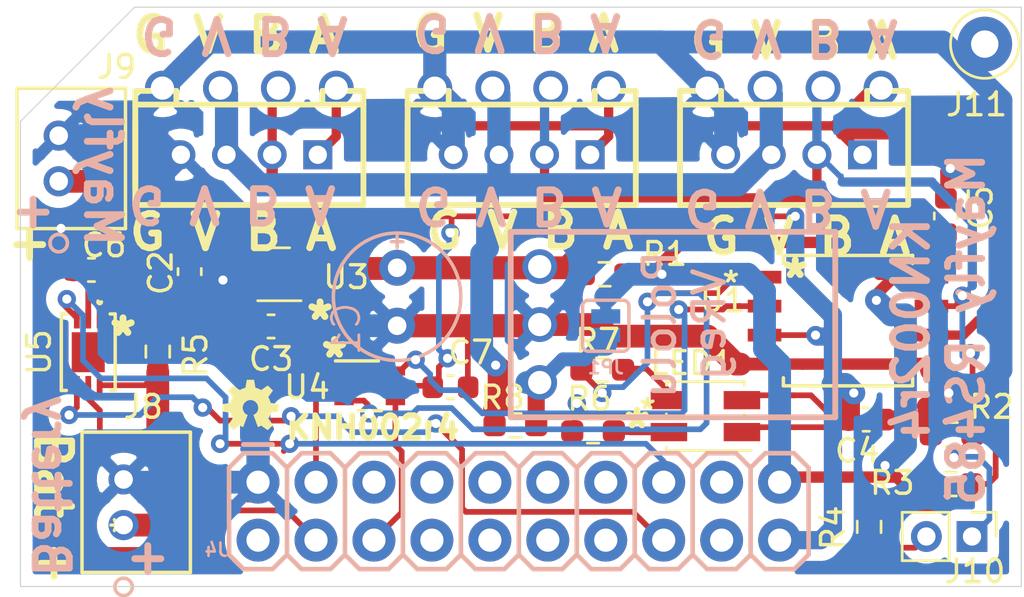
<source format=kicad_pcb>
(kicad_pcb (version 20171130) (host pcbnew "(5.1.9)-1")

  (general
    (thickness 1.6)
    (drawings 43)
    (tracks 471)
    (zones 0)
    (modules 34)
    (nets 34)
  )

  (page A4)
  (layers
    (0 Top signal)
    (31 Bottom signal)
    (32 B.Adhes user hide)
    (33 F.Adhes user hide)
    (34 B.Paste user hide)
    (35 F.Paste user)
    (36 B.SilkS user)
    (37 F.SilkS user)
    (38 B.Mask user hide)
    (39 F.Mask user hide)
    (40 Dwgs.User user hide)
    (41 Cmts.User user hide)
    (42 Eco1.User user hide)
    (43 Eco2.User user hide)
    (44 Edge.Cuts user)
    (45 Margin user hide)
    (46 B.CrtYd user hide)
    (47 F.CrtYd user hide)
    (48 B.Fab user hide)
    (49 F.Fab user hide)
  )

  (setup
    (last_trace_width 0.25)
    (trace_clearance 0.1524)
    (zone_clearance 0.508)
    (zone_45_only no)
    (trace_min 0.2)
    (via_size 0.8)
    (via_drill 0.4)
    (via_min_size 0.4)
    (via_min_drill 0.3)
    (uvia_size 0.3)
    (uvia_drill 0.1)
    (uvias_allowed no)
    (uvia_min_size 0.2)
    (uvia_min_drill 0.1)
    (edge_width 0.05)
    (segment_width 0.2)
    (pcb_text_width 0.3)
    (pcb_text_size 1.5 1.5)
    (mod_edge_width 0.12)
    (mod_text_size 1 1)
    (mod_text_width 0.15)
    (pad_size 1.35 1.35)
    (pad_drill 0.8)
    (pad_to_mask_clearance 0.0508)
    (solder_mask_min_width 0.101)
    (pad_to_paste_clearance -0.0508)
    (aux_axis_origin 126.5681 117.6986)
    (grid_origin 126.5681 117.6986)
    (visible_elements 7FFFFF3F)
    (pcbplotparams
      (layerselection 0x01008_7ffffffe)
      (usegerberextensions true)
      (usegerberattributes true)
      (usegerberadvancedattributes true)
      (creategerberjobfile true)
      (excludeedgelayer true)
      (linewidth 0.100000)
      (plotframeref false)
      (viasonmask false)
      (mode 1)
      (useauxorigin false)
      (hpglpennumber 1)
      (hpglpenspeed 20)
      (hpglpendiameter 15.000000)
      (psnegative false)
      (psa4output false)
      (plotreference true)
      (plotvalue true)
      (plotinvisibletext false)
      (padsonsilk false)
      (subtractmaskfromsilk false)
      (outputformat 1)
      (mirror false)
      (drillshape 0)
      (scaleselection 1)
      (outputdirectory "gerber/"))
  )

  (net 0 "")
  (net 1 GND)
  (net 2 /12V)
  (net 3 /A+)
  (net 4 /B-)
  (net 5 "Net-(J4-Pad18)")
  (net 6 "Net-(J4-Pad14)")
  (net 7 "Net-(J4-Pad12)")
  (net 8 "Net-(J4-Pad10)")
  (net 9 "Net-(J4-Pad9)")
  (net 10 "Net-(J4-Pad8)")
  (net 11 "Net-(J4-Pad7)")
  (net 12 "Net-(J4-Pad5)")
  (net 13 /Vbstin)
  (net 14 /Vbat)
  (net 15 /SDA)
  (net 16 /SCL)
  (net 17 "Net-(U3-Pad6)")
  (net 18 /5Vsw)
  (net 19 /3Von)
  (net 20 +3V0)
  (net 21 /VbatIn)
  (net 22 /RXp)
  (net 23 /TXp)
  (net 24 /TXb)
  (net 25 /RXb)
  (net 26 /D4_AL)
  (net 27 "Net-(J10-Pad2)")
  (net 28 /LEDB)
  (net 29 "Net-(J4-Pad17)")
  (net 30 "Net-(J4-Pad13)")
  (net 31 "Net-(LED1-Pad2)")
  (net 32 "Net-(LED1-Pad4)")
  (net 33 "Net-(JP1-Pad1)")

  (net_class Default "This is the default net class."
    (clearance 0.1524)
    (trace_width 0.25)
    (via_dia 0.8)
    (via_drill 0.4)
    (uvia_dia 0.3)
    (uvia_drill 0.1)
    (add_net /3Von)
    (add_net /A+)
    (add_net /B-)
    (add_net /D4_AL)
    (add_net /LEDB)
    (add_net /RXb)
    (add_net /RXp)
    (add_net /SCL)
    (add_net /SDA)
    (add_net /TXb)
    (add_net /TXp)
    (add_net "Net-(J10-Pad2)")
    (add_net "Net-(J4-Pad10)")
    (add_net "Net-(J4-Pad12)")
    (add_net "Net-(J4-Pad13)")
    (add_net "Net-(J4-Pad14)")
    (add_net "Net-(J4-Pad17)")
    (add_net "Net-(J4-Pad18)")
    (add_net "Net-(J4-Pad5)")
    (add_net "Net-(J4-Pad7)")
    (add_net "Net-(J4-Pad8)")
    (add_net "Net-(J4-Pad9)")
    (add_net "Net-(JP1-Pad1)")
    (add_net "Net-(LED1-Pad2)")
    (add_net "Net-(LED1-Pad4)")
    (add_net "Net-(U3-Pad6)")
  )

  (net_class Power ""
    (clearance 0.1524)
    (trace_width 1)
    (via_dia 0.8)
    (via_drill 0.4)
    (uvia_dia 0.3)
    (uvia_drill 0.1)
    (add_net +3V0)
    (add_net /12V)
    (add_net /5Vsw)
    (add_net /Vbat)
    (add_net /VbatIn)
    (add_net /Vbstin)
    (add_net GND)
  )

  (net_class PwrMin ""
    (clearance 0.1524)
    (trace_width 0.5)
    (via_dia 0.8)
    (via_drill 0.4)
    (uvia_dia 0.3)
    (uvia_drill 0.1)
  )

  (module RS485_Mayfly:DFN-6-1EP_3x2mm_P0.5mm_EP1.65x1.35mm (layer Top) (tedit 601DCA09) (tstamp 5FC1C505)
    (at 129.54 107.4293 270)
    (path /5FC1B55C)
    (attr smd)
    (fp_text reference U5 (at 0 2.159 270) (layer F.SilkS)
      (effects (font (size 1 1) (thickness 0.15)))
    )
    (fp_text value LTC2942 (at 0 0 270) (layer F.SilkS) hide
      (effects (font (size 1 1) (thickness 0.15)))
    )
    (fp_line (start -1.8034 0.881) (end -2.1082 0.881) (layer F.CrtYd) (width 0.1524))
    (fp_line (start -1.8034 1.3081) (end -1.8034 0.881) (layer F.CrtYd) (width 0.1524))
    (fp_line (start 1.8034 1.3081) (end -1.8034 1.3081) (layer F.CrtYd) (width 0.1524))
    (fp_line (start 1.8034 0.881) (end 1.8034 1.3081) (layer F.CrtYd) (width 0.1524))
    (fp_line (start 2.1082 0.881) (end 1.8034 0.881) (layer F.CrtYd) (width 0.1524))
    (fp_line (start 2.1082 -0.881) (end 2.1082 0.881) (layer F.CrtYd) (width 0.1524))
    (fp_line (start 1.8034 -0.881) (end 2.1082 -0.881) (layer F.CrtYd) (width 0.1524))
    (fp_line (start 1.8034 -1.3081) (end 1.8034 -0.881) (layer F.CrtYd) (width 0.1524))
    (fp_line (start -1.8034 -1.3081) (end 1.8034 -1.3081) (layer F.CrtYd) (width 0.1524))
    (fp_line (start -1.8034 -0.881) (end -1.8034 -1.3081) (layer F.CrtYd) (width 0.1524))
    (fp_line (start -2.1082 -0.881) (end -1.8034 -0.881) (layer F.CrtYd) (width 0.1524))
    (fp_line (start -2.1082 0.881) (end -2.1082 -0.881) (layer F.CrtYd) (width 0.1524))
    (fp_line (start 1.6764 -0.959739) (end 1.6764 -1.1811) (layer F.SilkS) (width 0.1524))
    (fp_line (start -1.6764 0.959739) (end -1.6764 1.1811) (layer F.SilkS) (width 0.1524))
    (fp_line (start -1.5494 -1.0541) (end -1.5494 1.0541) (layer F.Fab) (width 0.1524))
    (fp_line (start 1.5494 -1.0541) (end -1.5494 -1.0541) (layer F.Fab) (width 0.1524))
    (fp_line (start 1.5494 1.0541) (end 1.5494 -1.0541) (layer F.Fab) (width 0.1524))
    (fp_line (start -1.5494 1.0541) (end 1.5494 1.0541) (layer F.Fab) (width 0.1524))
    (fp_line (start -1.6764 -1.1811) (end -1.6764 -0.959739) (layer F.SilkS) (width 0.1524))
    (fp_line (start 1.6764 -1.1811) (end -1.6764 -1.1811) (layer F.SilkS) (width 0.1524))
    (fp_line (start 1.6764 1.1811) (end 1.6764 0.959739) (layer F.SilkS) (width 0.1524))
    (fp_line (start -1.6764 1.1811) (end 1.6764 1.1811) (layer F.SilkS) (width 0.1524))
    (fp_arc (start 0 -1.0541) (end 0.3048 -1.0541) (angle 180) (layer F.Fab) (width 0.1524))
    (fp_arc (start -2.2058 -0.5) (end -2.2058 -0.5762) (angle 208.660095) (layer F.SilkS) (width 0.1524))
    (fp_text user 0.069in/1.753mm (at 0 4.1021 270) (layer Dwgs.User) hide
      (effects (font (size 1 1) (thickness 0.15)))
    )
    (fp_text user 0.057in/1.448mm (at 3.9624 0 270) (layer Dwgs.User) hide
      (effects (font (size 1 1) (thickness 0.15)))
    )
    (fp_text user 0.032in/0.813mm (at -1.4478 2.8321 270) (layer Dwgs.User) hide
      (effects (font (size 1 1) (thickness 0.15)))
    )
    (fp_text user 0.114in/2.896mm (at 0 -3.4671 270) (layer Dwgs.User) hide
      (effects (font (size 1 1) (thickness 0.15)))
    )
    (fp_text user 0.01in/0.254mm (at 4.4958 -0.5 270) (layer Dwgs.User) hide
      (effects (font (size 1 1) (thickness 0.15)))
    )
    (fp_text user 0.02in/0.5mm (at -4.4958 -0.25 270) (layer Dwgs.User) hide
      (effects (font (size 1 1) (thickness 0.15)))
    )
    (fp_text user * (at 0 0 270) (layer F.Fab) hide
      (effects (font (size 1 1) (thickness 0.15)))
    )
    (fp_text user * (at 0 0 270) (layer F.SilkS) hide
      (effects (font (size 1 1) (thickness 0.15)))
    )
    (fp_text user "Copyright 2016 Accelerated Designs. All rights reserved." (at 0 0 270) (layer Cmts.User) hide
      (effects (font (size 0.127 0.127) (thickness 0.002)))
    )
    (pad 7 smd rect (at 0 0 270) (size 1.7526 1.4478) (layers Top F.Paste F.Mask)
      (solder_paste_margin_ratio -0.35))
    (pad 6 smd rect (at 1.4478 -0.499999 270) (size 0.8128 0.254) (layers Top F.Paste F.Mask)
      (net 21 /VbatIn))
    (pad 5 smd rect (at 1.4478 0 270) (size 0.8128 0.254) (layers Top F.Paste F.Mask)
      (net 26 /D4_AL))
    (pad 4 smd rect (at 1.4478 0.499999 270) (size 0.8128 0.254) (layers Top F.Paste F.Mask)
      (net 15 /SDA))
    (pad 3 smd rect (at -1.4478 0.499999 270) (size 0.8128 0.254) (layers Top F.Paste F.Mask)
      (net 16 /SCL))
    (pad 2 smd rect (at -1.4478 0 270) (size 0.8128 0.254) (layers Top F.Paste F.Mask)
      (net 1 GND))
    (pad 1 smd rect (at -1.4478 -0.499999 270) (size 0.8128 0.254) (layers Top F.Paste F.Mask)
      (net 14 /Vbat))
  )

  (module Resistor_SMD:R_0603_1608Metric_Pad0.98x0.95mm_HandSolder (layer Top) (tedit 5F68FEEE) (tstamp 601D98A2)
    (at 148.2616 110.6374)
    (descr "Resistor SMD 0603 (1608 Metric), square (rectangular) end terminal, IPC_7351 nominal with elongated pad for handsoldering. (Body size source: IPC-SM-782 page 72, https://www.pcb-3d.com/wordpress/wp-content/uploads/ipc-sm-782a_amendment_1_and_2.pdf), generated with kicad-footprint-generator")
    (tags "resistor handsolder")
    (path /6020B7BB)
    (attr smd)
    (fp_text reference R8 (at -0.5607 -1.2192) (layer F.SilkS)
      (effects (font (size 1 1) (thickness 0.15)))
    )
    (fp_text value "Fuse 100/250mA" (at 0 1.43) (layer F.Fab)
      (effects (font (size 1 1) (thickness 0.15)))
    )
    (fp_line (start -0.8 0.4125) (end -0.8 -0.4125) (layer F.Fab) (width 0.1))
    (fp_line (start -0.8 -0.4125) (end 0.8 -0.4125) (layer F.Fab) (width 0.1))
    (fp_line (start 0.8 -0.4125) (end 0.8 0.4125) (layer F.Fab) (width 0.1))
    (fp_line (start 0.8 0.4125) (end -0.8 0.4125) (layer F.Fab) (width 0.1))
    (fp_line (start -0.254724 -0.5225) (end 0.254724 -0.5225) (layer F.SilkS) (width 0.12))
    (fp_line (start -0.254724 0.5225) (end 0.254724 0.5225) (layer F.SilkS) (width 0.12))
    (fp_line (start -1.65 0.73) (end -1.65 -0.73) (layer F.CrtYd) (width 0.05))
    (fp_line (start -1.65 -0.73) (end 1.65 -0.73) (layer F.CrtYd) (width 0.05))
    (fp_line (start 1.65 -0.73) (end 1.65 0.73) (layer F.CrtYd) (width 0.05))
    (fp_line (start 1.65 0.73) (end -1.65 0.73) (layer F.CrtYd) (width 0.05))
    (fp_text user %R (at 0 0) (layer F.Fab)
      (effects (font (size 0.4 0.4) (thickness 0.06)))
    )
    (pad 2 smd roundrect (at 0.9125 0) (size 0.975 0.95) (layers Top F.Paste F.Mask) (roundrect_rratio 0.25)
      (net 33 "Net-(JP1-Pad1)"))
    (pad 1 smd roundrect (at -0.9125 0) (size 0.975 0.95) (layers Top F.Paste F.Mask) (roundrect_rratio 0.25)
      (net 2 /12V))
    (model ${KISYS3DMOD}/Resistor_SMD.3dshapes/R_0603_1608Metric.wrl
      (at (xyz 0 0 0))
      (scale (xyz 1 1 1))
      (rotate (xyz 0 0 0))
    )
  )

  (module RS485_Mayfly:POLOLU_REG (layer Bottom) (tedit 0) (tstamp 601C9A17)
    (at 149.3265 106.2178 90)
    (path /92F3DB86)
    (fp_text reference U2 (at 0 0 270) (layer B.SilkS) hide
      (effects (font (size 1.27 1.27) (thickness 0.15)) (justify mirror))
    )
    (fp_text value "12v Boost" (at 0 0 270) (layer B.SilkS) hide
      (effects (font (size 1.27 1.27) (thickness 0.15)) (justify mirror))
    )
    (fp_line (start 4.064 12.954) (end -4.064 12.954) (layer B.SilkS) (width 0.254))
    (fp_line (start 4.064 -1.27) (end 4.064 12.954) (layer B.SilkS) (width 0.254))
    (fp_line (start -4.064 -1.27) (end 4.064 -1.27) (layer B.SilkS) (width 0.254))
    (fp_line (start -4.064 12.954) (end -4.064 -1.27) (layer B.SilkS) (width 0.254))
    (fp_text user "Pololu\nVReg" (at 0 6.35 270) (layer B.SilkS)
      (effects (font (size 1.35128 1.35128) (thickness 0.21336)) (justify mirror))
    )
    (pad VOUT thru_hole circle (at -2.54 0 90) (size 1.524 1.524) (drill 1.016) (layers *.Cu *.Mask)
      (net 33 "Net-(JP1-Pad1)") (solder_mask_margin 0.1016))
    (pad GND thru_hole circle (at 0 0 90) (size 1.524 1.524) (drill 1.016) (layers *.Cu *.Mask)
      (net 1 GND) (solder_mask_margin 0.1016))
    (pad VIN thru_hole circle (at 2.54 0 90) (size 1.524 1.524) (drill 1.016) (layers *.Cu *.Mask)
      (net 13 /Vbstin) (solder_mask_margin 0.1016))
  )

  (module RS485_Mayfly:2.0_1X4 (layer Top) (tedit 0) (tstamp 5F8772E1)
    (at 136.6011 98.7756 180)
    (path /449C7C68)
    (fp_text reference J1 (at -5.3214 -0.7924) (layer F.Mask)
      (effects (font (size 0.77216 0.77216) (thickness 0.077216)) (justify left bottom))
    )
    (fp_text value TWIG-2.0-DIP (at -1.7019 -1.9354 180) (layer F.Fab) hide
      (effects (font (size 0.77216 0.77216) (thickness 0.08128)) (justify right top))
    )
    (fp_line (start 3.175 2.794) (end 4.953 2.794) (layer Dwgs.User) (width 0.254))
    (fp_line (start 3.175 2.159) (end 3.175 2.794) (layer Dwgs.User) (width 0.254))
    (fp_line (start 1.778 2.159) (end 3.175 2.159) (layer Dwgs.User) (width 0.254))
    (fp_line (start 1.778 4.191) (end 1.778 2.159) (layer Dwgs.User) (width 0.254))
    (fp_line (start -1.778 4.191) (end 1.778 4.191) (layer Dwgs.User) (width 0.254))
    (fp_line (start -1.778 2.159) (end -1.778 4.191) (layer Dwgs.User) (width 0.254))
    (fp_line (start -3.175 2.159) (end -1.778 2.159) (layer Dwgs.User) (width 0.254))
    (fp_line (start -3.175 2.794) (end -3.175 2.159) (layer Dwgs.User) (width 0.254))
    (fp_line (start -4.953 2.794) (end -3.175 2.794) (layer Dwgs.User) (width 0.254))
    (fp_line (start -5 2.8) (end -5 -2.2) (layer Dwgs.User) (width 0.254))
    (fp_line (start 5 -2.2) (end 5 2.8) (layer Dwgs.User) (width 0.254))
    (fp_line (start -5 -2.2) (end 5 -2.2) (layer Dwgs.User) (width 0.254))
    (fp_line (start 5 2.8) (end 5 2.2) (layer F.SilkS) (width 0.254))
    (fp_line (start 3.2 2.8) (end 5 2.8) (layer F.SilkS) (width 0.254))
    (fp_line (start 3.2 2.2) (end 3.2 2.8) (layer F.SilkS) (width 0.254))
    (fp_line (start 3.2 2.2) (end 5 2.2) (layer F.SilkS) (width 0.254))
    (fp_line (start -3.2 2.2) (end 3.2 2.2) (layer F.SilkS) (width 0.254))
    (fp_line (start -3.2 2.8) (end -3.2 2.2) (layer F.SilkS) (width 0.254))
    (fp_line (start -5 2.8) (end -3.2 2.8) (layer F.SilkS) (width 0.254))
    (fp_line (start -5 2.2) (end -5 2.8) (layer F.SilkS) (width 0.254))
    (fp_line (start -5 -2.2) (end 5 -2.2) (layer F.SilkS) (width 0.254))
    (fp_line (start 5 2.2) (end 5 -2.2) (layer F.SilkS) (width 0.254))
    (fp_line (start -5 2.2) (end -3.2 2.2) (layer F.SilkS) (width 0.254))
    (fp_line (start -5 -2.2) (end -5 2.2) (layer F.SilkS) (width 0.254))
    (fp_line (start 5 -1.5) (end 5 1.5) (layer F.SilkS) (width 0.254))
    (fp_line (start -5 -1) (end -5 1) (layer F.SilkS) (width 0.127))
    (pad 4 thru_hole circle (at 3 0 180) (size 1.27 1.27) (drill 0.8) (layers *.Cu *.Mask)
      (net 1 GND) (solder_mask_margin 0.1016))
    (pad 3 thru_hole circle (at 1 0 180) (size 1.27 1.27) (drill 0.8) (layers *.Cu *.Mask)
      (net 2 /12V) (solder_mask_margin 0.1016))
    (pad 2 thru_hole circle (at -1 0 180) (size 1.27 1.27) (drill 0.8) (layers *.Cu *.Mask)
      (net 4 /B-) (solder_mask_margin 0.1016))
    (pad 1 thru_hole rect (at -3 0 180) (size 1.27 1.27) (drill 0.8) (layers *.Cu *.Mask)
      (net 3 /A+) (solder_mask_margin 0.1016))
  )

  (module RS485_Mayfly:LED_Kingbright_APBD3224SURKCGKC-F01 (layer Top) (tedit 601C600B) (tstamp 601CDA57)
    (at 156.5909 110.231 180)
    (descr "Kingbright, dual LED, 3.2 x 2.4 mm SMD")
    (tags "dual led smd")
    (path /602B9A42)
    (attr smd)
    (fp_text reference LED1 (at 0.584 2.3256) (layer F.SilkS)
      (effects (font (size 1 1) (thickness 0.15)))
    )
    (fp_text value APBD3224SURKCGKC-F01 (at 0 2.5) (layer F.Fab)
      (effects (font (size 1 1) (thickness 0.15)))
    )
    (fp_line (start -1.6 1.4) (end -1.6 -0.7) (layer F.Fab) (width 0.1))
    (fp_line (start 1.6 1.4) (end -1.6 1.4) (layer F.Fab) (width 0.1))
    (fp_line (start 1.6 -1.4) (end 1.6 1.4) (layer F.Fab) (width 0.1))
    (fp_line (start -0.9 -1.4) (end 1.6 -1.4) (layer F.Fab) (width 0.1))
    (fp_line (start -2 -1.51) (end 1.71 -1.51) (layer F.SilkS) (width 0.12))
    (fp_line (start -1.71 1.51) (end 1.71 1.51) (layer F.SilkS) (width 0.12))
    (fp_line (start 1.71 1.355) (end 1.71 1.51) (layer F.SilkS) (width 0.12))
    (fp_line (start -1.71 -0.095) (end -1.71 0.095) (layer F.SilkS) (width 0.12))
    (fp_line (start -2.25 -1.65) (end 2.25 -1.65) (layer F.CrtYd) (width 0.05))
    (fp_line (start -2.25 1.65) (end 2.25 1.65) (layer F.CrtYd) (width 0.05))
    (fp_line (start -2.25 -1.65) (end -2.25 1.65) (layer F.CrtYd) (width 0.05))
    (fp_line (start 2.25 -1.65) (end 2.25 1.65) (layer F.CrtYd) (width 0.05))
    (fp_line (start -0.9 -1.4) (end -1.6 -0.7) (layer F.Fab) (width 0.1))
    (fp_line (start -1.71 1.355) (end -1.71 1.51) (layer F.SilkS) (width 0.12))
    (fp_line (start 1.71 -0.095) (end 1.71 0.095) (layer F.SilkS) (width 0.12))
    (fp_line (start 1.71 -1.355) (end 1.71 -1.51) (layer F.SilkS) (width 0.12))
    (fp_text user * (at 2.54 0.254) (layer F.SilkS)
      (effects (font (size 1 1) (thickness 0.15)))
    )
    (fp_text user %R (at 0 0) (layer F.Fab)
      (effects (font (size 0.8 0.8) (thickness 0.13)))
    )
    (pad 2 smd rect (at 1.6 -0.7 180) (size 1.6 0.8) (layers Top F.Paste F.Mask)
      (net 31 "Net-(LED1-Pad2)"))
    (pad 3 smd rect (at -1.6 0.7 180) (size 1.6 0.8) (layers Top F.Paste F.Mask)
      (net 20 +3V0))
    (pad 4 smd rect (at 1.6 0.7 180) (size 1.6 0.8) (layers Top F.Paste F.Mask)
      (net 32 "Net-(LED1-Pad4)"))
    (pad 1 smd rect (at -1.6 -0.7 180) (size 1.6 0.8) (layers Top F.Paste F.Mask)
      (net 20 +3V0))
    (model ${KISYS3DMOD}/LED_SMD.3dshapes/LED_Kingbright_AAA3528ESGCT.wrl
      (at (xyz 0 0 0))
      (scale (xyz 1 1 1))
      (rotate (xyz 0 0 0))
    )
  )

  (module Resistor_SMD:R_0603_1608Metric_Pad0.98x0.95mm_HandSolder (layer Top) (tedit 5F68FEEE) (tstamp 5FC1FF2E)
    (at 152.0697 108.199)
    (descr "Resistor SMD 0603 (1608 Metric), square (rectangular) end terminal, IPC_7351 nominal with elongated pad for handsoldering. (Body size source: IPC-SM-782 page 72, https://www.pcb-3d.com/wordpress/wp-content/uploads/ipc-sm-782a_amendment_1_and_2.pdf), generated with kicad-footprint-generator")
    (tags "resistor handsolder")
    (path /5FCEC91B)
    (attr smd)
    (fp_text reference R7 (at -0.2051 -1.27) (layer F.SilkS)
      (effects (font (size 1 1) (thickness 0.15)))
    )
    (fp_text value 120R (at 0 1.43) (layer F.Fab)
      (effects (font (size 1 1) (thickness 0.15)))
    )
    (fp_line (start 1.65 0.73) (end -1.65 0.73) (layer F.CrtYd) (width 0.05))
    (fp_line (start 1.65 -0.73) (end 1.65 0.73) (layer F.CrtYd) (width 0.05))
    (fp_line (start -1.65 -0.73) (end 1.65 -0.73) (layer F.CrtYd) (width 0.05))
    (fp_line (start -1.65 0.73) (end -1.65 -0.73) (layer F.CrtYd) (width 0.05))
    (fp_line (start -0.254724 0.5225) (end 0.254724 0.5225) (layer F.SilkS) (width 0.12))
    (fp_line (start -0.254724 -0.5225) (end 0.254724 -0.5225) (layer F.SilkS) (width 0.12))
    (fp_line (start 0.8 0.4125) (end -0.8 0.4125) (layer F.Fab) (width 0.1))
    (fp_line (start 0.8 -0.4125) (end 0.8 0.4125) (layer F.Fab) (width 0.1))
    (fp_line (start -0.8 -0.4125) (end 0.8 -0.4125) (layer F.Fab) (width 0.1))
    (fp_line (start -0.8 0.4125) (end -0.8 -0.4125) (layer F.Fab) (width 0.1))
    (fp_text user %R (at 0 0) (layer F.Fab)
      (effects (font (size 0.4 0.4) (thickness 0.06)))
    )
    (pad 2 smd roundrect (at 0.9125 0) (size 0.975 0.95) (layers Top F.Paste F.Mask) (roundrect_rratio 0.25)
      (net 32 "Net-(LED1-Pad4)"))
    (pad 1 smd roundrect (at -0.9125 0) (size 0.975 0.95) (layers Top F.Paste F.Mask) (roundrect_rratio 0.25)
      (net 25 /RXb))
    (model ${KISYS3DMOD}/Resistor_SMD.3dshapes/R_0603_1608Metric.wrl
      (at (xyz 0 0 0))
      (scale (xyz 1 1 1))
      (rotate (xyz 0 0 0))
    )
  )

  (module Resistor_SMD:R_0603_1608Metric_Pad0.98x0.95mm_HandSolder (layer Top) (tedit 5F68FEEE) (tstamp 5FC1D1AB)
    (at 151.6652 110.8914)
    (descr "Resistor SMD 0603 (1608 Metric), square (rectangular) end terminal, IPC_7351 nominal with elongated pad for handsoldering. (Body size source: IPC-SM-782 page 72, https://www.pcb-3d.com/wordpress/wp-content/uploads/ipc-sm-782a_amendment_1_and_2.pdf), generated with kicad-footprint-generator")
    (tags "resistor handsolder")
    (path /5FC3EF21)
    (attr smd)
    (fp_text reference R6 (at -0.1543 -1.4224) (layer F.SilkS)
      (effects (font (size 1 1) (thickness 0.15)))
    )
    (fp_text value 120R (at 0 1.43) (layer F.Fab)
      (effects (font (size 1 1) (thickness 0.15)))
    )
    (fp_line (start 1.65 0.73) (end -1.65 0.73) (layer F.CrtYd) (width 0.05))
    (fp_line (start 1.65 -0.73) (end 1.65 0.73) (layer F.CrtYd) (width 0.05))
    (fp_line (start -1.65 -0.73) (end 1.65 -0.73) (layer F.CrtYd) (width 0.05))
    (fp_line (start -1.65 0.73) (end -1.65 -0.73) (layer F.CrtYd) (width 0.05))
    (fp_line (start -0.254724 0.5225) (end 0.254724 0.5225) (layer F.SilkS) (width 0.12))
    (fp_line (start -0.254724 -0.5225) (end 0.254724 -0.5225) (layer F.SilkS) (width 0.12))
    (fp_line (start 0.8 0.4125) (end -0.8 0.4125) (layer F.Fab) (width 0.1))
    (fp_line (start 0.8 -0.4125) (end 0.8 0.4125) (layer F.Fab) (width 0.1))
    (fp_line (start -0.8 -0.4125) (end 0.8 -0.4125) (layer F.Fab) (width 0.1))
    (fp_line (start -0.8 0.4125) (end -0.8 -0.4125) (layer F.Fab) (width 0.1))
    (fp_text user %R (at 0 0) (layer F.Fab)
      (effects (font (size 0.4 0.4) (thickness 0.06)))
    )
    (pad 2 smd roundrect (at 0.9125 0) (size 0.975 0.95) (layers Top F.Paste F.Mask) (roundrect_rratio 0.25)
      (net 31 "Net-(LED1-Pad2)"))
    (pad 1 smd roundrect (at -0.9125 0) (size 0.975 0.95) (layers Top F.Paste F.Mask) (roundrect_rratio 0.25)
      (net 24 /TXb))
    (model ${KISYS3DMOD}/Resistor_SMD.3dshapes/R_0603_1608Metric.wrl
      (at (xyz 0 0 0))
      (scale (xyz 1 1 1))
      (rotate (xyz 0 0 0))
    )
  )

  (module Connector_PinHeader_2.00mm:PinHeader_1x02_P2.00mm_Vertical (layer Top) (tedit 5FC4524B) (tstamp 5FC282B7)
    (at 168.275 115.5065 270)
    (descr "Through hole straight pin header, 1x02, 2.00mm pitch, single row")
    (tags "Through hole pin header THT 1x02 2.00mm single row")
    (path /6017A9BE)
    (fp_text reference J10 (at 1.524 -0.127 180) (layer F.SilkS)
      (effects (font (size 1 1) (thickness 0.15)))
    )
    (fp_text value "2mm jumper" (at 0 4.06 90) (layer F.Fab)
      (effects (font (size 1 1) (thickness 0.15)))
    )
    (fp_line (start 1.5 -1.5) (end -1.5 -1.5) (layer F.CrtYd) (width 0.05))
    (fp_line (start 1.5 3.5) (end 1.5 -1.5) (layer F.CrtYd) (width 0.05))
    (fp_line (start -1.5 3.5) (end 1.5 3.5) (layer F.CrtYd) (width 0.05))
    (fp_line (start -1.5 -1.5) (end -1.5 3.5) (layer F.CrtYd) (width 0.05))
    (fp_line (start -1.06 -1.06) (end 0 -1.06) (layer F.SilkS) (width 0.12))
    (fp_line (start -1.06 0) (end -1.06 -1.06) (layer F.SilkS) (width 0.12))
    (fp_line (start -1.06 1) (end 1.06 1) (layer F.SilkS) (width 0.12))
    (fp_line (start 1.06 1) (end 1.06 3.06) (layer F.SilkS) (width 0.12))
    (fp_line (start -1.06 1) (end -1.06 3.06) (layer F.SilkS) (width 0.12))
    (fp_line (start -1.06 3.06) (end 1.06 3.06) (layer F.SilkS) (width 0.12))
    (fp_line (start -1 -0.5) (end -0.5 -1) (layer F.Fab) (width 0.1))
    (fp_line (start -1 3) (end -1 -0.5) (layer F.Fab) (width 0.1))
    (fp_line (start 1 3) (end -1 3) (layer F.Fab) (width 0.1))
    (fp_line (start 1 -1) (end 1 3) (layer F.Fab) (width 0.1))
    (fp_line (start -0.5 -1) (end 1 -1) (layer F.Fab) (width 0.1))
    (fp_text user %R (at 0 1) (layer F.Fab)
      (effects (font (size 1 1) (thickness 0.15)))
    )
    (pad 2 thru_hole oval (at 0 2 270) (size 1.35 1.35) (drill 0.8) (layers *.Cu *.Mask)
      (net 27 "Net-(J10-Pad2)"))
    (pad 1 thru_hole rect (at 0 0 270) (size 1.35 1.35) (drill 0.8) (layers *.Cu *.Mask)
      (net 4 /B-))
    (model ${KISYS3DMOD}/Connector_PinHeader_2.00mm.3dshapes/PinHeader_1x02_P2.00mm_Vertical.wrl
      (at (xyz 0 0 0))
      (scale (xyz 1 1 1))
      (rotate (xyz 0 0 0))
    )
  )

  (module Capacitor_SMD:C_0603_1608Metric (layer Top) (tedit 5F68FEEE) (tstamp 5FC24183)
    (at 145.415 108.966 180)
    (descr "Capacitor SMD 0603 (1608 Metric), square (rectangular) end terminal, IPC_7351 nominal, (Body size source: IPC-SM-782 page 76, https://www.pcb-3d.com/wordpress/wp-content/uploads/ipc-sm-782a_amendment_1_and_2.pdf), generated with kicad-footprint-generator")
    (tags capacitor)
    (path /5FECEE3B)
    (attr smd)
    (fp_text reference C7 (at -0.889 1.524) (layer F.SilkS)
      (effects (font (size 1 1) (thickness 0.15)))
    )
    (fp_text value u1F/0603 (at 0 1.43) (layer F.Fab)
      (effects (font (size 1 1) (thickness 0.15)))
    )
    (fp_line (start -0.8 0.4) (end -0.8 -0.4) (layer F.Fab) (width 0.1))
    (fp_line (start -0.8 -0.4) (end 0.8 -0.4) (layer F.Fab) (width 0.1))
    (fp_line (start 0.8 -0.4) (end 0.8 0.4) (layer F.Fab) (width 0.1))
    (fp_line (start 0.8 0.4) (end -0.8 0.4) (layer F.Fab) (width 0.1))
    (fp_line (start -0.14058 -0.51) (end 0.14058 -0.51) (layer F.SilkS) (width 0.12))
    (fp_line (start -0.14058 0.51) (end 0.14058 0.51) (layer F.SilkS) (width 0.12))
    (fp_line (start -1.48 0.73) (end -1.48 -0.73) (layer F.CrtYd) (width 0.05))
    (fp_line (start -1.48 -0.73) (end 1.48 -0.73) (layer F.CrtYd) (width 0.05))
    (fp_line (start 1.48 -0.73) (end 1.48 0.73) (layer F.CrtYd) (width 0.05))
    (fp_line (start 1.48 0.73) (end -1.48 0.73) (layer F.CrtYd) (width 0.05))
    (fp_text user %R (at 0 0) (layer F.Fab)
      (effects (font (size 0.4 0.4) (thickness 0.06)))
    )
    (pad 2 smd roundrect (at 0.775 0 180) (size 0.9 0.95) (layers Top F.Paste F.Mask) (roundrect_rratio 0.25)
      (net 20 +3V0))
    (pad 1 smd roundrect (at -0.775 0 180) (size 0.9 0.95) (layers Top F.Paste F.Mask) (roundrect_rratio 0.25)
      (net 1 GND))
    (model ${KISYS3DMOD}/Capacitor_SMD.3dshapes/C_0603_1608Metric.wrl
      (at (xyz 0 0 0))
      (scale (xyz 1 1 1))
      (rotate (xyz 0 0 0))
    )
  )

  (module "RS485_Mayfly:SC-70-6_DCK(R-PDSO-G6)" (layer Top) (tedit 0) (tstamp 5FC202E8)
    (at 141.876998 108.9025)
    (path /5FB8D020)
    (attr smd)
    (fp_text reference U4 (at -2.748498 0.0635) (layer F.SilkS)
      (effects (font (size 1 1) (thickness 0.15)))
    )
    (fp_text value SN74LVC2G34DCK3 (at 0 0) (layer F.SilkS) hide
      (effects (font (size 1 1) (thickness 0.15)))
    )
    (fp_line (start -0.508 1.0922) (end 0.508 1.0922) (layer F.SilkS) (width 0.1524))
    (fp_line (start -1.4986 -1.0922) (end 0.381 -1.0922) (layer F.SilkS) (width 0.1524))
    (fp_line (start -1.143 -0.111989) (end -0.959206 -0.111989) (layer F.Fab) (width 0.1524))
    (fp_line (start -0.628015 0.113005) (end -0.590956 0.113005) (layer F.Fab) (width 0.1524))
    (fp_line (start -1.143 0.113005) (end -1.143 -0.111989) (layer F.Fab) (width 0.1524))
    (fp_line (start -0.628015 -0.111989) (end -0.590956 -0.111989) (layer F.Fab) (width 0.1524))
    (fp_line (start -0.852703 -0.111989) (end -0.628015 -0.111989) (layer F.Fab) (width 0.1524))
    (fp_line (start -0.864591 -0.111989) (end -0.852703 -0.111989) (layer F.Fab) (width 0.1524))
    (fp_line (start -0.959206 -0.111989) (end -0.864591 -0.111989) (layer F.Fab) (width 0.1524))
    (fp_line (start -0.959206 0.113005) (end -0.864591 0.113005) (layer F.Fab) (width 0.1524))
    (fp_line (start -1.143 0.113005) (end -0.959206 0.113005) (layer F.Fab) (width 0.1524))
    (fp_line (start -0.852703 0.113005) (end -0.628015 0.113005) (layer F.Fab) (width 0.1524))
    (fp_line (start -0.864591 0.113005) (end -0.852703 0.113005) (layer F.Fab) (width 0.1524))
    (fp_line (start -0.590956 0.113005) (end -0.590956 -0.111989) (layer F.Fab) (width 0.1524))
    (fp_line (start -0.590956 -0.537007) (end -0.590956 -0.762) (layer F.Fab) (width 0.1524))
    (fp_line (start -0.628015 -0.762) (end -0.590956 -0.762) (layer F.Fab) (width 0.1524))
    (fp_line (start -1.143 -0.537007) (end -1.143 -0.762) (layer F.Fab) (width 0.1524))
    (fp_line (start -0.852703 -0.762) (end -0.628015 -0.762) (layer F.Fab) (width 0.1524))
    (fp_line (start -0.628015 -0.537007) (end -0.590956 -0.537007) (layer F.Fab) (width 0.1524))
    (fp_line (start -1.143 -0.537007) (end -0.959206 -0.537007) (layer F.Fab) (width 0.1524))
    (fp_line (start -0.852703 -0.537007) (end -0.628015 -0.537007) (layer F.Fab) (width 0.1524))
    (fp_line (start -0.959206 -0.537007) (end -0.864591 -0.537007) (layer F.Fab) (width 0.1524))
    (fp_line (start -1.143 -0.762) (end -0.959206 -0.762) (layer F.Fab) (width 0.1524))
    (fp_line (start -0.864591 -0.537007) (end -0.852703 -0.537007) (layer F.Fab) (width 0.1524))
    (fp_line (start -0.959206 -0.762) (end -0.864591 -0.762) (layer F.Fab) (width 0.1524))
    (fp_line (start -0.864591 -0.762) (end -0.852703 -0.762) (layer F.Fab) (width 0.1524))
    (fp_line (start -1.143 0.537997) (end -0.959206 0.537997) (layer F.Fab) (width 0.1524))
    (fp_line (start -0.628015 0.763016) (end -0.590956 0.763016) (layer F.Fab) (width 0.1524))
    (fp_line (start -1.143 0.763016) (end -0.959206 0.763016) (layer F.Fab) (width 0.1524))
    (fp_line (start -0.590956 0.763016) (end -0.590956 0.537997) (layer F.Fab) (width 0.1524))
    (fp_line (start -1.143 0.763016) (end -1.143 0.537997) (layer F.Fab) (width 0.1524))
    (fp_line (start -0.959206 0.763016) (end -0.864591 0.763016) (layer F.Fab) (width 0.1524))
    (fp_line (start -0.959206 0.537997) (end -0.864591 0.537997) (layer F.Fab) (width 0.1524))
    (fp_line (start -0.852703 0.537997) (end -0.628015 0.537997) (layer F.Fab) (width 0.1524))
    (fp_line (start -0.628015 0.537997) (end -0.590956 0.537997) (layer F.Fab) (width 0.1524))
    (fp_line (start -0.852703 0.763016) (end -0.628015 0.763016) (layer F.Fab) (width 0.1524))
    (fp_line (start -0.864591 0.537997) (end -0.852703 0.537997) (layer F.Fab) (width 0.1524))
    (fp_line (start -0.864591 0.763016) (end -0.852703 0.763016) (layer F.Fab) (width 0.1524))
    (fp_line (start 0.621995 -0.762) (end 0.846684 -0.762) (layer F.Fab) (width 0.1524))
    (fp_line (start 0.846684 -0.762) (end 0.858571 -0.762) (layer F.Fab) (width 0.1524))
    (fp_line (start 0.584962 -0.537007) (end 0.584962 -0.762) (layer F.Fab) (width 0.1524))
    (fp_line (start 1.13698 -0.537007) (end 1.13698 -0.762) (layer F.Fab) (width 0.1524))
    (fp_line (start 0.584962 -0.762) (end 0.621995 -0.762) (layer F.Fab) (width 0.1524))
    (fp_line (start 0.858571 -0.762) (end 0.953186 -0.762) (layer F.Fab) (width 0.1524))
    (fp_line (start 0.953186 -0.762) (end 1.13698 -0.762) (layer F.Fab) (width 0.1524))
    (fp_line (start 0.584962 -0.537007) (end 0.621995 -0.537007) (layer F.Fab) (width 0.1524))
    (fp_line (start 0.621995 -0.537007) (end 0.846684 -0.537007) (layer F.Fab) (width 0.1524))
    (fp_line (start 0.846684 -0.537007) (end 0.858571 -0.537007) (layer F.Fab) (width 0.1524))
    (fp_line (start 0.858571 -0.537007) (end 0.953186 -0.537007) (layer F.Fab) (width 0.1524))
    (fp_line (start 0.953186 -0.537007) (end 1.13698 -0.537007) (layer F.Fab) (width 0.1524))
    (fp_line (start 0.846684 -0.111989) (end 0.858571 -0.111989) (layer F.Fab) (width 0.1524))
    (fp_line (start 0.584962 -0.111989) (end 0.621995 -0.111989) (layer F.Fab) (width 0.1524))
    (fp_line (start 0.953186 -0.111989) (end 1.13698 -0.111989) (layer F.Fab) (width 0.1524))
    (fp_line (start 0.621995 0.113005) (end 0.846684 0.113005) (layer F.Fab) (width 0.1524))
    (fp_line (start 0.846684 0.113005) (end 0.858571 0.113005) (layer F.Fab) (width 0.1524))
    (fp_line (start 0.953186 0.113005) (end 1.13698 0.113005) (layer F.Fab) (width 0.1524))
    (fp_line (start 0.584962 0.113005) (end 0.621995 0.113005) (layer F.Fab) (width 0.1524))
    (fp_line (start 0.621995 -0.111989) (end 0.846684 -0.111989) (layer F.Fab) (width 0.1524))
    (fp_line (start 1.13698 0.113005) (end 1.13698 -0.111989) (layer F.Fab) (width 0.1524))
    (fp_line (start 0.858571 -0.111989) (end 0.953186 -0.111989) (layer F.Fab) (width 0.1524))
    (fp_line (start 0.858571 0.113005) (end 0.953186 0.113005) (layer F.Fab) (width 0.1524))
    (fp_line (start 0.584962 0.113005) (end 0.584962 -0.111989) (layer F.Fab) (width 0.1524))
    (fp_line (start 0.584962 0.537997) (end 0.621995 0.537997) (layer F.Fab) (width 0.1524))
    (fp_line (start 0.858571 0.537997) (end 0.953186 0.537997) (layer F.Fab) (width 0.1524))
    (fp_line (start 1.13698 0.763016) (end 1.13698 0.537997) (layer F.Fab) (width 0.1524))
    (fp_line (start 0.584962 0.763016) (end 0.621995 0.763016) (layer F.Fab) (width 0.1524))
    (fp_line (start 0.621995 0.763016) (end 0.846684 0.763016) (layer F.Fab) (width 0.1524))
    (fp_line (start 0.846684 0.763016) (end 0.858571 0.763016) (layer F.Fab) (width 0.1524))
    (fp_line (start 0.858571 0.763016) (end 0.953186 0.763016) (layer F.Fab) (width 0.1524))
    (fp_line (start 0.953186 0.537997) (end 1.13698 0.537997) (layer F.Fab) (width 0.1524))
    (fp_line (start 0.621995 0.537997) (end 0.846684 0.537997) (layer F.Fab) (width 0.1524))
    (fp_line (start 0.846684 0.537997) (end 0.858571 0.537997) (layer F.Fab) (width 0.1524))
    (fp_line (start 0.953186 0.763016) (end 1.13698 0.763016) (layer F.Fab) (width 0.1524))
    (fp_line (start 0.584962 0.763016) (end 0.584962 0.537997) (layer F.Fab) (width 0.1524))
    (fp_line (start -0.628015 -0.99949) (end 0.621995 -0.99949) (layer F.Fab) (width 0.1524))
    (fp_line (start -0.613004 -0.974496) (end 0.606984 -0.974496) (layer F.Fab) (width 0.1524))
    (fp_line (start -0.628015 1.000506) (end 0.621995 1.000506) (layer F.Fab) (width 0.1524))
    (fp_line (start -0.628015 1.000506) (end -0.628015 0.763016) (layer F.Fab) (width 0.1524))
    (fp_line (start -0.628015 0.537997) (end -0.628015 0.113005) (layer F.Fab) (width 0.1524))
    (fp_line (start -0.628015 -0.111989) (end -0.628015 -0.537007) (layer F.Fab) (width 0.1524))
    (fp_line (start -0.628015 -0.762) (end -0.628015 -0.99949) (layer F.Fab) (width 0.1524))
    (fp_line (start -0.613004 0.975512) (end -0.613004 0.763016) (layer F.Fab) (width 0.1524))
    (fp_line (start -0.613004 0.537997) (end -0.613004 0.113005) (layer F.Fab) (width 0.1524))
    (fp_line (start -0.613004 -0.111989) (end -0.613004 -0.537007) (layer F.Fab) (width 0.1524))
    (fp_line (start -0.613004 -0.762) (end -0.613004 -0.974496) (layer F.Fab) (width 0.1524))
    (fp_line (start -0.613004 0.975512) (end 0.606984 0.975512) (layer F.Fab) (width 0.1524))
    (fp_line (start 0.621995 1.000506) (end 0.621995 0.763016) (layer F.Fab) (width 0.1524))
    (fp_line (start 0.621995 0.537997) (end 0.621995 0.113005) (layer F.Fab) (width 0.1524))
    (fp_line (start 0.621995 -0.111989) (end 0.621995 -0.537007) (layer F.Fab) (width 0.1524))
    (fp_line (start 0.621995 -0.762) (end 0.621995 -0.99949) (layer F.Fab) (width 0.1524))
    (fp_line (start 0.606984 0.975512) (end 0.606984 0.763016) (layer F.Fab) (width 0.1524))
    (fp_line (start 0.606984 0.537997) (end 0.606984 0.113005) (layer F.Fab) (width 0.1524))
    (fp_line (start 0.606984 -0.111989) (end 0.606984 -0.537007) (layer F.Fab) (width 0.1524))
    (fp_line (start 0.606984 -0.762) (end 0.606984 -0.974496) (layer F.Fab) (width 0.1524))
    (fp_arc (start -0.323177 -0.650138) (end -0.214808 -0.650138) (angle 180) (layer F.Fab) (width 0.1524))
    (fp_arc (start -0.323177 -0.650138) (end -0.431546 -0.650138) (angle 180) (layer F.Fab) (width 0.1524))
    (fp_text user Designator9 (at -1.651 -2.3876) (layer F.SilkS) hide
      (effects (font (size 1 1) (thickness 0.15)))
    )
    (fp_text user .Designator (at -0.0508 -0.6604 270) (layer Dwgs.User) hide
      (effects (font (size 1 1) (thickness 0.15)))
    )
    (fp_text user .Designator (at -0.0508 -0.6604 270) (layer F.Fab) hide
      (effects (font (size 1 1) (thickness 0.15)))
    )
    (fp_text user * (at 0 0) (layer F.Fab) hide
      (effects (font (size 1 1) (thickness 0.15)))
    )
    (fp_text user * (at 0 0) (layer F.SilkS) hide
      (effects (font (size 1 1) (thickness 0.15)))
    )
    (fp_text user "Copyright 2016 Accelerated Designs. All rights reserved." (at 0 0) (layer Cmts.User) hide
      (effects (font (size 0.127 0.127) (thickness 0.002)))
    )
    (pad 6 smd rect (at 1.125002 -0.650001 90) (size 0.399999 0.850001) (layers Top F.Paste F.Mask)
      (net 24 /TXb))
    (pad 5 smd rect (at 1.125002 0 90) (size 0.399999 0.850001) (layers Top F.Paste F.Mask)
      (net 20 +3V0))
    (pad 4 smd rect (at 1.125002 0.649999 90) (size 0.399999 0.850001) (layers Top F.Paste F.Mask)
      (net 22 /RXp))
    (pad 3 smd rect (at -1.124999 0.649999 90) (size 0.399999 0.850001) (layers Top F.Paste F.Mask)
      (net 25 /RXb))
    (pad 2 smd rect (at -1.124999 0 90) (size 0.399999 0.850001) (layers Top F.Paste F.Mask)
      (net 1 GND))
    (pad 1 smd rect (at -1.124999 -0.650001 90) (size 0.399999 0.850001) (layers Top F.Paste F.Mask)
      (net 23 /TXp))
  )

  (module Capacitor_SMD:C_0603_1608Metric (layer Top) (tedit 5F68FEEE) (tstamp 5FC1EDF2)
    (at 129.68 103.8225)
    (descr "Capacitor SMD 0603 (1608 Metric), square (rectangular) end terminal, IPC_7351 nominal, (Body size source: IPC-SM-782 page 76, https://www.pcb-3d.com/wordpress/wp-content/uploads/ipc-sm-782a_amendment_1_and_2.pdf), generated with kicad-footprint-generator")
    (tags capacitor)
    (path /5FDA4D52)
    (attr smd)
    (fp_text reference C6 (at 0.5585 -1.0795) (layer F.SilkS)
      (effects (font (size 1 1) (thickness 0.15)))
    )
    (fp_text value u1F/0603 (at 0 1.43) (layer F.Fab)
      (effects (font (size 1 1) (thickness 0.15)))
    )
    (fp_line (start 1.48 0.73) (end -1.48 0.73) (layer F.CrtYd) (width 0.05))
    (fp_line (start 1.48 -0.73) (end 1.48 0.73) (layer F.CrtYd) (width 0.05))
    (fp_line (start -1.48 -0.73) (end 1.48 -0.73) (layer F.CrtYd) (width 0.05))
    (fp_line (start -1.48 0.73) (end -1.48 -0.73) (layer F.CrtYd) (width 0.05))
    (fp_line (start -0.14058 0.51) (end 0.14058 0.51) (layer F.SilkS) (width 0.12))
    (fp_line (start -0.14058 -0.51) (end 0.14058 -0.51) (layer F.SilkS) (width 0.12))
    (fp_line (start 0.8 0.4) (end -0.8 0.4) (layer F.Fab) (width 0.1))
    (fp_line (start 0.8 -0.4) (end 0.8 0.4) (layer F.Fab) (width 0.1))
    (fp_line (start -0.8 -0.4) (end 0.8 -0.4) (layer F.Fab) (width 0.1))
    (fp_line (start -0.8 0.4) (end -0.8 -0.4) (layer F.Fab) (width 0.1))
    (fp_text user %R (at 0 0) (layer F.Fab)
      (effects (font (size 0.4 0.4) (thickness 0.06)))
    )
    (pad 2 smd roundrect (at 0.775 0) (size 0.9 0.95) (layers Top F.Paste F.Mask) (roundrect_rratio 0.25)
      (net 14 /Vbat))
    (pad 1 smd roundrect (at -0.775 0) (size 0.9 0.95) (layers Top F.Paste F.Mask) (roundrect_rratio 0.25)
      (net 1 GND))
    (model ${KISYS3DMOD}/Capacitor_SMD.3dshapes/C_0603_1608Metric.wrl
      (at (xyz 0 0 0))
      (scale (xyz 1 1 1))
      (rotate (xyz 0 0 0))
    )
  )

  (module Resistor_SMD:R_0603_1608Metric_Pad0.98x0.95mm_HandSolder (layer Top) (tedit 5F68FEEE) (tstamp 5FC1C405)
    (at 132.588 107.402 90)
    (descr "Resistor SMD 0603 (1608 Metric), square (rectangular) end terminal, IPC_7351 nominal with elongated pad for handsoldering. (Body size source: IPC-SM-782 page 72, https://www.pcb-3d.com/wordpress/wp-content/uploads/ipc-sm-782a_amendment_1_and_2.pdf), generated with kicad-footprint-generator")
    (tags "resistor handsolder")
    (path /5FC1C82B)
    (attr smd)
    (fp_text reference R5 (at -0.1505 1.651 90) (layer F.SilkS)
      (effects (font (size 1 1) (thickness 0.15)))
    )
    (fp_text value zero (at 0 1.43 90) (layer F.Fab)
      (effects (font (size 1 1) (thickness 0.15)))
    )
    (fp_line (start 1.65 0.73) (end -1.65 0.73) (layer F.CrtYd) (width 0.05))
    (fp_line (start 1.65 -0.73) (end 1.65 0.73) (layer F.CrtYd) (width 0.05))
    (fp_line (start -1.65 -0.73) (end 1.65 -0.73) (layer F.CrtYd) (width 0.05))
    (fp_line (start -1.65 0.73) (end -1.65 -0.73) (layer F.CrtYd) (width 0.05))
    (fp_line (start -0.254724 0.5225) (end 0.254724 0.5225) (layer F.SilkS) (width 0.12))
    (fp_line (start -0.254724 -0.5225) (end 0.254724 -0.5225) (layer F.SilkS) (width 0.12))
    (fp_line (start 0.8 0.4125) (end -0.8 0.4125) (layer F.Fab) (width 0.1))
    (fp_line (start 0.8 -0.4125) (end 0.8 0.4125) (layer F.Fab) (width 0.1))
    (fp_line (start -0.8 -0.4125) (end 0.8 -0.4125) (layer F.Fab) (width 0.1))
    (fp_line (start -0.8 0.4125) (end -0.8 -0.4125) (layer F.Fab) (width 0.1))
    (fp_text user %R (at 0 0 90) (layer F.Fab)
      (effects (font (size 0.4 0.4) (thickness 0.06)))
    )
    (pad 2 smd roundrect (at 0.9125 0 90) (size 0.975 0.95) (layers Top F.Paste F.Mask) (roundrect_rratio 0.25)
      (net 14 /Vbat))
    (pad 1 smd roundrect (at -0.9125 0 90) (size 0.975 0.95) (layers Top F.Paste F.Mask) (roundrect_rratio 0.25)
      (net 21 /VbatIn))
    (model ${KISYS3DMOD}/Resistor_SMD.3dshapes/R_0603_1608Metric.wrl
      (at (xyz 0 0 0))
      (scale (xyz 1 1 1))
      (rotate (xyz 0 0 0))
    )
  )

  (module Capacitor_SMD:C_0603_1608Metric (layer Top) (tedit 5F68FEEE) (tstamp 5FB8E194)
    (at 167.132 101.46 270)
    (descr "Capacitor SMD 0603 (1608 Metric), square (rectangular) end terminal, IPC_7351 nominal, (Body size source: IPC-SM-782 page 76, https://www.pcb-3d.com/wordpress/wp-content/uploads/ipc-sm-782a_amendment_1_and_2.pdf), generated with kicad-footprint-generator")
    (tags capacitor)
    (path /5FBC751D)
    (attr smd)
    (fp_text reference C5 (at -0.368 -1.524 90) (layer F.SilkS)
      (effects (font (size 1 1) (thickness 0.15)))
    )
    (fp_text value u1F/0603 (at 0 1.43 90) (layer F.Fab)
      (effects (font (size 1 1) (thickness 0.15)))
    )
    (fp_line (start 1.48 0.73) (end -1.48 0.73) (layer F.CrtYd) (width 0.05))
    (fp_line (start 1.48 -0.73) (end 1.48 0.73) (layer F.CrtYd) (width 0.05))
    (fp_line (start -1.48 -0.73) (end 1.48 -0.73) (layer F.CrtYd) (width 0.05))
    (fp_line (start -1.48 0.73) (end -1.48 -0.73) (layer F.CrtYd) (width 0.05))
    (fp_line (start -0.14058 0.51) (end 0.14058 0.51) (layer F.SilkS) (width 0.12))
    (fp_line (start -0.14058 -0.51) (end 0.14058 -0.51) (layer F.SilkS) (width 0.12))
    (fp_line (start 0.8 0.4) (end -0.8 0.4) (layer F.Fab) (width 0.1))
    (fp_line (start 0.8 -0.4) (end 0.8 0.4) (layer F.Fab) (width 0.1))
    (fp_line (start -0.8 -0.4) (end 0.8 -0.4) (layer F.Fab) (width 0.1))
    (fp_line (start -0.8 0.4) (end -0.8 -0.4) (layer F.Fab) (width 0.1))
    (fp_text user %R (at 0 0 90) (layer F.Fab)
      (effects (font (size 0.4 0.4) (thickness 0.06)))
    )
    (pad 2 smd roundrect (at 0.775 0 270) (size 0.9 0.95) (layers Top F.Paste F.Mask) (roundrect_rratio 0.25)
      (net 18 /5Vsw))
    (pad 1 smd roundrect (at -0.775 0 270) (size 0.9 0.95) (layers Top F.Paste F.Mask) (roundrect_rratio 0.25)
      (net 1 GND))
    (model ${KISYS3DMOD}/Capacitor_SMD.3dshapes/C_0603_1608Metric.wrl
      (at (xyz 0 0 0))
      (scale (xyz 1 1 1))
      (rotate (xyz 0 0 0))
    )
  )

  (module Capacitor_SMD:C_0603_1608Metric (layer Top) (tedit 5F68FEEE) (tstamp 5FB8E183)
    (at 163.6391 110.3834)
    (descr "Capacitor SMD 0603 (1608 Metric), square (rectangular) end terminal, IPC_7351 nominal, (Body size source: IPC-SM-782 page 76, https://www.pcb-3d.com/wordpress/wp-content/uploads/ipc-sm-782a_amendment_1_and_2.pdf), generated with kicad-footprint-generator")
    (tags capacitor)
    (path /5FBBF669)
    (attr smd)
    (fp_text reference C4 (at -0.3934 1.3716) (layer F.SilkS)
      (effects (font (size 1 1) (thickness 0.15)))
    )
    (fp_text value u1F/0603 (at 0 1.43) (layer F.Fab)
      (effects (font (size 1 1) (thickness 0.15)))
    )
    (fp_line (start 1.48 0.73) (end -1.48 0.73) (layer F.CrtYd) (width 0.05))
    (fp_line (start 1.48 -0.73) (end 1.48 0.73) (layer F.CrtYd) (width 0.05))
    (fp_line (start -1.48 -0.73) (end 1.48 -0.73) (layer F.CrtYd) (width 0.05))
    (fp_line (start -1.48 0.73) (end -1.48 -0.73) (layer F.CrtYd) (width 0.05))
    (fp_line (start -0.14058 0.51) (end 0.14058 0.51) (layer F.SilkS) (width 0.12))
    (fp_line (start -0.14058 -0.51) (end 0.14058 -0.51) (layer F.SilkS) (width 0.12))
    (fp_line (start 0.8 0.4) (end -0.8 0.4) (layer F.Fab) (width 0.1))
    (fp_line (start 0.8 -0.4) (end 0.8 0.4) (layer F.Fab) (width 0.1))
    (fp_line (start -0.8 -0.4) (end 0.8 -0.4) (layer F.Fab) (width 0.1))
    (fp_line (start -0.8 0.4) (end -0.8 -0.4) (layer F.Fab) (width 0.1))
    (fp_text user %R (at 0 0) (layer F.Fab)
      (effects (font (size 0.4 0.4) (thickness 0.06)))
    )
    (pad 2 smd roundrect (at 0.775 0) (size 0.9 0.95) (layers Top F.Paste F.Mask) (roundrect_rratio 0.25)
      (net 1 GND))
    (pad 1 smd roundrect (at -0.775 0) (size 0.9 0.95) (layers Top F.Paste F.Mask) (roundrect_rratio 0.25)
      (net 20 +3V0))
    (model ${KISYS3DMOD}/Capacitor_SMD.3dshapes/C_0603_1608Metric.wrl
      (at (xyz 0 0 0))
      (scale (xyz 1 1 1))
      (rotate (xyz 0 0 0))
    )
  )

  (module Capacitor_SMD:C_0603_1608Metric (layer Top) (tedit 5F68FEEE) (tstamp 5FB8E172)
    (at 137.554 106.299 180)
    (descr "Capacitor SMD 0603 (1608 Metric), square (rectangular) end terminal, IPC_7351 nominal, (Body size source: IPC-SM-782 page 76, https://www.pcb-3d.com/wordpress/wp-content/uploads/ipc-sm-782a_amendment_1_and_2.pdf), generated with kicad-footprint-generator")
    (tags capacitor)
    (path /5FB9EEFB)
    (attr smd)
    (fp_text reference C3 (at 0 -1.43) (layer F.SilkS)
      (effects (font (size 1 1) (thickness 0.15)))
    )
    (fp_text value 1uF/0603 (at 0 1.43) (layer F.Fab)
      (effects (font (size 1 1) (thickness 0.15)))
    )
    (fp_line (start 1.48 0.73) (end -1.48 0.73) (layer F.CrtYd) (width 0.05))
    (fp_line (start 1.48 -0.73) (end 1.48 0.73) (layer F.CrtYd) (width 0.05))
    (fp_line (start -1.48 -0.73) (end 1.48 -0.73) (layer F.CrtYd) (width 0.05))
    (fp_line (start -1.48 0.73) (end -1.48 -0.73) (layer F.CrtYd) (width 0.05))
    (fp_line (start -0.14058 0.51) (end 0.14058 0.51) (layer F.SilkS) (width 0.12))
    (fp_line (start -0.14058 -0.51) (end 0.14058 -0.51) (layer F.SilkS) (width 0.12))
    (fp_line (start 0.8 0.4) (end -0.8 0.4) (layer F.Fab) (width 0.1))
    (fp_line (start 0.8 -0.4) (end 0.8 0.4) (layer F.Fab) (width 0.1))
    (fp_line (start -0.8 -0.4) (end 0.8 -0.4) (layer F.Fab) (width 0.1))
    (fp_line (start -0.8 0.4) (end -0.8 -0.4) (layer F.Fab) (width 0.1))
    (fp_text user %R (at 0 0) (layer F.Fab)
      (effects (font (size 0.4 0.4) (thickness 0.06)))
    )
    (pad 2 smd roundrect (at 0.775 0 180) (size 0.9 0.95) (layers Top F.Paste F.Mask) (roundrect_rratio 0.25)
      (net 1 GND))
    (pad 1 smd roundrect (at -0.775 0 180) (size 0.9 0.95) (layers Top F.Paste F.Mask) (roundrect_rratio 0.25)
      (net 13 /Vbstin))
    (model ${KISYS3DMOD}/Capacitor_SMD.3dshapes/C_0603_1608Metric.wrl
      (at (xyz 0 0 0))
      (scale (xyz 1 1 1))
      (rotate (xyz 0 0 0))
    )
  )

  (module Capacitor_SMD:C_0603_1608Metric (layer Top) (tedit 5F68FEEE) (tstamp 5FB8E161)
    (at 133.985 103.899 270)
    (descr "Capacitor SMD 0603 (1608 Metric), square (rectangular) end terminal, IPC_7351 nominal, (Body size source: IPC-SM-782 page 76, https://www.pcb-3d.com/wordpress/wp-content/uploads/ipc-sm-782a_amendment_1_and_2.pdf), generated with kicad-footprint-generator")
    (tags capacitor)
    (path /5FBAAEDB)
    (attr smd)
    (fp_text reference C2 (at 0.0505 1.27 90) (layer F.SilkS)
      (effects (font (size 1 1) (thickness 0.15)))
    )
    (fp_text value u1F/0603 (at 0 1.43 90) (layer F.Fab)
      (effects (font (size 1 1) (thickness 0.15)))
    )
    (fp_line (start 1.48 0.73) (end -1.48 0.73) (layer F.CrtYd) (width 0.05))
    (fp_line (start 1.48 -0.73) (end 1.48 0.73) (layer F.CrtYd) (width 0.05))
    (fp_line (start -1.48 -0.73) (end 1.48 -0.73) (layer F.CrtYd) (width 0.05))
    (fp_line (start -1.48 0.73) (end -1.48 -0.73) (layer F.CrtYd) (width 0.05))
    (fp_line (start -0.14058 0.51) (end 0.14058 0.51) (layer F.SilkS) (width 0.12))
    (fp_line (start -0.14058 -0.51) (end 0.14058 -0.51) (layer F.SilkS) (width 0.12))
    (fp_line (start 0.8 0.4) (end -0.8 0.4) (layer F.Fab) (width 0.1))
    (fp_line (start 0.8 -0.4) (end 0.8 0.4) (layer F.Fab) (width 0.1))
    (fp_line (start -0.8 -0.4) (end 0.8 -0.4) (layer F.Fab) (width 0.1))
    (fp_line (start -0.8 0.4) (end -0.8 -0.4) (layer F.Fab) (width 0.1))
    (fp_text user %R (at 0 0 90) (layer F.Fab)
      (effects (font (size 0.4 0.4) (thickness 0.06)))
    )
    (pad 2 smd roundrect (at 0.775 0 270) (size 0.9 0.95) (layers Top F.Paste F.Mask) (roundrect_rratio 0.25)
      (net 1 GND))
    (pad 1 smd roundrect (at -0.775 0 270) (size 0.9 0.95) (layers Top F.Paste F.Mask) (roundrect_rratio 0.25)
      (net 14 /Vbat))
    (model ${KISYS3DMOD}/Capacitor_SMD.3dshapes/C_0603_1608Metric.wrl
      (at (xyz 0 0 0))
      (scale (xyz 1 1 1))
      (rotate (xyz 0 0 0))
    )
  )

  (module Resistor_SMD:R_0603_1608Metric_Pad0.98x0.95mm_HandSolder (layer Top) (tedit 5F68FEEE) (tstamp 5FA366F1)
    (at 163.7665 115.0855 270)
    (descr "Resistor SMD 0603 (1608 Metric), square (rectangular) end terminal, IPC_7351 nominal with elongated pad for handsoldering. (Body size source: IPC-SM-782 page 72, https://www.pcb-3d.com/wordpress/wp-content/uploads/ipc-sm-782a_amendment_1_and_2.pdf), generated with kicad-footprint-generator")
    (tags "resistor handsolder")
    (path /5FA3BC88)
    (attr smd)
    (fp_text reference R4 (at 0.04 1.5875 270) (layer F.SilkS)
      (effects (font (size 1 1) (thickness 0.15)))
    )
    (fp_text value 120R (at 0 1.43 270) (layer F.Fab) hide
      (effects (font (size 1 1) (thickness 0.15)))
    )
    (fp_line (start -0.8 0.4125) (end -0.8 -0.4125) (layer F.Fab) (width 0.1))
    (fp_line (start -0.8 -0.4125) (end 0.8 -0.4125) (layer F.Fab) (width 0.1))
    (fp_line (start 0.8 -0.4125) (end 0.8 0.4125) (layer F.Fab) (width 0.1))
    (fp_line (start 0.8 0.4125) (end -0.8 0.4125) (layer F.Fab) (width 0.1))
    (fp_line (start -0.254724 -0.5225) (end 0.254724 -0.5225) (layer F.SilkS) (width 0.12))
    (fp_line (start -0.254724 0.5225) (end 0.254724 0.5225) (layer F.SilkS) (width 0.12))
    (fp_line (start -1.65 0.73) (end -1.65 -0.73) (layer F.CrtYd) (width 0.05))
    (fp_line (start -1.65 -0.73) (end 1.65 -0.73) (layer F.CrtYd) (width 0.05))
    (fp_line (start 1.65 -0.73) (end 1.65 0.73) (layer F.CrtYd) (width 0.05))
    (fp_line (start 1.65 0.73) (end -1.65 0.73) (layer F.CrtYd) (width 0.05))
    (fp_text user %R (at 0 0 270) (layer F.Fab) hide
      (effects (font (size 0.4 0.4) (thickness 0.06)))
    )
    (pad 2 smd roundrect (at 0.9125 0 270) (size 0.975 0.95) (layers Top F.Paste F.Mask) (roundrect_rratio 0.25)
      (net 27 "Net-(J10-Pad2)"))
    (pad 1 smd roundrect (at -0.9125 0 270) (size 0.975 0.95) (layers Top F.Paste F.Mask) (roundrect_rratio 0.25)
      (net 3 /A+))
    (model ${KISYS3DMOD}/Resistor_SMD.3dshapes/R_0603_1608Metric.wrl
      (at (xyz 0 0 0))
      (scale (xyz 1 1 1))
      (rotate (xyz 0 0 0))
    )
  )

  (module Resistor_SMD:R_0603_1608Metric_Pad0.98x0.95mm_HandSolder (layer Top) (tedit 5F68FEEE) (tstamp 5FA366E0)
    (at 167.3371 113.2078)
    (descr "Resistor SMD 0603 (1608 Metric), square (rectangular) end terminal, IPC_7351 nominal with elongated pad for handsoldering. (Body size source: IPC-SM-782 page 72, https://www.pcb-3d.com/wordpress/wp-content/uploads/ipc-sm-782a_amendment_1_and_2.pdf), generated with kicad-footprint-generator")
    (tags "resistor handsolder")
    (path /5FA32FAE)
    (attr smd)
    (fp_text reference R3 (at -2.5546 -0.0508) (layer F.SilkS)
      (effects (font (size 1 1) (thickness 0.15)))
    )
    (fp_text value 649R (at 0 1.43) (layer F.Fab)
      (effects (font (size 1 1) (thickness 0.15)))
    )
    (fp_line (start -0.8 0.4125) (end -0.8 -0.4125) (layer F.Fab) (width 0.1))
    (fp_line (start -0.8 -0.4125) (end 0.8 -0.4125) (layer F.Fab) (width 0.1))
    (fp_line (start 0.8 -0.4125) (end 0.8 0.4125) (layer F.Fab) (width 0.1))
    (fp_line (start 0.8 0.4125) (end -0.8 0.4125) (layer F.Fab) (width 0.1))
    (fp_line (start -0.254724 -0.5225) (end 0.254724 -0.5225) (layer F.SilkS) (width 0.12))
    (fp_line (start -0.254724 0.5225) (end 0.254724 0.5225) (layer F.SilkS) (width 0.12))
    (fp_line (start -1.65 0.73) (end -1.65 -0.73) (layer F.CrtYd) (width 0.05))
    (fp_line (start -1.65 -0.73) (end 1.65 -0.73) (layer F.CrtYd) (width 0.05))
    (fp_line (start 1.65 -0.73) (end 1.65 0.73) (layer F.CrtYd) (width 0.05))
    (fp_line (start 1.65 0.73) (end -1.65 0.73) (layer F.CrtYd) (width 0.05))
    (fp_text user %R (at 0 0) (layer F.Fab)
      (effects (font (size 0.4 0.4) (thickness 0.06)))
    )
    (pad 2 smd roundrect (at 0.9125 0) (size 0.975 0.95) (layers Top F.Paste F.Mask) (roundrect_rratio 0.25)
      (net 3 /A+))
    (pad 1 smd roundrect (at -0.9125 0) (size 0.975 0.95) (layers Top F.Paste F.Mask) (roundrect_rratio 0.25)
      (net 18 /5Vsw))
    (model ${KISYS3DMOD}/Resistor_SMD.3dshapes/R_0603_1608Metric.wrl
      (at (xyz 0 0 0))
      (scale (xyz 1 1 1))
      (rotate (xyz 0 0 0))
    )
  )

  (module Resistor_SMD:R_0603_1608Metric_Pad0.98x0.95mm_HandSolder (layer Top) (tedit 5F68FEEE) (tstamp 5FA366CF)
    (at 167.386 111.0361)
    (descr "Resistor SMD 0603 (1608 Metric), square (rectangular) end terminal, IPC_7351 nominal with elongated pad for handsoldering. (Body size source: IPC-SM-782 page 72, https://www.pcb-3d.com/wordpress/wp-content/uploads/ipc-sm-782a_amendment_1_and_2.pdf), generated with kicad-footprint-generator")
    (tags "resistor handsolder")
    (path /5FA38473)
    (attr smd)
    (fp_text reference R2 (at 1.7525 -1.2115) (layer F.SilkS)
      (effects (font (size 1 1) (thickness 0.15)))
    )
    (fp_text value 649R (at 0 1.43) (layer F.Fab)
      (effects (font (size 1 1) (thickness 0.15)))
    )
    (fp_line (start -0.8 0.4125) (end -0.8 -0.4125) (layer F.Fab) (width 0.1))
    (fp_line (start -0.8 -0.4125) (end 0.8 -0.4125) (layer F.Fab) (width 0.1))
    (fp_line (start 0.8 -0.4125) (end 0.8 0.4125) (layer F.Fab) (width 0.1))
    (fp_line (start 0.8 0.4125) (end -0.8 0.4125) (layer F.Fab) (width 0.1))
    (fp_line (start -0.254724 -0.5225) (end 0.254724 -0.5225) (layer F.SilkS) (width 0.12))
    (fp_line (start -0.254724 0.5225) (end 0.254724 0.5225) (layer F.SilkS) (width 0.12))
    (fp_line (start -1.65 0.73) (end -1.65 -0.73) (layer F.CrtYd) (width 0.05))
    (fp_line (start -1.65 -0.73) (end 1.65 -0.73) (layer F.CrtYd) (width 0.05))
    (fp_line (start 1.65 -0.73) (end 1.65 0.73) (layer F.CrtYd) (width 0.05))
    (fp_line (start 1.65 0.73) (end -1.65 0.73) (layer F.CrtYd) (width 0.05))
    (fp_text user %R (at 0 0) (layer F.Fab)
      (effects (font (size 0.4 0.4) (thickness 0.06)))
    )
    (pad 2 smd roundrect (at 0.9125 0) (size 0.975 0.95) (layers Top F.Paste F.Mask) (roundrect_rratio 0.25)
      (net 4 /B-))
    (pad 1 smd roundrect (at -0.9125 0) (size 0.975 0.95) (layers Top F.Paste F.Mask) (roundrect_rratio 0.25)
      (net 1 GND))
    (model ${KISYS3DMOD}/Resistor_SMD.3dshapes/R_0603_1608Metric.wrl
      (at (xyz 0 0 0))
      (scale (xyz 1 1 1))
      (rotate (xyz 0 0 0))
    )
  )

  (module Connector_Pin:Pin_D1.0mm_L10.0mm_LooseFit (layer Top) (tedit 5A1DC085) (tstamp 5FA2E092)
    (at 168.8337 93.9242)
    (descr "solder Pin_ diameter 1.0mm, hole diameter 1.2mm (loose fit), length 10.0mm")
    (tags "solder Pin_ loose fit")
    (path /5FA324EE)
    (fp_text reference J11 (at -0.3556 2.6416) (layer F.SilkS)
      (effects (font (size 1 1) (thickness 0.15)))
    )
    (fp_text value "GND Wire" (at 0 -2.05) (layer F.Fab)
      (effects (font (size 1 1) (thickness 0.15)))
    )
    (fp_circle (center 0 0) (end 1.7 0) (layer F.CrtYd) (width 0.05))
    (fp_circle (center 0 0) (end 0.5 0) (layer F.Fab) (width 0.12))
    (fp_circle (center 0 0) (end 1.2 0) (layer F.Fab) (width 0.12))
    (fp_circle (center 0 0) (end 1.5 0.05) (layer F.SilkS) (width 0.12))
    (fp_text user %R (at 0 2.25) (layer F.Fab)
      (effects (font (size 1 1) (thickness 0.15)))
    )
    (pad 1 thru_hole circle (at 0 0) (size 2.4 2.4) (drill 1.2) (layers *.Cu *.Mask)
      (net 1 GND))
    (model ${KISYS3DMOD}/Connector_Pin.3dshapes/Pin_D1.0mm_L10.0mm_LooseFit.wrl
      (at (xyz 0 0 0))
      (scale (xyz 1 1 1))
      (rotate (xyz 0 0 0))
    )
  )

  (module RS485_Mayfly:B2B-PH-K-SLFSN (layer Top) (tedit 0) (tstamp 5FA225D2)
    (at 128.2445 99.937401 270)
    (path /5FAD8B14)
    (fp_text reference J9 (at -5.0165 -2.54 180) (layer F.SilkS)
      (effects (font (size 1 1) (thickness 0.15)))
    )
    (fp_text value Conn_01x02 (at -1 0 90) (layer F.SilkS) hide
      (effects (font (size 1 1) (thickness 0.15)))
    )
    (fp_circle (center 0 1.905) (end 0.381 1.905) (layer F.Fab) (width 0.1524))
    (fp_circle (center 2.7084 0) (end 3.0894 0) (layer B.SilkS) (width 0.1524))
    (fp_circle (center 2.7084 0) (end 3.0894 0) (layer F.SilkS) (width 0.1524))
    (fp_line (start 2.2004 -3.053999) (end -4.2004 -3.053999) (layer F.CrtYd) (width 0.1524))
    (fp_line (start 2.2004 1.949801) (end 2.2004 -3.053999) (layer F.CrtYd) (width 0.1524))
    (fp_line (start -4.2004 1.949801) (end 2.2004 1.949801) (layer F.CrtYd) (width 0.1524))
    (fp_line (start -4.2004 -3.053999) (end -4.2004 1.949801) (layer F.CrtYd) (width 0.1524))
    (fp_line (start -3.9464 -2.799999) (end -3.9464 1.695801) (layer F.Fab) (width 0.1524))
    (fp_line (start 1.9464 -2.799999) (end -3.9464 -2.799999) (layer F.Fab) (width 0.1524))
    (fp_line (start 1.9464 1.695801) (end 1.9464 -2.799999) (layer F.Fab) (width 0.1524))
    (fp_line (start -3.9464 1.695801) (end 1.9464 1.695801) (layer F.Fab) (width 0.1524))
    (fp_line (start -4.0734 -2.926999) (end -4.0734 1.822801) (layer F.SilkS) (width 0.1524))
    (fp_line (start 2.0734 -2.926999) (end -4.0734 -2.926999) (layer F.SilkS) (width 0.1524))
    (fp_line (start 2.0734 1.822801) (end 2.0734 -2.926999) (layer F.SilkS) (width 0.1524))
    (fp_line (start -4.0734 1.822801) (end 2.0734 1.822801) (layer F.SilkS) (width 0.1524))
    (fp_text user * (at 0 0 90) (layer F.Fab) hide
      (effects (font (size 1 1) (thickness 0.15)))
    )
    (fp_text user * (at 0 0 90) (layer F.SilkS) hide
      (effects (font (size 1 1) (thickness 0.15)))
    )
    (fp_text user "Copyright 2016 Accelerated Designs. All rights reserved." (at 0 0 90) (layer Cmts.User) hide
      (effects (font (size 0.127 0.127) (thickness 0.002)))
    )
    (pad 2 thru_hole circle (at -2.000001 0 270) (size 1.3208 1.3208) (drill 0.8128) (layers *.Cu *.Mask)
      (net 1 GND))
    (pad 1 thru_hole circle (at 0.000001 0 270) (size 1.3208 1.3208) (drill 0.8128) (layers *.Cu *.Mask)
      (net 14 /Vbat))
  )

  (module RS485_Mayfly:E2,5-6E (layer Bottom) (tedit 0) (tstamp 601D9F6A)
    (at 143.0781 104.9986 270)
    (descr "<b>ELECTROLYTIC CAPACITOR</b><p>\ngrid 2.54 mm, diameter 6 mm")
    (path /24F56349)
    (fp_text reference C1 (at 2.667 1.524 90) (layer B.SilkS)
      (effects (font (size 1.2065 1.2065) (thickness 0.12065)) (justify right bottom mirror))
    )
    (fp_text value CPOL-EUE2,5-6E (at 2.667 -2.54 90) (layer B.Fab) hide
      (effects (font (size 1.2065 1.2065) (thickness 0.12065)) (justify right bottom mirror))
    )
    (fp_poly (pts (xy 0.254 -1.27) (xy 0.762 -1.27) (xy 0.762 1.27) (xy 0.254 1.27)) (layer B.Fab) (width 0))
    (fp_circle (center 0 0) (end 2.794 0) (layer B.SilkS) (width 0.1524))
    (fp_line (start 0.635 0) (end 1.651 0) (layer B.Fab) (width 0.1524))
    (fp_line (start -0.762 1.27) (end -0.762 0) (layer B.Fab) (width 0.1524))
    (fp_line (start -0.254 1.27) (end -0.762 1.27) (layer B.Fab) (width 0.1524))
    (fp_line (start -0.254 -1.27) (end -0.254 1.27) (layer B.Fab) (width 0.1524))
    (fp_line (start -0.762 -1.27) (end -0.254 -1.27) (layer B.Fab) (width 0.1524))
    (fp_line (start -0.762 0) (end -0.762 -1.27) (layer B.Fab) (width 0.1524))
    (fp_line (start -1.651 0) (end -0.762 0) (layer B.Fab) (width 0.1524))
    (fp_line (start -2.413 -0.254) (end -2.413 0.254) (layer B.SilkS) (width 0.1524))
    (fp_line (start -2.159 0) (end -2.667 0) (layer B.SilkS) (width 0.1524))
    (pad + thru_hole circle (at -1.27 0 270) (size 1.5748 1.5748) (drill 0.8128) (layers *.Cu *.Mask)
      (net 13 /Vbstin) (solder_mask_margin 0.1016))
    (pad - thru_hole circle (at 1.27 0 270) (size 1.5748 1.5748) (drill 0.8128) (layers *.Cu *.Mask)
      (net 1 GND) (solder_mask_margin 0.1016))
  )

  (module RS485_Mayfly:B2B-PH-K-SLFSN (layer Top) (tedit 0) (tstamp 5FA21611)
    (at 131.0893 115.0062 270)
    (path /5FAB79A1)
    (fp_text reference J8 (at -5.1816 -0.8636) (layer F.SilkS)
      (effects (font (size 1 1) (thickness 0.15)))
    )
    (fp_text value Conn_01x02 (at -1 0 90) (layer F.SilkS) hide
      (effects (font (size 1 1) (thickness 0.15)))
    )
    (fp_circle (center 0 1.905) (end 0.381 1.905) (layer F.Fab) (width 0.1524))
    (fp_circle (center 2.7084 0) (end 3.0894 0) (layer B.SilkS) (width 0.1524))
    (fp_circle (center 2.7084 0) (end 3.0894 0) (layer F.SilkS) (width 0.1524))
    (fp_line (start 2.2004 -3.053999) (end -4.2004 -3.053999) (layer F.CrtYd) (width 0.1524))
    (fp_line (start 2.2004 1.949801) (end 2.2004 -3.053999) (layer F.CrtYd) (width 0.1524))
    (fp_line (start -4.2004 1.949801) (end 2.2004 1.949801) (layer F.CrtYd) (width 0.1524))
    (fp_line (start -4.2004 -3.053999) (end -4.2004 1.949801) (layer F.CrtYd) (width 0.1524))
    (fp_line (start -3.9464 -2.799999) (end -3.9464 1.695801) (layer F.Fab) (width 0.1524))
    (fp_line (start 1.9464 -2.799999) (end -3.9464 -2.799999) (layer F.Fab) (width 0.1524))
    (fp_line (start 1.9464 1.695801) (end 1.9464 -2.799999) (layer F.Fab) (width 0.1524))
    (fp_line (start -3.9464 1.695801) (end 1.9464 1.695801) (layer F.Fab) (width 0.1524))
    (fp_line (start -4.0734 -2.926999) (end -4.0734 1.822801) (layer F.SilkS) (width 0.1524))
    (fp_line (start 2.0734 -2.926999) (end -4.0734 -2.926999) (layer F.SilkS) (width 0.1524))
    (fp_line (start 2.0734 1.822801) (end 2.0734 -2.926999) (layer F.SilkS) (width 0.1524))
    (fp_line (start -4.0734 1.822801) (end 2.0734 1.822801) (layer F.SilkS) (width 0.1524))
    (fp_text user * (at 0 0 90) (layer F.Fab)
      (effects (font (size 1 1) (thickness 0.15)))
    )
    (fp_text user * (at 0 0 90) (layer F.SilkS)
      (effects (font (size 1 1) (thickness 0.15)))
    )
    (fp_text user "Copyright 2016 Accelerated Designs. All rights reserved." (at 0 0 90) (layer Cmts.User)
      (effects (font (size 0.127 0.127) (thickness 0.002)))
    )
    (pad 2 thru_hole circle (at -2.000001 0 270) (size 1.3208 1.3208) (drill 0.8128) (layers *.Cu *.Mask)
      (net 1 GND))
    (pad 1 thru_hole circle (at 0.000001 0 270) (size 1.3208 1.3208) (drill 0.8128) (layers *.Cu *.Mask)
      (net 21 /VbatIn))
  )

  (module RS485_Mayfly:MAX22025AWA&plus_ (layer Top) (tedit 5FA1A8BF) (tstamp 5FA1F1A6)
    (at 162.8394 106.045)
    (path /5FA37B1B)
    (fp_text reference U1 (at -5.4865 -0.894) (layer F.SilkS)
      (effects (font (size 1 1) (thickness 0.15)))
    )
    (fp_text value MAX22025AWA+ (at 0 0) (layer F.SilkS) hide
      (effects (font (size 1 1) (thickness 0.15)))
    )
    (fp_line (start -2.9591 2.4384) (end -4.6482 2.4384) (layer F.CrtYd) (width 0.1524))
    (fp_line (start -2.9591 2.9845) (end -2.9591 2.4384) (layer F.CrtYd) (width 0.1524))
    (fp_line (start 2.9591 2.9845) (end -2.9591 2.9845) (layer F.CrtYd) (width 0.1524))
    (fp_line (start 2.9591 2.4384) (end 2.9591 2.9845) (layer F.CrtYd) (width 0.1524))
    (fp_line (start 4.6482 2.4384) (end 2.9591 2.4384) (layer F.CrtYd) (width 0.1524))
    (fp_line (start 4.6482 -2.4384) (end 4.6482 2.4384) (layer F.CrtYd) (width 0.1524))
    (fp_line (start 2.9591 -2.4384) (end 4.6482 -2.4384) (layer F.CrtYd) (width 0.1524))
    (fp_line (start 2.9591 -2.9845) (end 2.9591 -2.4384) (layer F.CrtYd) (width 0.1524))
    (fp_line (start -2.9591 -2.9845) (end 2.9591 -2.9845) (layer F.CrtYd) (width 0.1524))
    (fp_line (start -2.9591 -2.4384) (end -2.9591 -2.9845) (layer F.CrtYd) (width 0.1524))
    (fp_line (start -4.6482 -2.4384) (end -2.9591 -2.4384) (layer F.CrtYd) (width 0.1524))
    (fp_line (start -4.6482 2.4384) (end -4.6482 -2.4384) (layer F.CrtYd) (width 0.1524))
    (fp_line (start 2.8321 -2.505044) (end 2.8321 -2.8575) (layer F.SilkS) (width 0.1524))
    (fp_line (start -2.8321 2.505044) (end -2.8321 2.8575) (layer F.SilkS) (width 0.1524))
    (fp_line (start -2.7051 -2.7305) (end -2.7051 2.7305) (layer F.Fab) (width 0.1524))
    (fp_line (start 2.7051 -2.7305) (end -2.7051 -2.7305) (layer F.Fab) (width 0.1524))
    (fp_line (start 2.7051 2.7305) (end 2.7051 -2.7305) (layer F.Fab) (width 0.1524))
    (fp_line (start -2.7051 2.7305) (end 2.7051 2.7305) (layer F.Fab) (width 0.1524))
    (fp_line (start -2.8321 -2.8575) (end -2.8321 -2.505044) (layer F.SilkS) (width 0.1524))
    (fp_line (start 2.8321 -2.8575) (end -2.8321 -2.8575) (layer F.SilkS) (width 0.1524))
    (fp_line (start 2.8321 2.8575) (end 2.8321 2.505044) (layer F.SilkS) (width 0.1524))
    (fp_line (start -2.8321 2.8575) (end 2.8321 2.8575) (layer F.SilkS) (width 0.1524))
    (fp_line (start 4.0386 -2.159) (end 2.7051 -2.159) (layer F.Fab) (width 0.1524))
    (fp_line (start 4.0386 -1.651) (end 4.0386 -2.159) (layer F.Fab) (width 0.1524))
    (fp_line (start 2.7051 -1.651) (end 4.0386 -1.651) (layer F.Fab) (width 0.1524))
    (fp_line (start 2.7051 -2.159) (end 2.7051 -1.651) (layer F.Fab) (width 0.1524))
    (fp_line (start 4.0386 -0.889) (end 2.7051 -0.889) (layer F.Fab) (width 0.1524))
    (fp_line (start 4.0386 -0.381) (end 4.0386 -0.889) (layer F.Fab) (width 0.1524))
    (fp_line (start 2.7051 -0.381) (end 4.0386 -0.381) (layer F.Fab) (width 0.1524))
    (fp_line (start 2.7051 -0.889) (end 2.7051 -0.381) (layer F.Fab) (width 0.1524))
    (fp_line (start 4.0386 0.381) (end 2.7051 0.381) (layer F.Fab) (width 0.1524))
    (fp_line (start 4.0386 0.889) (end 4.0386 0.381) (layer F.Fab) (width 0.1524))
    (fp_line (start 2.7051 0.889) (end 4.0386 0.889) (layer F.Fab) (width 0.1524))
    (fp_line (start 2.7051 0.381) (end 2.7051 0.889) (layer F.Fab) (width 0.1524))
    (fp_line (start 4.0386 1.651) (end 2.7051 1.651) (layer F.Fab) (width 0.1524))
    (fp_line (start 4.0386 2.159) (end 4.0386 1.651) (layer F.Fab) (width 0.1524))
    (fp_line (start 2.7051 2.159) (end 4.0386 2.159) (layer F.Fab) (width 0.1524))
    (fp_line (start 2.7051 1.651) (end 2.7051 2.159) (layer F.Fab) (width 0.1524))
    (fp_line (start -4.0386 2.159) (end -2.7051 2.159) (layer F.Fab) (width 0.1524))
    (fp_line (start -4.0386 1.651) (end -4.0386 2.159) (layer F.Fab) (width 0.1524))
    (fp_line (start -2.7051 1.651) (end -4.0386 1.651) (layer F.Fab) (width 0.1524))
    (fp_line (start -2.7051 2.159) (end -2.7051 1.651) (layer F.Fab) (width 0.1524))
    (fp_line (start -4.0386 0.889) (end -2.7051 0.889) (layer F.Fab) (width 0.1524))
    (fp_line (start -4.0386 0.381) (end -4.0386 0.889) (layer F.Fab) (width 0.1524))
    (fp_line (start -2.7051 0.381) (end -4.0386 0.381) (layer F.Fab) (width 0.1524))
    (fp_line (start -2.7051 0.889) (end -2.7051 0.381) (layer F.Fab) (width 0.1524))
    (fp_line (start -4.0386 -0.381) (end -2.7051 -0.381) (layer F.Fab) (width 0.1524))
    (fp_line (start -4.0386 -0.889) (end -4.0386 -0.381) (layer F.Fab) (width 0.1524))
    (fp_line (start -2.7051 -0.889) (end -4.0386 -0.889) (layer F.Fab) (width 0.1524))
    (fp_line (start -2.7051 -0.381) (end -2.7051 -0.889) (layer F.Fab) (width 0.1524))
    (fp_line (start -4.0386 -1.651) (end -2.7051 -1.651) (layer F.Fab) (width 0.1524))
    (fp_line (start -4.0386 -2.159) (end -4.0386 -1.651) (layer F.Fab) (width 0.1524))
    (fp_line (start -2.7051 -2.159) (end -4.0386 -2.159) (layer F.Fab) (width 0.1524))
    (fp_line (start -2.7051 -1.651) (end -2.7051 -2.159) (layer F.Fab) (width 0.1524))
    (fp_arc (start 0 -2.7305) (end 0.3048 -2.7305) (angle 180) (layer F.Fab) (width 0.1524))
    (fp_text user * (at -2.3241 -2.6543) (layer F.Fab)
      (effects (font (size 1 1) (thickness 0.15)))
    )
    (fp_text user * (at -5.1308 -1.6256) (layer F.SilkS)
      (effects (font (size 1 1) (thickness 0.15)))
    )
    (fp_text user 0.058in/1.473mm (at -3.6576 5.1435) (layer Dwgs.User) hide
      (effects (font (size 1 1) (thickness 0.15)))
    )
    (fp_text user 0.288in/7.315mm (at 0 -5.1435) (layer Dwgs.User) hide
      (effects (font (size 1 1) (thickness 0.15)))
    )
    (fp_text user 0.022in/0.559mm (at 6.7056 -1.905) (layer Dwgs.User) hide
      (effects (font (size 1 1) (thickness 0.15)))
    )
    (fp_text user 0.05in/1.27mm (at -6.7056 -1.27) (layer Dwgs.User) hide
      (effects (font (size 1 1) (thickness 0.15)))
    )
    (fp_text user * (at -2.3241 -2.6543) (layer F.Fab)
      (effects (font (size 1 1) (thickness 0.15)))
    )
    (fp_text user "Copyright 2016 Accelerated Designs. All rights reserved." (at 0 0) (layer Cmts.User)
      (effects (font (size 0.127 0.127) (thickness 0.002)))
    )
    (pad 8 smd rect (at 3.6576 -1.905) (size 1.4732 0.5588) (layers Top F.Paste F.Mask)
      (net 18 /5Vsw))
    (pad 7 smd rect (at 3.6576 -0.635) (size 1.4732 0.5588) (layers Top F.Paste F.Mask)
      (net 4 /B-))
    (pad 6 smd rect (at 3.6576 0.635) (size 1.4732 0.5588) (layers Top F.Paste F.Mask)
      (net 3 /A+))
    (pad 5 smd rect (at 3.6576 1.905) (size 1.4732 0.5588) (layers Top F.Paste F.Mask)
      (net 1 GND))
    (pad 4 smd rect (at -3.6576 1.905) (size 1.4732 0.5588) (layers Top F.Paste F.Mask)
      (net 1 GND))
    (pad 3 smd rect (at -3.6576 0.635) (size 1.4732 0.5588) (layers Top F.Paste F.Mask)
      (net 20 +3V0))
    (pad 2 smd rect (at -3.6576 -0.635) (size 1.4732 0.5588) (layers Top F.Paste F.Mask)
      (net 24 /TXb))
    (pad 1 smd rect (at -3.6576 -1.905) (size 1.4732 0.5588) (layers Top F.Paste F.Mask)
      (net 25 /RXb))
  )

  (module Package_TO_SOT_SMD:SOT-363_SC-70-6 (layer Top) (tedit 5FA1E9D3) (tstamp 5FA1F144)
    (at 137.668 104.013 180)
    (descr "SOT-363, SC-70-6")
    (tags "SOT-363 SC-70-6")
    (path /5FA1CF58)
    (attr smd)
    (fp_text reference U3 (at -3.175 -0.127) (layer F.SilkS)
      (effects (font (size 1 1) (thickness 0.15)))
    )
    (fp_text value "SiP32431DR3 0.1mS TurnOn" (at -0.32 2.286 180) (layer F.Fab)
      (effects (font (size 1 1) (thickness 0.15)))
    )
    (fp_line (start -0.175 -1.1) (end -0.675 -0.6) (layer F.Fab) (width 0.1))
    (fp_line (start 0.675 1.1) (end -0.675 1.1) (layer F.Fab) (width 0.1))
    (fp_line (start 0.675 -1.1) (end 0.675 1.1) (layer F.Fab) (width 0.1))
    (fp_line (start -1.6 1.4) (end 1.6 1.4) (layer F.CrtYd) (width 0.05))
    (fp_line (start -0.675 -0.6) (end -0.675 1.1) (layer F.Fab) (width 0.1))
    (fp_line (start 0.675 -1.1) (end -0.175 -1.1) (layer F.Fab) (width 0.1))
    (fp_line (start -1.6 -1.4) (end 1.6 -1.4) (layer F.CrtYd) (width 0.05))
    (fp_line (start -1.6 -1.4) (end -1.6 1.4) (layer F.CrtYd) (width 0.05))
    (fp_line (start 1.6 1.4) (end 1.6 -1.4) (layer F.CrtYd) (width 0.05))
    (fp_line (start -0.7 1.16) (end 0.7 1.16) (layer F.SilkS) (width 0.12))
    (fp_line (start 0.7 -1.16) (end -1.2 -1.16) (layer F.SilkS) (width 0.12))
    (fp_text user %R (at 0 0 90) (layer F.Fab) hide
      (effects (font (size 0.5 0.5) (thickness 0.075)))
    )
    (pad 6 smd rect (at 0.95 -0.65 180) (size 0.65 0.4) (layers Top F.Paste F.Mask)
      (net 17 "Net-(U3-Pad6)"))
    (pad 4 smd rect (at 0.95 0.65 180) (size 0.65 0.4) (layers Top F.Paste F.Mask)
      (net 14 /Vbat))
    (pad 2 smd rect (at -0.95 0 180) (size 0.65 0.4) (layers Top F.Paste F.Mask)
      (net 1 GND))
    (pad 5 smd rect (at 0.95 0 180) (size 0.65 0.4) (layers Top F.Paste F.Mask)
      (net 1 GND))
    (pad 3 smd rect (at -0.95 0.65 180) (size 0.65 0.4) (layers Top F.Paste F.Mask)
      (net 20 +3V0))
    (pad 1 smd rect (at -0.95 -0.65 180) (size 0.65 0.4) (layers Top F.Paste F.Mask)
      (net 13 /Vbstin))
    (model ${KISYS3DMOD}/Package_TO_SOT_SMD.3dshapes/SOT-363_SC-70-6.wrl
      (at (xyz 0 0 0))
      (scale (xyz 1 1 1))
      (rotate (xyz 0 0 0))
    )
  )

  (module RS485_Mayfly:2.0_1X4 (layer Top) (tedit 0) (tstamp 5F877302)
    (at 148.5391 98.7756 180)
    (path /C3E76336)
    (fp_text reference J2 (at -5.1944 -0.7924) (layer F.Mask)
      (effects (font (size 0.77216 0.77216) (thickness 0.077216)) (justify left bottom))
    )
    (fp_text value TWIG-2.0-DIP (at -5.08 -3.81 180) (layer F.Fab) hide
      (effects (font (size 0.77216 0.77216) (thickness 0.08128)) (justify right top))
    )
    (fp_line (start 3.175 2.794) (end 4.953 2.794) (layer Dwgs.User) (width 0.254))
    (fp_line (start 3.175 2.159) (end 3.175 2.794) (layer Dwgs.User) (width 0.254))
    (fp_line (start 1.778 2.159) (end 3.175 2.159) (layer Dwgs.User) (width 0.254))
    (fp_line (start 1.778 4.191) (end 1.778 2.159) (layer Dwgs.User) (width 0.254))
    (fp_line (start -1.778 4.191) (end 1.778 4.191) (layer Dwgs.User) (width 0.254))
    (fp_line (start -1.778 2.159) (end -1.778 4.191) (layer Dwgs.User) (width 0.254))
    (fp_line (start -3.175 2.159) (end -1.778 2.159) (layer Dwgs.User) (width 0.254))
    (fp_line (start -3.175 2.794) (end -3.175 2.159) (layer Dwgs.User) (width 0.254))
    (fp_line (start -4.953 2.794) (end -3.175 2.794) (layer Dwgs.User) (width 0.254))
    (fp_line (start -5 2.8) (end -5 -2.2) (layer Dwgs.User) (width 0.254))
    (fp_line (start 5 -2.2) (end 5 2.8) (layer Dwgs.User) (width 0.254))
    (fp_line (start -5 -2.2) (end 5 -2.2) (layer Dwgs.User) (width 0.254))
    (fp_line (start 5 2.8) (end 5 2.2) (layer F.SilkS) (width 0.254))
    (fp_line (start 3.2 2.8) (end 5 2.8) (layer F.SilkS) (width 0.254))
    (fp_line (start 3.2 2.2) (end 3.2 2.8) (layer F.SilkS) (width 0.254))
    (fp_line (start 3.2 2.2) (end 5 2.2) (layer F.SilkS) (width 0.254))
    (fp_line (start -3.2 2.2) (end 3.2 2.2) (layer F.SilkS) (width 0.254))
    (fp_line (start -3.2 2.8) (end -3.2 2.2) (layer F.SilkS) (width 0.254))
    (fp_line (start -5 2.8) (end -3.2 2.8) (layer F.SilkS) (width 0.254))
    (fp_line (start -5 2.2) (end -5 2.8) (layer F.SilkS) (width 0.254))
    (fp_line (start -5 -2.2) (end 5 -2.2) (layer F.SilkS) (width 0.254))
    (fp_line (start 5 2.2) (end 5 -2.2) (layer F.SilkS) (width 0.254))
    (fp_line (start -5 2.2) (end -3.2 2.2) (layer F.SilkS) (width 0.254))
    (fp_line (start -5 -2.2) (end -5 2.2) (layer F.SilkS) (width 0.254))
    (fp_line (start 5 -1.5) (end 5 1.5) (layer F.SilkS) (width 0.254))
    (fp_line (start -5 -1) (end -5 1) (layer F.SilkS) (width 0.127))
    (pad 4 thru_hole circle (at 3 0 180) (size 1.27 1.27) (drill 0.8) (layers *.Cu *.Mask)
      (net 1 GND) (solder_mask_margin 0.1016))
    (pad 3 thru_hole circle (at 1 0 180) (size 1.27 1.27) (drill 0.8) (layers *.Cu *.Mask)
      (net 2 /12V) (solder_mask_margin 0.1016))
    (pad 2 thru_hole circle (at -1 0 180) (size 1.27 1.27) (drill 0.8) (layers *.Cu *.Mask)
      (net 4 /B-) (solder_mask_margin 0.1016))
    (pad 1 thru_hole rect (at -3 0 180) (size 1.27 1.27) (drill 0.8) (layers *.Cu *.Mask)
      (net 3 /A+) (solder_mask_margin 0.1016))
  )

  (module RS485_Mayfly:2X10 locked (layer Bottom) (tedit 0) (tstamp 5F877323)
    (at 136.9821 113.1266)
    (descr "<h3>Plated Through Hole - 2x10</h3>\n<p>Specifications:\n<ul><li>Pin count:20</li>\n<li>Pin pitch:0.1\"</li>\n</ul></p>\n<p>Example device(s):\n<ul><li>CONN_10x2</li>\n</ul></p>")
    (path /FA7CA15B)
    (solder_paste_margin -0.5)
    (fp_text reference J4 (at -2.413 3.302) (layer B.SilkS)
      (effects (font (size 0.57912 0.57912) (thickness 0.115824)) (justify right bottom mirror))
    )
    (fp_text value CONN_10X2 (at -1.27 -2.413) (layer B.Fab)
      (effects (font (size 0.57912 0.57912) (thickness 0.115824)) (justify right bottom mirror))
    )
    (fp_poly (pts (xy 22.606 -0.254) (xy 23.114 -0.254) (xy 23.114 0.254) (xy 22.606 0.254)) (layer B.Fab) (width 0))
    (fp_poly (pts (xy 22.606 2.286) (xy 23.114 2.286) (xy 23.114 2.794) (xy 22.606 2.794)) (layer B.Fab) (width 0))
    (fp_poly (pts (xy 20.066 -0.254) (xy 20.574 -0.254) (xy 20.574 0.254) (xy 20.066 0.254)) (layer B.Fab) (width 0))
    (fp_poly (pts (xy 20.066 2.286) (xy 20.574 2.286) (xy 20.574 2.794) (xy 20.066 2.794)) (layer B.Fab) (width 0))
    (fp_poly (pts (xy 17.526 -0.254) (xy 18.034 -0.254) (xy 18.034 0.254) (xy 17.526 0.254)) (layer B.Fab) (width 0))
    (fp_poly (pts (xy 17.526 2.286) (xy 18.034 2.286) (xy 18.034 2.794) (xy 17.526 2.794)) (layer B.Fab) (width 0))
    (fp_poly (pts (xy 14.986 -0.254) (xy 15.494 -0.254) (xy 15.494 0.254) (xy 14.986 0.254)) (layer B.Fab) (width 0))
    (fp_poly (pts (xy 14.986 2.286) (xy 15.494 2.286) (xy 15.494 2.794) (xy 14.986 2.794)) (layer B.Fab) (width 0))
    (fp_poly (pts (xy 12.446 -0.254) (xy 12.954 -0.254) (xy 12.954 0.254) (xy 12.446 0.254)) (layer B.Fab) (width 0))
    (fp_poly (pts (xy 9.906 -0.254) (xy 10.414 -0.254) (xy 10.414 0.254) (xy 9.906 0.254)) (layer B.Fab) (width 0))
    (fp_poly (pts (xy 7.366 -0.254) (xy 7.874 -0.254) (xy 7.874 0.254) (xy 7.366 0.254)) (layer B.Fab) (width 0))
    (fp_poly (pts (xy 12.446 2.286) (xy 12.954 2.286) (xy 12.954 2.794) (xy 12.446 2.794)) (layer B.Fab) (width 0))
    (fp_poly (pts (xy 9.906 2.286) (xy 10.414 2.286) (xy 10.414 2.794) (xy 9.906 2.794)) (layer B.Fab) (width 0))
    (fp_poly (pts (xy 7.366 2.286) (xy 7.874 2.286) (xy 7.874 2.794) (xy 7.366 2.794)) (layer B.Fab) (width 0))
    (fp_poly (pts (xy 4.826 -0.254) (xy 5.334 -0.254) (xy 5.334 0.254) (xy 4.826 0.254)) (layer B.Fab) (width 0))
    (fp_poly (pts (xy 4.826 2.286) (xy 5.334 2.286) (xy 5.334 2.794) (xy 4.826 2.794)) (layer B.Fab) (width 0))
    (fp_poly (pts (xy 2.286 -0.254) (xy 2.794 -0.254) (xy 2.794 0.254) (xy 2.286 0.254)) (layer B.Fab) (width 0))
    (fp_poly (pts (xy 2.286 2.286) (xy 2.794 2.286) (xy 2.794 2.794) (xy 2.286 2.794)) (layer B.Fab) (width 0))
    (fp_poly (pts (xy -0.254 2.286) (xy 0.254 2.286) (xy 0.254 2.794) (xy -0.254 2.794)) (layer B.Fab) (width 0))
    (fp_poly (pts (xy -0.254 -0.254) (xy 0.254 -0.254) (xy 0.254 0.254) (xy -0.254 0.254)) (layer B.Fab) (width 0))
    (fp_line (start -1.27 3.175) (end -0.635 3.81) (layer B.SilkS) (width 0.2032))
    (fp_line (start -1.27 -0.635) (end -1.27 3.175) (layer B.SilkS) (width 0.2032))
    (fp_line (start -1.27 -0.635) (end -0.635 -1.27) (layer B.SilkS) (width 0.2032))
    (fp_line (start -0.635 -1.651) (end 0.635 -1.651) (layer B.SilkS) (width 0.2032))
    (fp_line (start -0.635 -1.651) (end 0.635 -1.651) (layer B.SilkS) (width 0.2032))
    (fp_line (start 22.225 -1.27) (end 23.495 -1.27) (layer B.SilkS) (width 0.2032))
    (fp_line (start 24.13 3.175) (end 24.13 -0.635) (layer B.SilkS) (width 0.2032))
    (fp_line (start 21.59 -0.635) (end 22.225 -1.27) (layer B.SilkS) (width 0.2032))
    (fp_line (start 24.13 -0.635) (end 23.495 -1.27) (layer B.SilkS) (width 0.2032))
    (fp_line (start 23.495 3.81) (end 24.13 3.175) (layer B.SilkS) (width 0.2032))
    (fp_line (start 22.225 3.81) (end 23.495 3.81) (layer B.SilkS) (width 0.2032))
    (fp_line (start 21.59 3.175) (end 22.225 3.81) (layer B.SilkS) (width 0.2032))
    (fp_line (start -0.635 -1.27) (end 0.635 -1.27) (layer B.SilkS) (width 0.2032))
    (fp_line (start 1.905 -1.27) (end 3.175 -1.27) (layer B.SilkS) (width 0.2032))
    (fp_line (start 4.445 -1.27) (end 5.715 -1.27) (layer B.SilkS) (width 0.2032))
    (fp_line (start 6.985 -1.27) (end 8.255 -1.27) (layer B.SilkS) (width 0.2032))
    (fp_line (start 9.525 -1.27) (end 10.795 -1.27) (layer B.SilkS) (width 0.2032))
    (fp_line (start 12.065 -1.27) (end 13.335 -1.27) (layer B.SilkS) (width 0.2032))
    (fp_line (start 14.605 -1.27) (end 15.875 -1.27) (layer B.SilkS) (width 0.2032))
    (fp_line (start 17.145 -1.27) (end 18.415 -1.27) (layer B.SilkS) (width 0.2032))
    (fp_line (start 19.685 -1.27) (end 20.955 -1.27) (layer B.SilkS) (width 0.2032))
    (fp_line (start 21.59 3.175) (end 21.59 -0.635) (layer B.SilkS) (width 0.2032))
    (fp_line (start 19.05 3.175) (end 19.05 -0.635) (layer B.SilkS) (width 0.2032))
    (fp_line (start 16.51 3.175) (end 16.51 -0.635) (layer B.SilkS) (width 0.2032))
    (fp_line (start 13.97 3.175) (end 13.97 -0.635) (layer B.SilkS) (width 0.2032))
    (fp_line (start 11.43 3.175) (end 11.43 -0.635) (layer B.SilkS) (width 0.2032))
    (fp_line (start 8.89 3.175) (end 8.89 -0.635) (layer B.SilkS) (width 0.2032))
    (fp_line (start 6.35 3.175) (end 6.35 -0.635) (layer B.SilkS) (width 0.2032))
    (fp_line (start 3.81 3.175) (end 3.81 -0.635) (layer B.SilkS) (width 0.2032))
    (fp_line (start 1.27 3.175) (end 1.27 -0.635) (layer B.SilkS) (width 0.2032))
    (fp_line (start 13.97 -0.635) (end 14.605 -1.27) (layer B.SilkS) (width 0.2032))
    (fp_line (start 16.51 -0.635) (end 15.875 -1.27) (layer B.SilkS) (width 0.2032))
    (fp_line (start 16.51 -0.635) (end 17.145 -1.27) (layer B.SilkS) (width 0.2032))
    (fp_line (start 19.05 -0.635) (end 18.415 -1.27) (layer B.SilkS) (width 0.2032))
    (fp_line (start 19.05 -0.635) (end 19.685 -1.27) (layer B.SilkS) (width 0.2032))
    (fp_line (start 21.59 -0.635) (end 20.955 -1.27) (layer B.SilkS) (width 0.2032))
    (fp_line (start 20.955 3.81) (end 21.59 3.175) (layer B.SilkS) (width 0.2032))
    (fp_line (start 19.685 3.81) (end 20.955 3.81) (layer B.SilkS) (width 0.2032))
    (fp_line (start 19.05 3.175) (end 19.685 3.81) (layer B.SilkS) (width 0.2032))
    (fp_line (start 18.415 3.81) (end 19.05 3.175) (layer B.SilkS) (width 0.2032))
    (fp_line (start 17.145 3.81) (end 18.415 3.81) (layer B.SilkS) (width 0.2032))
    (fp_line (start 16.51 3.175) (end 17.145 3.81) (layer B.SilkS) (width 0.2032))
    (fp_line (start 15.875 3.81) (end 16.51 3.175) (layer B.SilkS) (width 0.2032))
    (fp_line (start 14.605 3.81) (end 15.875 3.81) (layer B.SilkS) (width 0.2032))
    (fp_line (start 13.97 3.175) (end 14.605 3.81) (layer B.SilkS) (width 0.2032))
    (fp_line (start 13.335 3.81) (end 13.97 3.175) (layer B.SilkS) (width 0.2032))
    (fp_line (start 12.065 3.81) (end 13.335 3.81) (layer B.SilkS) (width 0.2032))
    (fp_line (start 11.43 3.175) (end 12.065 3.81) (layer B.SilkS) (width 0.2032))
    (fp_line (start 10.795 3.81) (end 11.43 3.175) (layer B.SilkS) (width 0.2032))
    (fp_line (start 9.525 3.81) (end 10.795 3.81) (layer B.SilkS) (width 0.2032))
    (fp_line (start 8.89 3.175) (end 9.525 3.81) (layer B.SilkS) (width 0.2032))
    (fp_line (start 8.255 3.81) (end 8.89 3.175) (layer B.SilkS) (width 0.2032))
    (fp_line (start 6.985 3.81) (end 8.255 3.81) (layer B.SilkS) (width 0.2032))
    (fp_line (start 6.35 3.175) (end 6.985 3.81) (layer B.SilkS) (width 0.2032))
    (fp_line (start 5.715 3.81) (end 6.35 3.175) (layer B.SilkS) (width 0.2032))
    (fp_line (start 4.445 3.81) (end 5.715 3.81) (layer B.SilkS) (width 0.2032))
    (fp_line (start 3.81 3.175) (end 4.445 3.81) (layer B.SilkS) (width 0.2032))
    (fp_line (start 3.175 3.81) (end 3.81 3.175) (layer B.SilkS) (width 0.2032))
    (fp_line (start 1.905 3.81) (end 3.175 3.81) (layer B.SilkS) (width 0.2032))
    (fp_line (start 1.27 3.175) (end 1.905 3.81) (layer B.SilkS) (width 0.2032))
    (fp_line (start 0.635 3.81) (end 1.27 3.175) (layer B.SilkS) (width 0.2032))
    (fp_line (start -0.635 3.81) (end 0.635 3.81) (layer B.SilkS) (width 0.2032))
    (fp_line (start 13.335 -1.27) (end 13.97 -0.635) (layer B.SilkS) (width 0.2032))
    (fp_line (start 11.43 -0.635) (end 12.065 -1.27) (layer B.SilkS) (width 0.2032))
    (fp_line (start 10.795 -1.27) (end 11.43 -0.635) (layer B.SilkS) (width 0.2032))
    (fp_line (start 8.89 -0.635) (end 9.525 -1.27) (layer B.SilkS) (width 0.2032))
    (fp_line (start 8.255 -1.27) (end 8.89 -0.635) (layer B.SilkS) (width 0.2032))
    (fp_line (start 6.35 -0.635) (end 6.985 -1.27) (layer B.SilkS) (width 0.2032))
    (fp_line (start 5.715 -1.27) (end 6.35 -0.635) (layer B.SilkS) (width 0.2032))
    (fp_line (start 3.81 -0.635) (end 4.445 -1.27) (layer B.SilkS) (width 0.2032))
    (fp_line (start 3.175 -1.27) (end 3.81 -0.635) (layer B.SilkS) (width 0.2032))
    (fp_line (start 1.27 -0.635) (end 1.905 -1.27) (layer B.SilkS) (width 0.2032))
    (fp_line (start 0.635 -1.27) (end 1.27 -0.635) (layer B.SilkS) (width 0.2032))
    (pad 20 thru_hole circle (at 22.86 2.54) (size 1.8796 1.8796) (drill 1.016) (layers *.Cu *.Mask)
      (net 20 +3V0) (solder_mask_margin 0.1016))
    (pad 19 thru_hole circle (at 22.86 0) (size 1.8796 1.8796) (drill 1.016) (layers *.Cu *.Mask)
      (net 18 /5Vsw) (solder_mask_margin 0.1016))
    (pad 18 thru_hole circle (at 20.32 2.54) (size 1.8796 1.8796) (drill 1.016) (layers *.Cu *.Mask)
      (net 5 "Net-(J4-Pad18)") (solder_mask_margin 0.1016))
    (pad 17 thru_hole circle (at 20.32 0) (size 1.8796 1.8796) (drill 1.016) (layers *.Cu *.Mask)
      (net 29 "Net-(J4-Pad17)") (solder_mask_margin 0.1016))
    (pad 16 thru_hole circle (at 17.78 2.54) (size 1.8796 1.8796) (drill 1.016) (layers *.Cu *.Mask)
      (net 15 /SDA) (solder_mask_margin 0.1016))
    (pad 15 thru_hole circle (at 17.78 0) (size 1.8796 1.8796) (drill 1.016) (layers *.Cu *.Mask)
      (net 16 /SCL) (solder_mask_margin 0.1016))
    (pad 14 thru_hole circle (at 15.24 2.54) (size 1.8796 1.8796) (drill 1.016) (layers *.Cu *.Mask)
      (net 6 "Net-(J4-Pad14)") (solder_mask_margin 0.1016))
    (pad 13 thru_hole circle (at 15.24 0) (size 1.8796 1.8796) (drill 1.016) (layers *.Cu *.Mask)
      (net 30 "Net-(J4-Pad13)") (solder_mask_margin 0.1016))
    (pad 12 thru_hole circle (at 12.7 2.54) (size 1.8796 1.8796) (drill 1.016) (layers *.Cu *.Mask)
      (net 7 "Net-(J4-Pad12)") (solder_mask_margin 0.1016))
    (pad 11 thru_hole circle (at 12.7 0) (size 1.8796 1.8796) (drill 1.016) (layers *.Cu *.Mask)
      (net 28 /LEDB) (solder_mask_margin 0.1016))
    (pad 10 thru_hole circle (at 10.16 2.54) (size 1.8796 1.8796) (drill 1.016) (layers *.Cu *.Mask)
      (net 8 "Net-(J4-Pad10)") (solder_mask_margin 0.1016))
    (pad 9 thru_hole circle (at 10.16 0) (size 1.8796 1.8796) (drill 1.016) (layers *.Cu *.Mask)
      (net 9 "Net-(J4-Pad9)") (solder_mask_margin 0.1016))
    (pad 8 thru_hole circle (at 7.62 2.54) (size 1.8796 1.8796) (drill 1.016) (layers *.Cu *.Mask)
      (net 10 "Net-(J4-Pad8)") (solder_mask_margin 0.1016))
    (pad 7 thru_hole circle (at 7.62 0) (size 1.8796 1.8796) (drill 1.016) (layers *.Cu *.Mask)
      (net 11 "Net-(J4-Pad7)") (solder_mask_margin 0.1016))
    (pad 6 thru_hole circle (at 5.08 2.54) (size 1.8796 1.8796) (drill 1.016) (layers *.Cu *.Mask)
      (net 22 /RXp) (solder_mask_margin 0.1016))
    (pad 5 thru_hole circle (at 5.08 0) (size 1.8796 1.8796) (drill 1.016) (layers *.Cu *.Mask)
      (net 12 "Net-(J4-Pad5)") (solder_mask_margin 0.1016))
    (pad 4 thru_hole circle (at 2.54 2.54) (size 1.8796 1.8796) (drill 1.016) (layers *.Cu *.Mask)
      (net 26 /D4_AL) (solder_mask_margin 0.1016))
    (pad 3 thru_hole circle (at 2.54 0) (size 1.8796 1.8796) (drill 1.016) (layers *.Cu *.Mask)
      (net 23 /TXp) (solder_mask_margin 0.1016))
    (pad 2 thru_hole circle (at 0 2.54) (size 1.8796 1.8796) (drill 1.016) (layers *.Cu *.Mask)
      (net 19 /3Von) (solder_mask_margin 0.1016))
    (pad 1 thru_hole circle (at 0 0) (size 1.8796 1.8796) (drill 1.016) (layers *.Cu *.Mask)
      (net 1 GND) (solder_mask_margin 0.1016))
  )

  (module RS485_Mayfly:2.0_1X4 (layer Top) (tedit 0) (tstamp 5F8773B0)
    (at 160.4771 98.7756 180)
    (path /B665FDA9)
    (fp_text reference J3 (at -5.5754 -0.2844) (layer F.Mask)
      (effects (font (size 0.77216 0.77216) (thickness 0.077216)) (justify left bottom))
    )
    (fp_text value TWIG-2.0-DIP (at -5.08 -3.81 180) (layer F.Fab) hide
      (effects (font (size 0.77216 0.77216) (thickness 0.08128)) (justify right top))
    )
    (fp_line (start 3.175 2.794) (end 4.953 2.794) (layer Dwgs.User) (width 0.254))
    (fp_line (start 3.175 2.159) (end 3.175 2.794) (layer Dwgs.User) (width 0.254))
    (fp_line (start 1.778 2.159) (end 3.175 2.159) (layer Dwgs.User) (width 0.254))
    (fp_line (start 1.778 4.191) (end 1.778 2.159) (layer Dwgs.User) (width 0.254))
    (fp_line (start -1.778 4.191) (end 1.778 4.191) (layer Dwgs.User) (width 0.254))
    (fp_line (start -1.778 2.159) (end -1.778 4.191) (layer Dwgs.User) (width 0.254))
    (fp_line (start -3.175 2.159) (end -1.778 2.159) (layer Dwgs.User) (width 0.254))
    (fp_line (start -3.175 2.794) (end -3.175 2.159) (layer Dwgs.User) (width 0.254))
    (fp_line (start -4.953 2.794) (end -3.175 2.794) (layer Dwgs.User) (width 0.254))
    (fp_line (start -5 2.8) (end -5 -2.2) (layer Dwgs.User) (width 0.254))
    (fp_line (start 5 -2.2) (end 5 2.8) (layer Dwgs.User) (width 0.254))
    (fp_line (start -5 -2.2) (end 5 -2.2) (layer Dwgs.User) (width 0.254))
    (fp_line (start 5 2.8) (end 5 2.2) (layer F.SilkS) (width 0.254))
    (fp_line (start 3.2 2.8) (end 5 2.8) (layer F.SilkS) (width 0.254))
    (fp_line (start 3.2 2.2) (end 3.2 2.8) (layer F.SilkS) (width 0.254))
    (fp_line (start 3.2 2.2) (end 5 2.2) (layer F.SilkS) (width 0.254))
    (fp_line (start -3.2 2.2) (end 3.2 2.2) (layer F.SilkS) (width 0.254))
    (fp_line (start -3.2 2.8) (end -3.2 2.2) (layer F.SilkS) (width 0.254))
    (fp_line (start -5 2.8) (end -3.2 2.8) (layer F.SilkS) (width 0.254))
    (fp_line (start -5 2.2) (end -5 2.8) (layer F.SilkS) (width 0.254))
    (fp_line (start -5 -2.2) (end 5 -2.2) (layer F.SilkS) (width 0.254))
    (fp_line (start 5 2.2) (end 5 -2.2) (layer F.SilkS) (width 0.254))
    (fp_line (start -5 2.2) (end -3.2 2.2) (layer F.SilkS) (width 0.254))
    (fp_line (start -5 -2.2) (end -5 2.2) (layer F.SilkS) (width 0.254))
    (fp_line (start 5 -1.5) (end 5 1.5) (layer F.SilkS) (width 0.254))
    (fp_line (start -5 -1) (end -5 1) (layer F.SilkS) (width 0.127))
    (pad 4 thru_hole circle (at 3 0 180) (size 1.27 1.27) (drill 0.8) (layers *.Cu *.Mask)
      (net 1 GND) (solder_mask_margin 0.1016))
    (pad 3 thru_hole circle (at 1 0 180) (size 1.27 1.27) (drill 0.8) (layers *.Cu *.Mask)
      (net 2 /12V) (solder_mask_margin 0.1016))
    (pad 2 thru_hole circle (at -1 0 180) (size 1.27 1.27) (drill 0.8) (layers *.Cu *.Mask)
      (net 4 /B-) (solder_mask_margin 0.1016))
    (pad 1 thru_hole rect (at -3 0 180) (size 1.27 1.27) (drill 0.8) (layers *.Cu *.Mask)
      (net 3 /A+) (solder_mask_margin 0.1016))
  )

  (module RS485_Mayfly:1X04_NOSILK (layer Top) (tedit 0) (tstamp 5F8773D1)
    (at 136.6011 95.8546 180)
    (descr "<h3>Plated Through Hole - 4 Pin</h3>\n<p>Specifications:\n<ul><li>Pin count:4</li>\n<li>Pin pitch:0.1\"</li>\n</ul></p>\n<p>Example device(s):\n<ul><li>CONN_04</li>\n</ul></p>")
    (path /9949F14D)
    (fp_text reference J5 (at -1.27 -1.397 180) (layer F.SilkS) hide
      (effects (font (size 0.57912 0.57912) (thickness 0.12192)) (justify right top))
    )
    (fp_text value CONN_42.54_NOSILK (at -1.27 2.032 180) (layer F.Fab) hide
      (effects (font (size 0.57912 0.57912) (thickness 0.12192)) (justify right top))
    )
    (fp_poly (pts (xy -4.064 0.254) (xy -3.556 0.254) (xy -3.556 -0.254) (xy -4.064 -0.254)) (layer F.Fab) (width 0))
    (fp_poly (pts (xy -1.524 0.254) (xy -1.016 0.254) (xy -1.016 -0.254) (xy -1.524 -0.254)) (layer F.Fab) (width 0))
    (fp_poly (pts (xy 1.016 0.254) (xy 1.524 0.254) (xy 1.524 -0.254) (xy 1.016 -0.254)) (layer F.Fab) (width 0))
    (fp_poly (pts (xy 3.556 0.254) (xy 4.064 0.254) (xy 4.064 -0.254) (xy 3.556 -0.254)) (layer F.Fab) (width 0))
    (pad 4 thru_hole circle (at 3.81 0 270) (size 1.524 1.524) (drill 1.016) (layers *.Cu *.Mask)
      (net 1 GND) (solder_mask_margin 0.1016))
    (pad 3 thru_hole circle (at 1.27 0 270) (size 1.524 1.524) (drill 1.016) (layers *.Cu *.Mask)
      (net 2 /12V) (solder_mask_margin 0.1016))
    (pad 2 thru_hole circle (at -1.27 0 270) (size 1.524 1.524) (drill 1.016) (layers *.Cu *.Mask)
      (net 4 /B-) (solder_mask_margin 0.1016))
    (pad 1 thru_hole circle (at -3.81 0 270) (size 1.524 1.524) (drill 1.016) (layers *.Cu *.Mask)
      (net 3 /A+) (solder_mask_margin 0.1016))
  )

  (module RS485_Mayfly:1X04_NOSILK (layer Top) (tedit 0) (tstamp 5F8773DC)
    (at 148.5391 95.8546 180)
    (descr "<h3>Plated Through Hole - 4 Pin</h3>\n<p>Specifications:\n<ul><li>Pin count:4</li>\n<li>Pin pitch:0.1\"</li>\n</ul></p>\n<p>Example device(s):\n<ul><li>CONN_04</li>\n</ul></p>")
    (path /234999B7)
    (fp_text reference J6 (at -1.27 -1.397 180) (layer F.SilkS) hide
      (effects (font (size 0.57912 0.57912) (thickness 0.12192)) (justify right top))
    )
    (fp_text value CONN_42.54_NOSILK (at -1.27 2.032 180) (layer F.Fab) hide
      (effects (font (size 0.57912 0.57912) (thickness 0.12192)) (justify right top))
    )
    (fp_poly (pts (xy -4.064 0.254) (xy -3.556 0.254) (xy -3.556 -0.254) (xy -4.064 -0.254)) (layer F.Fab) (width 0))
    (fp_poly (pts (xy -1.524 0.254) (xy -1.016 0.254) (xy -1.016 -0.254) (xy -1.524 -0.254)) (layer F.Fab) (width 0))
    (fp_poly (pts (xy 1.016 0.254) (xy 1.524 0.254) (xy 1.524 -0.254) (xy 1.016 -0.254)) (layer F.Fab) (width 0))
    (fp_poly (pts (xy 3.556 0.254) (xy 4.064 0.254) (xy 4.064 -0.254) (xy 3.556 -0.254)) (layer F.Fab) (width 0))
    (pad 4 thru_hole circle (at 3.81 0 270) (size 1.524 1.524) (drill 1.016) (layers *.Cu *.Mask)
      (net 1 GND) (solder_mask_margin 0.1016))
    (pad 3 thru_hole circle (at 1.27 0 270) (size 1.524 1.524) (drill 1.016) (layers *.Cu *.Mask)
      (net 2 /12V) (solder_mask_margin 0.1016))
    (pad 2 thru_hole circle (at -1.27 0 270) (size 1.524 1.524) (drill 1.016) (layers *.Cu *.Mask)
      (net 4 /B-) (solder_mask_margin 0.1016))
    (pad 1 thru_hole circle (at -3.81 0 270) (size 1.524 1.524) (drill 1.016) (layers *.Cu *.Mask)
      (net 3 /A+) (solder_mask_margin 0.1016))
  )

  (module RS485_Mayfly:1X04_NOSILK (layer Top) (tedit 0) (tstamp 5FA238C9)
    (at 160.4771 95.8546 180)
    (descr "<h3>Plated Through Hole - 4 Pin</h3>\n<p>Specifications:\n<ul><li>Pin count:4</li>\n<li>Pin pitch:0.1\"</li>\n</ul></p>\n<p>Example device(s):\n<ul><li>CONN_04</li>\n</ul></p>")
    (path /74681F62)
    (fp_text reference J7 (at -1.27 -1.397 180) (layer F.SilkS) hide
      (effects (font (size 0.57912 0.57912) (thickness 0.12192)) (justify right top))
    )
    (fp_text value CONN_42.54_NOSILK (at -1.27 2.032 180) (layer F.Fab) hide
      (effects (font (size 0.57912 0.57912) (thickness 0.12192)) (justify right top))
    )
    (fp_poly (pts (xy -4.064 0.254) (xy -3.556 0.254) (xy -3.556 -0.254) (xy -4.064 -0.254)) (layer F.Fab) (width 0))
    (fp_poly (pts (xy -1.524 0.254) (xy -1.016 0.254) (xy -1.016 -0.254) (xy -1.524 -0.254)) (layer F.Fab) (width 0))
    (fp_poly (pts (xy 1.016 0.254) (xy 1.524 0.254) (xy 1.524 -0.254) (xy 1.016 -0.254)) (layer F.Fab) (width 0))
    (fp_poly (pts (xy 3.556 0.254) (xy 4.064 0.254) (xy 4.064 -0.254) (xy 3.556 -0.254)) (layer F.Fab) (width 0))
    (pad 4 thru_hole circle (at 3.81 0 270) (size 1.524 1.524) (drill 1.016) (layers *.Cu *.Mask)
      (net 1 GND) (solder_mask_margin 0.1016))
    (pad 3 thru_hole circle (at 1.27 0 270) (size 1.524 1.524) (drill 1.016) (layers *.Cu *.Mask)
      (net 2 /12V) (solder_mask_margin 0.1016))
    (pad 2 thru_hole circle (at -1.27 0 270) (size 1.524 1.524) (drill 1.016) (layers *.Cu *.Mask)
      (net 4 /B-) (solder_mask_margin 0.1016))
    (pad 1 thru_hole circle (at -3.81 0 270) (size 1.524 1.524) (drill 1.016) (layers *.Cu *.Mask)
      (net 3 /A+) (solder_mask_margin 0.1016))
  )

  (module RS485_Mayfly:SMT-JUMPER_2_NO_SILK (layer Bottom) (tedit 0) (tstamp 5F8773F2)
    (at 152.2221 106.2686 90)
    (path /0B60073D)
    (fp_text reference JP1 (at -2.159 0 180) (layer B.SilkS)
      (effects (font (size 0.57912 0.57912) (thickness 0.115824)) (justify bottom mirror))
    )
    (fp_text value JUMPER-SMT_2_NO_SILK (at 0 -1.143 90) (layer B.Fab) hide
      (effects (font (size 0.57912 0.57912) (thickness 0.12192)) (justify top mirror))
    )
    (fp_line (start -0.8636 1.016) (end 0.8636 1.016) (layer B.SilkS) (width 0.1524))
    (fp_line (start -1.1176 -0.762) (end -1.1176 0.762) (layer B.SilkS) (width 0.1524))
    (fp_line (start 1.1176 -0.762) (end 1.1176 0.762) (layer B.SilkS) (width 0.1524))
    (fp_line (start 0.8636 -1.016) (end -0.8636 -1.016) (layer B.SilkS) (width 0.1524))
    (fp_arc (start 0.8636 -0.762) (end 0.8636 -1.016) (angle 90) (layer B.SilkS) (width 0.1524))
    (fp_arc (start -0.8636 -0.762) (end -1.1176 -0.762) (angle 90) (layer B.SilkS) (width 0.1524))
    (fp_arc (start -0.8636 0.762) (end -1.1176 0.762) (angle -90) (layer B.SilkS) (width 0.1524))
    (fp_arc (start 0.8636 0.762) (end 0.8636 1.016) (angle -90) (layer B.SilkS) (width 0.1524))
    (pad 2 smd rect (at 0.4064 0 90) (size 0.635 1.27) (layers Bottom B.Mask)
      (net 18 /5Vsw) (solder_mask_margin 0.1016))
    (pad 1 smd rect (at -0.4064 0 90) (size 0.635 1.27) (layers Bottom B.Mask)
      (net 33 "Net-(JP1-Pad1)") (solder_mask_margin 0.1016))
  )

  (module RS485_Mayfly:OSHW-LOGO-MINI (layer Top) (tedit 0) (tstamp 5F8773FF)
    (at 136.652 109.855)
    (descr "<h3>Open-Source Hardware (OSHW) Logo - Mini - Silkscreen</h3>\n<p>Silkscreen logo for open-source hardware designs.</p>\n<p>Devices using:\n<ul><li>OSHW_LOGO</li></ul></p>")
    (path /994F8438)
    (fp_text reference LOGO1 (at 0 0) (layer F.SilkS) hide
      (effects (font (size 1.27 1.27) (thickness 0.15)))
    )
    (fp_text value OSHW-LOGOMINI (at 0 0) (layer F.SilkS) hide
      (effects (font (size 1.27 1.27) (thickness 0.15)))
    )
    (fp_poly (pts (xy 1.2366 0.172631) (xy 1.2366 -0.147368) (xy 0.8766 -0.207368) (xy 0.8766 -0.247368)
      (xy 0.8666 -0.257368) (xy 0.8666 -0.277368) (xy 0.8566 -0.287368) (xy 0.8466 -0.307368)
      (xy 0.8466 -0.327368) (xy 0.8366 -0.337368) (xy 0.8366 -0.357368) (xy 0.8266 -0.367368)
      (xy 0.8166 -0.387368) (xy 0.8066 -0.397368) (xy 0.8066 -0.417368) (xy 0.7966 -0.427368)
      (xy 0.7866 -0.447368) (xy 0.7766 -0.457368) (xy 0.9866 -0.747368) (xy 0.7566 -0.967368)
      (xy 0.4666 -0.767368) (xy 0.4566 -0.777368) (xy 0.4366 -0.787368) (xy 0.4266 -0.787368)
      (xy 0.4066 -0.797368) (xy 0.3966 -0.807368) (xy 0.3766 -0.817368) (xy 0.3666 -0.817368)
      (xy 0.3466 -0.827368) (xy 0.3366 -0.837368) (xy 0.3166 -0.837368) (xy 0.2966 -0.847368)
      (xy 0.2866 -0.847368) (xy 0.2666 -0.857368) (xy 0.2566 -0.857368) (xy 0.2366 -0.867368)
      (xy 0.2166 -0.867368) (xy 0.1566 -1.217368) (xy -0.1634 -1.217368) (xy -0.2234 -0.867368)
      (xy -0.2334 -0.867368) (xy -0.2534 -0.857368) (xy -0.2734 -0.857368) (xy -0.2834 -0.847368)
      (xy -0.3034 -0.847368) (xy -0.3234 -0.837368) (xy -0.3334 -0.837368) (xy -0.3534 -0.827368)
      (xy -0.3634 -0.817368) (xy -0.3834 -0.817368) (xy -0.3934 -0.807368) (xy -0.4134 -0.797368)
      (xy -0.4234 -0.787368) (xy -0.4434 -0.787368) (xy -0.4534 -0.777368) (xy -0.4734 -0.767368)
      (xy -0.7634 -0.967368) (xy -0.9834 -0.747368) (xy -0.7834 -0.457368) (xy -0.7934 -0.447368)
      (xy -0.7934 -0.427368) (xy -0.8034 -0.417368) (xy -0.8134 -0.397368) (xy -0.8234 -0.387368)
      (xy -0.8234 -0.367368) (xy -0.8334 -0.357368) (xy -0.8434 -0.337368) (xy -0.8434 -0.327368)
      (xy -0.8634 -0.287368) (xy -0.8634 -0.277368) (xy -0.8734 -0.257368) (xy -0.8734 -0.247368)
      (xy -0.8834 -0.227368) (xy -0.8834 -0.207368) (xy -1.2334 -0.147368) (xy -1.2334 0.172631)
      (xy -0.8834 0.232631) (xy -0.8834 0.242631) (xy -0.8734 0.262631) (xy -0.8734 0.282631)
      (xy -0.8634 0.292631) (xy -0.8634 0.312631) (xy -0.8534 0.322631) (xy -0.8434 0.342631)
      (xy -0.8434 0.362631) (xy -0.8334 0.372631) (xy -0.8334 0.392631) (xy -0.8234 0.402631)
      (xy -0.8134 0.422631) (xy -0.8034 0.432631) (xy -0.7934 0.452631) (xy -0.7934 0.462631)
      (xy -0.7834 0.482631) (xy -0.9834 0.762631) (xy -0.7634 0.992631) (xy -0.4734 0.792631)
      (xy -0.4634 0.792631) (xy -0.4534 0.802631) (xy -0.4434 0.802631) (xy -0.4334 0.812631)
      (xy -0.4234 0.812631) (xy -0.4134 0.822631) (xy -0.4034 0.822631) (xy -0.3934 0.832631)
      (xy -0.3834 0.832631) (xy -0.3734 0.842631) (xy -0.3634 0.842631) (xy -0.3534 0.852631)
      (xy -0.3334 0.852631) (xy -0.3234 0.862631) (xy -0.1234 0.322631) (xy -0.1534 0.312631)
      (xy -0.1934 0.292631) (xy -0.2134 0.272631) (xy -0.2334 0.262631) (xy -0.2534 0.242631)
      (xy -0.2634 0.222631) (xy -0.2834 0.202631) (xy -0.3034 0.162631) (xy -0.3134 0.132631)
      (xy -0.3334 0.092631) (xy -0.3334 0.062631) (xy -0.3434 0.032631) (xy -0.3434 -0.027368)
      (xy -0.3034 -0.147368) (xy -0.2634 -0.207368) (xy -0.2434 -0.227368) (xy -0.2134 -0.247368)
      (xy -0.1934 -0.267368) (xy -0.1634 -0.287368) (xy -0.1334 -0.297368) (xy -0.1034 -0.317368)
      (xy -0.0734 -0.317368) (xy -0.0334 -0.327368) (xy 0.0366 -0.327368) (xy 0.0666 -0.317368)
      (xy 0.0966 -0.317368) (xy 0.1266 -0.297368) (xy 0.1566 -0.287368) (xy 0.2166 -0.247368)
      (xy 0.2566 -0.207368) (xy 0.2966 -0.147368) (xy 0.3066 -0.117368) (xy 0.3266 -0.087368)
      (xy 0.3266 -0.057368) (xy 0.3366 -0.027368) (xy 0.3366 0.062631) (xy 0.3266 0.092631)
      (xy 0.3266 0.112631) (xy 0.3166 0.132631) (xy 0.3066 0.162631) (xy 0.2966 0.182631)
      (xy 0.2766 0.202631) (xy 0.2666 0.222631) (xy 0.2266 0.262631) (xy 0.2066 0.272631)
      (xy 0.1866 0.292631) (xy 0.1266 0.322631) (xy 0.3266 0.862631) (xy 0.3266 0.852631)
      (xy 0.3466 0.852631) (xy 0.3566 0.842631) (xy 0.3666 0.842631) (xy 0.3766 0.832631)
      (xy 0.3866 0.832631) (xy 0.3966 0.822631) (xy 0.4166 0.822631) (xy 0.4266 0.812631)
      (xy 0.4366 0.812631) (xy 0.4566 0.792631) (xy 0.4666 0.792631) (xy 0.7566 0.992631)
      (xy 0.9866 0.762631) (xy 0.7766 0.482631) (xy 0.7866 0.462631) (xy 0.7966 0.452631)
      (xy 0.8066 0.432631) (xy 0.8066 0.422631) (xy 0.8166 0.402631) (xy 0.8266 0.392631)
      (xy 0.8366 0.372631) (xy 0.8366 0.362631) (xy 0.8566 0.322631) (xy 0.8566 0.312631)
      (xy 0.8666 0.292631) (xy 0.8666 0.282631) (xy 0.8766 0.262631) (xy 0.8766 0.242631)
      (xy 0.8866 0.232631)) (layer F.SilkS) (width 0))
  )

  (module Resistor_SMD:R_0603_1608Metric_Pad0.98x0.95mm_HandSolder (layer Top) (tedit 5F68FEEE) (tstamp 5F87E4FD)
    (at 152.1695 104.013 180)
    (descr "Resistor SMD 0603 (1608 Metric), square (rectangular) end terminal, IPC_7351 nominal with elongated pad for handsoldering. (Body size source: IPC-SM-782 page 72, https://www.pcb-3d.com/wordpress/wp-content/uploads/ipc-sm-782a_amendment_1_and_2.pdf), generated with kicad-footprint-generator")
    (tags "resistor handsolder")
    (path /5F8A1E71)
    (attr smd)
    (fp_text reference R1 (at -2.6435 0.889) (layer F.SilkS)
      (effects (font (size 1 1) (thickness 0.15)))
    )
    (fp_text value zero (at 0 1.43) (layer F.Fab)
      (effects (font (size 1 1) (thickness 0.15)))
    )
    (fp_line (start -0.8 0.4125) (end -0.8 -0.4125) (layer F.Fab) (width 0.1))
    (fp_line (start -0.8 -0.4125) (end 0.8 -0.4125) (layer F.Fab) (width 0.1))
    (fp_line (start 0.8 -0.4125) (end 0.8 0.4125) (layer F.Fab) (width 0.1))
    (fp_line (start 0.8 0.4125) (end -0.8 0.4125) (layer F.Fab) (width 0.1))
    (fp_line (start -0.254724 -0.5225) (end 0.254724 -0.5225) (layer F.SilkS) (width 0.12))
    (fp_line (start -0.254724 0.5225) (end 0.254724 0.5225) (layer F.SilkS) (width 0.12))
    (fp_line (start -1.65 0.73) (end -1.65 -0.73) (layer F.CrtYd) (width 0.05))
    (fp_line (start -1.65 -0.73) (end 1.65 -0.73) (layer F.CrtYd) (width 0.05))
    (fp_line (start 1.65 -0.73) (end 1.65 0.73) (layer F.CrtYd) (width 0.05))
    (fp_line (start 1.65 0.73) (end -1.65 0.73) (layer F.CrtYd) (width 0.05))
    (fp_text user %R (at 0 0) (layer F.Fab)
      (effects (font (size 0.4 0.4) (thickness 0.06)))
    )
    (pad 1 smd roundrect (at -0.9125 0 180) (size 0.975 0.95) (layers Top F.Paste F.Mask) (roundrect_rratio 0.25)
      (net 18 /5Vsw))
    (pad 2 smd roundrect (at 0.9125 0 180) (size 0.975 0.95) (layers Top F.Paste F.Mask) (roundrect_rratio 0.25)
      (net 13 /Vbstin))
    (model ${KISYS3DMOD}/Resistor_SMD.3dshapes/R_0603_1608Metric.wrl
      (at (xyz 0 0 0))
      (scale (xyz 1 1 1))
      (rotate (xyz 0 0 0))
    )
  )

  (gr_text + (at 132.2577 116.4794 270) (layer B.SilkS) (tstamp 601C9C95)
    (effects (font (size 1.5 1.5) (thickness 0.3)) (justify mirror))
  )
  (gr_line (start 131.6481 92.2986) (end 131.6989 92.2986) (layer Dwgs.User) (width 0.15))
  (gr_text + (at 128.1429 116.6826 270) (layer F.SilkS) (tstamp 5FC47467)
    (effects (font (size 1.5 1.5) (thickness 0.3)))
  )
  (gr_text + (at 127.2285 101.2902 270) (layer B.SilkS) (tstamp 5FC47467)
    (effects (font (size 1.5 1.5) (thickness 0.3)) (justify mirror))
  )
  (gr_text + (at 127.0761 102.7126 270) (layer F.SilkS) (tstamp 5FC47463)
    (effects (font (size 1.5 1.5) (thickness 0.3)))
  )
  (gr_text * (at 153.5937 110.7898) (layer F.SilkS) (tstamp 5FC4742F)
    (effects (font (size 1.5 1.5) (thickness 0.3)))
  )
  (gr_text Battery (at 127.889 113.284 270) (layer B.SilkS) (tstamp 5FC26FEC)
    (effects (font (size 1.5 1.5) (thickness 0.3)) (justify mirror))
  )
  (gr_text Bat (at 127.9905 112.8218 270) (layer F.SilkS) (tstamp 5FC26E76)
    (effects (font (size 1.5 1.5) (thickness 0.3)))
  )
  (gr_text Mayfly (at 130.1749 99.2582 270) (layer B.SilkS) (tstamp 5FC26E76)
    (effects (font (size 1.5 1.5) (thickness 0.3)) (justify mirror))
  )
  (gr_text * (at 131.064 106.7435) (layer F.SilkS) (tstamp 5FC26E6E)
    (effects (font (size 1.5 1.5) (thickness 0.3)))
  )
  (gr_text * (at 140.335 107.696) (layer F.SilkS) (tstamp 5FC26E6E)
    (effects (font (size 1.5 1.5) (thickness 0.3)))
  )
  (gr_text "KN002r4\nMayfly RS485" (at 166.8145 106.426 90) (layer B.SilkS)
    (effects (font (size 1.5 1.5) (thickness 0.3)) (justify mirror))
  )
  (gr_text "G V B A" (at 135.8519 100.9396 180) (layer B.SilkS) (tstamp 5FA30B69)
    (effects (font (size 1.5 1.5) (thickness 0.3)) (justify mirror))
  )
  (gr_text "G V B A" (at 160.1978 101.092 180) (layer B.SilkS) (tstamp 5FA30B69)
    (effects (font (size 1.5 1.5) (thickness 0.3)) (justify mirror))
  )
  (gr_text "G V B A" (at 160.4899 93.6498 180) (layer B.SilkS) (tstamp 5FA30B69)
    (effects (font (size 1.5 1.5) (thickness 0.3)) (justify mirror))
  )
  (gr_text "G V B A" (at 136.3853 93.5228 180) (layer B.SilkS) (tstamp 5FA30B69)
    (effects (font (size 1.5 1.5) (thickness 0.3)) (justify mirror))
  )
  (gr_text "G V B A" (at 148.3487 93.3958 180) (layer B.SilkS) (tstamp 5FA30B69)
    (effects (font (size 1.5 1.5) (thickness 0.3)) (justify mirror))
  )
  (gr_text "G V B A" (at 148.4122 100.9904 180) (layer B.SilkS) (tstamp 5FA30B69)
    (effects (font (size 1.5 1.5) (thickness 0.3)) (justify mirror))
  )
  (gr_text * (at 139.7 106.045) (layer F.SilkS) (tstamp 5FA30AF1)
    (effects (font (size 1.5 1.5) (thickness 0.3)))
  )
  (gr_text KNH002r4 (at 142.0113 110.739) (layer F.SilkS)
    (effects (font (size 1 1) (thickness 0.25)))
  )
  (gr_text "G V B A" (at 148.9075 102.108) (layer F.SilkS) (tstamp 5FA30AB3)
    (effects (font (size 1.5 1.5) (thickness 0.3)))
  )
  (gr_text * (at 160.528 104.2035) (layer F.SilkS)
    (effects (font (size 1.5 1.5) (thickness 0.3)))
  )
  (gr_text "G V B A" (at 161.036 102.362) (layer F.SilkS) (tstamp 5FA2F307)
    (effects (font (size 1.5 1.5) (thickness 0.3)))
  )
  (gr_text "G V B A" (at 160.4645 93.7895) (layer F.SilkS) (tstamp 5FA2F307)
    (effects (font (size 1.5 1.5) (thickness 0.3)))
  )
  (gr_text "G V B A" (at 148.2725 93.472) (layer F.SilkS) (tstamp 5FA2F307)
    (effects (font (size 1.5 1.5) (thickness 0.3)))
  )
  (gr_text "G V B A" (at 135.89 102.1715) (layer F.SilkS) (tstamp 5FA2F307)
    (effects (font (size 1.5 1.5) (thickness 0.3)))
  )
  (gr_text "G V B A" (at 136.017 93.5355) (layer F.SilkS)
    (effects (font (size 1.5 1.5) (thickness 0.3)))
  )
  (gr_line (start 126.5681 117.6986) (end 170.4341 117.6986) (layer Edge.Cuts) (width 0.05) (tstamp 5FC282E2))
  (gr_line (start 170.4341 117.6986) (end 170.434 92.3086) (layer Edge.Cuts) (width 0.05) (tstamp 5FA38165))
  (gr_line (start 170.434 92.3086) (end 131.5681 92.3086) (layer Edge.Cuts) (width 0.05) (tstamp 2F153CD0))
  (gr_line (start 131.5681 92.3086) (end 126.5681 97.3086) (layer Edge.Cuts) (width 0.05) (tstamp 601C8AC9))
  (gr_line (start 126.5681 97.3086) (end 126.5681 117.6986) (layer Edge.Cuts) (width 0.05) (tstamp 2F1541D0))
  (gr_line (start 168.3511 98.3946) (end 168.3511 100.4266) (layer F.Fab) (width 0.4064) (tstamp 2F152F10))
  (gr_line (start 168.3511 98.3946) (end 166.3191 98.3946) (layer F.Fab) (width 0.4064) (tstamp 2F153AF0))
  (gr_line (start 166.0651 98.3946) (end 166.5731 97.8866) (layer F.Fab) (width 0.3048) (tstamp 2F154270))
  (gr_line (start 166.5731 97.8866) (end 166.5731 98.9026) (layer F.Fab) (width 0.3048) (tstamp 2F152FB0))
  (gr_line (start 166.5731 98.9026) (end 166.0651 98.3946) (layer F.Fab) (width 0.3048) (tstamp 2F152E70))
  (gr_line (start 168.3511 100.6806) (end 167.8431 100.1726) (layer F.Fab) (width 0.3048) (tstamp 2F1539B0))
  (gr_line (start 167.8431 100.1726) (end 168.8591 100.1726) (layer F.Fab) (width 0.3048) (tstamp 2F154090))
  (gr_line (start 168.8591 100.1726) (end 168.3511 100.6806) (layer F.Fab) (width 0.3048) (tstamp 2F153050))
  (gr_text Mayfly (at 170.0021 100.6806 90) (layer F.Fab) (tstamp 2F154310)
    (effects (font (size 0.77216 0.77216) (thickness 0.12192)) (justify left bottom))
  )
  (gr_text "SMC\nRS-485" (at 145.8721 109.8246) (layer F.Fab) (tstamp 2F154450)
    (effects (font (size 0.9652 0.9652) (thickness 0.1524)))
  )
  (gr_text " gnd +V  B  A  gnd +V  B  A   gnd +V  B  A" (at 147.32 93.98) (layer F.Fab) (tstamp 2F153C30)
    (effects (font (size 0.9652 0.9652) (thickness 0.1524)))
  )

  (segment (start 131.9021 98.6486) (end 131.9021 96.7436) (width 1.016) (layer Bottom) (net 1) (tstamp 2E469EC0))
  (segment (start 131.9021 96.7436) (end 132.7911 95.8546) (width 1.016) (layer Bottom) (net 1) (tstamp 2E46A1E0))
  (segment (start 133.6011 98.7756) (end 133.4741 98.6486) (width 1.016) (layer Bottom) (net 1) (tstamp 2E46A500))
  (segment (start 133.4741 98.6486) (end 131.9021 98.6486) (width 1.016) (layer Bottom) (net 1) (tstamp 2E4696A0))
  (segment (start 132.7911 95.8546) (end 134.8131 93.8326) (width 1.016) (layer Bottom) (net 1) (tstamp 2E468DE0))
  (segment (start 154.6451 93.8326) (end 156.6671 95.8546) (width 1.016) (layer Bottom) (net 1) (tstamp 2E46AF00))
  (segment (start 134.8131 93.8326) (end 144.7291 93.8326) (width 1.016) (layer Bottom) (net 1) (tstamp 2E469920))
  (segment (start 144.7291 93.8326) (end 154.6451 93.8326) (width 1.016) (layer Bottom) (net 1) (tstamp 2E46AC80))
  (segment (start 144.7291 95.8546) (end 144.7291 93.8326) (width 1.016) (layer Bottom) (net 1) (tstamp 2E46AD20))
  (segment (start 145.5391 98.7756) (end 145.5391 96.6646) (width 1.016) (layer Bottom) (net 1) (tstamp 2E46A960))
  (segment (start 145.5391 96.6646) (end 144.7291 95.8546) (width 1.016) (layer Bottom) (net 1) (tstamp 2E468C00))
  (segment (start 157.4771 98.7756) (end 157.4771 96.6646) (width 1.016) (layer Bottom) (net 1) (tstamp 2E468AC0))
  (segment (start 157.4771 96.6646) (end 156.6671 95.8546) (width 1.016) (layer Bottom) (net 1) (tstamp 2E46A3C0))
  (segment (start 136.6011 113.5076) (end 136.9821 113.1266) (width 1.016) (layer Top) (net 1) (tstamp 2E468CA0))
  (segment (start 136.9821 111.7296) (end 136.9821 113.1266) (width 1.016) (layer Bottom) (net 1) (tstamp 2E4692E0))
  (segment (start 147.9246 106.2686) (end 149.4281 106.2686) (width 1.016) (layer Top) (net 1))
  (segment (start 136.9821 109.4231) (end 136.9821 113.1266) (width 1.016) (layer Bottom) (net 1))
  (segment (start 149.4281 106.2686) (end 150.50573 106.2686) (width 0.5) (layer Top) (net 1))
  (segment (start 166.9846 93.8326) (end 168.148 94.996) (width 1) (layer Bottom) (net 1))
  (segment (start 154.6451 93.8326) (end 166.9846 93.8326) (width 1) (layer Bottom) (net 1))
  (segment (start 136.9821 113.1266) (end 135.7934 113.1266) (width 1) (layer Bottom) (net 1))
  (segment (start 166.497 107.95) (end 166.497 108.204) (width 0.5) (layer Top) (net 1))
  (via (at 167.259 109.22) (size 0.8) (drill 0.4) (layers Top Bottom) (net 1))
  (segment (start 167.259 108.966) (end 167.259 109.22) (width 1) (layer Top) (net 1))
  (segment (start 166.497 108.204) (end 167.259 108.966) (width 1) (layer Top) (net 1))
  (segment (start 167.259 109.22) (end 168.529 109.22) (width 1) (layer Bottom) (net 1))
  (segment (start 168.529 109.22) (end 169.545 108.204) (width 1) (layer Bottom) (net 1))
  (segment (start 169.545 96.393) (end 168.148 94.996) (width 1) (layer Bottom) (net 1))
  (via (at 135.4455 104.267) (size 0.8) (drill 0.4) (layers Top Bottom) (net 1))
  (segment (start 135.6995 104.013) (end 135.4455 104.267) (width 0.4) (layer Top) (net 1))
  (segment (start 136.017 104.013) (end 135.6995 104.013) (width 0.4) (layer Top) (net 1))
  (segment (start 135.731001 104.552501) (end 135.731001 104.870499) (width 0.4) (layer Bottom) (net 1))
  (segment (start 135.4455 104.267) (end 135.731001 104.552501) (width 0.4) (layer Bottom) (net 1))
  (via (at 167.259 109.22) (size 0.8) (drill 0.4) (layers Top Bottom) (net 1))
  (segment (start 166.4735 110.0055) (end 167.259 109.22) (width 1) (layer Top) (net 1))
  (segment (start 166.4735 111.0361) (end 166.4735 110.0055) (width 1) (layer Top) (net 1))
  (segment (start 136.9821 109.4231) (end 136.9821 109.0169) (width 1) (layer Bottom) (net 1))
  (segment (start 139.7304 106.2686) (end 143.0781 106.2686) (width 1) (layer Bottom) (net 1))
  (segment (start 136.9821 109.0169) (end 139.7304 106.2686) (width 1) (layer Bottom) (net 1))
  (segment (start 141.426999 108.9025) (end 141.859 108.470499) (width 0.25) (layer Top) (net 1))
  (segment (start 140.751999 108.9025) (end 141.426999 108.9025) (width 0.25) (layer Top) (net 1))
  (segment (start 141.859 107.4877) (end 143.0781 106.2686) (width 0.25) (layer Top) (net 1))
  (segment (start 141.859 108.470499) (end 141.859 107.4877) (width 0.25) (layer Top) (net 1))
  (segment (start 146.19 108.966) (end 146.19 108.953) (width 0.25) (layer Top) (net 1))
  (segment (start 146.9694 106.2686) (end 147.9246 106.2686) (width 1.016) (layer Top) (net 1))
  (segment (start 143.0781 106.2686) (end 146.9694 106.2686) (width 1.016) (layer Top) (net 1))
  (segment (start 136.779 106.299) (end 135.6995 106.299) (width 0.8) (layer Top) (net 1))
  (segment (start 135.6995 106.299) (end 135.4455 106.045) (width 0.8) (layer Top) (net 1))
  (segment (start 136.017 104.013) (end 137.6045 104.013) (width 0.4) (layer Top) (net 1))
  (segment (start 137.6045 104.013) (end 138.811 104.013) (width 0.4) (layer Top) (net 1))
  (segment (start 131.9021 98.6486) (end 131.9021 98.7934) (width 1) (layer Bottom) (net 1))
  (segment (start 167.132 100.685) (end 167.132 99.5045) (width 0.5) (layer Top) (net 1))
  (segment (start 169.545 99.2505) (end 169.545 96.393) (width 1) (layer Bottom) (net 1))
  (segment (start 169.545 108.204) (end 169.545 99.2505) (width 1) (layer Bottom) (net 1))
  (via (at 167.3225 99.3775) (size 0.8) (drill 0.4) (layers Top Bottom) (net 1))
  (segment (start 167.1955 99.5045) (end 167.3225 99.3775) (width 0.5) (layer Top) (net 1))
  (segment (start 167.132 99.5045) (end 167.1955 99.5045) (width 0.5) (layer Top) (net 1))
  (segment (start 169.418 99.3775) (end 169.545 99.2505) (width 0.5) (layer Bottom) (net 1))
  (segment (start 167.3225 99.3775) (end 169.418 99.3775) (width 0.5) (layer Bottom) (net 1))
  (segment (start 135.2175 104.674) (end 135.4455 104.902) (width 1) (layer Top) (net 1))
  (segment (start 133.985 104.674) (end 135.2175 104.674) (width 0.8) (layer Top) (net 1))
  (segment (start 135.4455 104.902) (end 135.4455 104.267) (width 0.8) (layer Top) (net 1))
  (segment (start 135.4455 106.045) (end 135.4455 104.902) (width 0.8) (layer Top) (net 1))
  (segment (start 132.842 101.727) (end 134.4295 101.727) (width 1) (layer Bottom) (net 1))
  (segment (start 135.4455 102.743) (end 135.4455 104.267) (width 1) (layer Bottom) (net 1))
  (segment (start 134.4295 101.727) (end 135.4455 102.743) (width 1) (layer Bottom) (net 1))
  (segment (start 136.9821 109.0169) (end 136.9821 108.5341) (width 1) (layer Bottom) (net 1))
  (segment (start 136.9821 108.5341) (end 135.9535 107.5055) (width 1) (layer Bottom) (net 1))
  (segment (start 135.9535 104.775) (end 135.4455 104.267) (width 1) (layer Bottom) (net 1))
  (segment (start 135.9535 107.5055) (end 135.9535 104.775) (width 1) (layer Bottom) (net 1))
  (segment (start 160.8455 107.95) (end 166.497 107.95) (width 0.5) (layer Top) (net 1))
  (segment (start 159.1818 107.95) (end 160.8455 107.95) (width 0.5) (layer Top) (net 1))
  (segment (start 166.2595 109.7915) (end 166.4735 110.0055) (width 0.8) (layer Top) (net 1))
  (segment (start 164.5157 110.3834) (end 166.7547 110.3834) (width 0.8) (layer Top) (net 1))
  (segment (start 131.209701 113.1266) (end 131.0893 113.006199) (width 1) (layer Bottom) (net 1))
  (segment (start 135.7934 113.1266) (end 131.209701 113.1266) (width 1) (layer Bottom) (net 1))
  (segment (start 132.842 99.5347) (end 133.6011 98.7756) (width 1) (layer Bottom) (net 1))
  (segment (start 132.842 101.727) (end 132.842 99.5347) (width 1) (layer Bottom) (net 1))
  (segment (start 132.842 101.727) (end 129.4841 101.727) (width 1) (layer Bottom) (net 1))
  (segment (start 128.905 103.8225) (end 128.905 103.7795) (width 1) (layer Top) (net 1))
  (segment (start 128.905 103.7795) (end 128.2953 103.1698) (width 1) (layer Top) (net 1))
  (via (at 128.3461 102.0014) (size 0.8) (drill 0.4) (layers Top Bottom) (net 1))
  (segment (start 128.2953 102.0522) (end 128.3461 102.0014) (width 1) (layer Top) (net 1))
  (segment (start 128.2953 103.1698) (end 128.2953 102.0522) (width 1) (layer Top) (net 1))
  (segment (start 129.2097 102.0014) (end 129.4841 101.727) (width 1) (layer Bottom) (net 1))
  (segment (start 128.3461 102.0014) (end 129.2097 102.0014) (width 1) (layer Bottom) (net 1))
  (segment (start 131.9021 98.6486) (end 129.9717 98.6486) (width 1) (layer Bottom) (net 1))
  (segment (start 129.2605 97.9374) (end 128.2445 97.9374) (width 1) (layer Bottom) (net 1))
  (segment (start 129.9717 98.6486) (end 129.2605 97.9374) (width 1) (layer Bottom) (net 1))
  (segment (start 157.6527 107.95) (end 158.1199 107.95) (width 0.5) (layer Top) (net 1))
  (segment (start 158.1199 107.95) (end 159.1818 107.95) (width 0.5) (layer Top) (net 1))
  (segment (start 152.3745 106.7258) (end 151.8665 106.2178) (width 1) (layer Top) (net 1))
  (segment (start 156.6925 106.7258) (end 152.3745 106.7258) (width 1) (layer Top) (net 1))
  (segment (start 151.8665 106.2178) (end 149.3265 106.2178) (width 1) (layer Top) (net 1))
  (segment (start 157.9167 107.95) (end 156.6925 106.7258) (width 1) (layer Top) (net 1))
  (segment (start 158.1199 107.95) (end 157.9167 107.95) (width 1) (layer Top) (net 1))
  (segment (start 168.148 94.6099) (end 168.8337 93.9242) (width 1) (layer Bottom) (net 1))
  (segment (start 168.148 94.996) (end 168.148 94.6099) (width 1) (layer Bottom) (net 1))
  (segment (start 129.54 104.4575) (end 128.905 103.8225) (width 0.25) (layer Top) (net 1))
  (segment (start 129.54 105.9815) (end 129.54 104.4575) (width 0.25) (layer Top) (net 1))
  (segment (start 146.1769 108.9529) (end 146.19 108.966) (width 0.25) (layer Top) (net 1))
  (segment (start 146.1769 106.2432) (end 146.1769 108.9529) (width 0.25) (layer Top) (net 1))
  (segment (start 135.6011 98.7756) (end 135.742256 98.7756) (width 1.016) (layer Bottom) (net 2) (tstamp 2E46FB40))
  (segment (start 159.335943 98.7756) (end 159.4771 98.7756) (width 1.016) (layer Bottom) (net 2) (tstamp 2E46FBE0))
  (segment (start 135.742256 98.7756) (end 137.056656 100.09) (width 1.016) (layer Bottom) (net 2) (tstamp 2E46ECE0))
  (segment (start 158.021543 100.09) (end 159.335943 98.7756) (width 1.016) (layer Bottom) (net 2) (tstamp 2E46FC80))
  (segment (start 147.5231 100.09) (end 158.021543 100.09) (width 1.016) (layer Bottom) (net 2) (tstamp 2E46FDC0))
  (segment (start 147.5391 98.7756) (end 147.5391 100.074) (width 1.016) (layer Bottom) (net 2) (tstamp 2E46DB60))
  (segment (start 147.5391 100.074) (end 147.5231 100.09) (width 1.016) (layer Bottom) (net 2) (tstamp 2E46DC00))
  (segment (start 159.4771 98.7756) (end 159.4771 96.1246) (width 1.016) (layer Bottom) (net 2) (tstamp 2E470400))
  (segment (start 159.4771 96.1246) (end 159.2071 95.8546) (width 1.016) (layer Bottom) (net 2) (tstamp 2E470180))
  (segment (start 147.5391 98.7756) (end 147.5391 96.1246) (width 1.016) (layer Bottom) (net 2) (tstamp 2E470220))
  (segment (start 147.5391 96.1246) (end 147.2691 95.8546) (width 1.016) (layer Bottom) (net 2) (tstamp 2E4702C0))
  (segment (start 135.6011 98.7756) (end 135.6011 96.1246) (width 1.016) (layer Bottom) (net 2) (tstamp 2E471260))
  (segment (start 135.6011 96.1246) (end 135.3311 95.8546) (width 1.016) (layer Bottom) (net 2) (tstamp 2E470B80))
  (segment (start 147.3491 110.6374) (end 147.3491 109.9732) (width 0.75) (layer Top) (net 2))
  (segment (start 147.3491 109.9732) (end 147.5485 109.7738) (width 1) (layer Top) (net 2))
  (via (at 147.3961 107.9958) (size 0.8) (drill 0.4) (layers Top Bottom) (net 2))
  (segment (start 147.5485 108.1482) (end 147.3961 107.9958) (width 1) (layer Top) (net 2))
  (segment (start 147.5485 109.7738) (end 147.5485 108.1482) (width 1) (layer Top) (net 2))
  (segment (start 147.3961 107.9958) (end 146.7865 107.3862) (width 1) (layer Bottom) (net 2))
  (segment (start 146.7865 107.3862) (end 146.7865 103.119) (width 1) (layer Bottom) (net 2))
  (segment (start 147.038901 100.377399) (end 147.3263 100.09) (width 1) (layer Bottom) (net 2))
  (segment (start 147.038901 102.866599) (end 147.038901 100.377399) (width 1) (layer Bottom) (net 2))
  (segment (start 146.7865 103.119) (end 147.038901 102.866599) (width 1) (layer Bottom) (net 2))
  (segment (start 147.3263 100.09) (end 147.5231 100.09) (width 1.016) (layer Bottom) (net 2))
  (segment (start 137.056656 100.09) (end 147.3263 100.09) (width 1.016) (layer Bottom) (net 2))
  (segment (start 140.4111 97.5056) (end 152.3491 97.5056) (width 0.4064) (layer Top) (net 3) (tstamp 2E452540))
  (segment (start 152.3491 97.5056) (end 162.2071 97.5056) (width 0.4064) (layer Top) (net 3) (tstamp 2E452180))
  (segment (start 139.6011 98.7756) (end 140.4111 97.9656) (width 0.4064) (layer Top) (net 3) (tstamp 2E452A40))
  (segment (start 140.4111 97.9656) (end 140.4111 97.5056) (width 0.4064) (layer Top) (net 3) (tstamp 2E454020))
  (segment (start 140.4111 97.5056) (end 140.4111 95.8546) (width 0.4064) (layer Top) (net 3) (tstamp 2E453620))
  (segment (start 151.5391 98.7756) (end 152.3491 97.9656) (width 0.4064) (layer Top) (net 3) (tstamp 2E453E40))
  (segment (start 152.3491 97.9656) (end 152.3491 97.5056) (width 0.4064) (layer Top) (net 3) (tstamp 2E453440))
  (segment (start 164.2871 95.8546) (end 163.8581 95.8546) (width 0.4064) (layer Top) (net 3) (tstamp 2E452220))
  (segment (start 163.8581 95.8546) (end 162.2071 97.5056) (width 0.4064) (layer Top) (net 3) (tstamp 2E4522C0))
  (segment (start 152.3491 95.8546) (end 152.3491 97.5056) (width 0.4064) (layer Top) (net 3) (tstamp 2E4545C0))
  (segment (start 167.894 106.68) (end 168.529 106.045) (width 0.4064) (layer Top) (net 3))
  (segment (start 166.497 106.68) (end 167.894 106.68) (width 0.4064) (layer Top) (net 3))
  (segment (start 168.2496 113.2078) (end 168.9862 113.2078) (width 0.25) (layer Top) (net 3))
  (segment (start 168.9862 113.2078) (end 169.31241 112.88159) (width 0.25) (layer Top) (net 3))
  (segment (start 169.20682 106.045) (end 169.31241 105.93941) (width 0.25) (layer Top) (net 3))
  (segment (start 168.529 106.045) (end 169.20682 106.045) (width 0.4064) (layer Top) (net 3))
  (segment (start 169.31241 105.93941) (end 169.31241 100.47841) (width 0.4064) (layer Top) (net 3))
  (segment (start 169.31241 112.88159) (end 169.31241 105.93941) (width 0.25) (layer Top) (net 3))
  (segment (start 168.2496 113.2078) (end 168.2496 113.3094) (width 0.25) (layer Top) (net 3))
  (segment (start 168.2496 113.3094) (end 167.259 114.3) (width 0.25) (layer Top) (net 3))
  (segment (start 162.5575 97.856) (end 168.4045 97.856) (width 0.5) (layer Top) (net 3))
  (segment (start 162.2071 97.5056) (end 162.5575 97.856) (width 0.4064) (layer Top) (net 3))
  (segment (start 162.5575 97.856) (end 163.4771 98.7756) (width 0.4064) (layer Top) (net 3))
  (segment (start 169.31241 98.76391) (end 169.31241 100.47841) (width 0.5) (layer Top) (net 3))
  (segment (start 168.4045 97.856) (end 169.31241 98.76391) (width 0.5) (layer Top) (net 3))
  (segment (start 163.8935 114.3) (end 163.7665 114.173) (width 0.25) (layer Top) (net 3))
  (segment (start 167.259 114.3) (end 163.8935 114.3) (width 0.25) (layer Top) (net 3))
  (segment (start 161.4771 100.6646) (end 161.4771 98.7756) (width 0.4064) (layer Top) (net 4) (tstamp 2E4713A0))
  (segment (start 139.4901 100.203) (end 149.5551 100.203) (width 0.4064) (layer Top) (net 4) (tstamp 2E4520E0))
  (segment (start 149.5551 100.6646) (end 161.4771 100.6646) (width 0.4064) (layer Top) (net 4) (tstamp 2E453080))
  (segment (start 149.5391 98.7756) (end 149.5391 100.6486) (width 0.4064) (layer Top) (net 4) (tstamp 2E453A80))
  (segment (start 149.5391 100.6486) (end 149.5551 100.6646) (width 0.4064) (layer Top) (net 4) (tstamp 2E454700))
  (segment (start 137.6011 98.7756) (end 137.6011 96.1246) (width 0.4064) (layer Top) (net 4) (tstamp 2E4547A0))
  (segment (start 137.6011 96.1246) (end 137.8711 95.8546) (width 0.4064) (layer Top) (net 4) (tstamp 2E452CC0))
  (segment (start 149.5391 98.7756) (end 149.5391 96.1246) (width 0.4064) (layer Bottom) (net 4) (tstamp 2E452400))
  (segment (start 149.5391 96.1246) (end 149.8091 95.8546) (width 0.4064) (layer Bottom) (net 4) (tstamp 2E454840))
  (segment (start 161.4771 98.7756) (end 161.4771 96.1246) (width 0.4064) (layer Bottom) (net 4) (tstamp 2E452D60))
  (segment (start 161.4771 96.1246) (end 161.7471 95.8546) (width 0.4064) (layer Bottom) (net 4) (tstamp 2E453120))
  (segment (start 166.497 105.41) (end 167.64 105.41) (width 0.25) (layer Top) (net 4))
  (via (at 167.8516 104.9528) (size 0.8) (drill 0.4) (layers Top Bottom) (net 4))
  (segment (start 167.64 105.1644) (end 167.8516 104.9528) (width 0.25) (layer Top) (net 4))
  (segment (start 167.64 105.41) (end 167.64 105.1644) (width 0.25) (layer Top) (net 4))
  (via (at 168.2115 107.4674) (size 0.8) (drill 0.4) (layers Top Bottom) (net 4))
  (segment (start 167.8516 107.586) (end 167.9956 107.73) (width 0.25) (layer Bottom) (net 4))
  (segment (start 167.8516 106.1804) (end 167.8516 107.1075) (width 0.25) (layer Bottom) (net 4))
  (segment (start 167.8516 104.9528) (end 167.8516 106.1804) (width 0.25) (layer Bottom) (net 4))
  (segment (start 167.8516 107.1075) (end 168.2115 107.4674) (width 0.25) (layer Bottom) (net 4))
  (segment (start 167.8516 106.1804) (end 167.8516 107.586) (width 0.25) (layer Bottom) (net 4))
  (segment (start 167.8516 104.9528) (end 168.2877 104.5167) (width 0.25) (layer Bottom) (net 4))
  (segment (start 168.2985 111.0361) (end 168.2985 110.5935) (width 0.25) (layer Top) (net 4))
  (segment (start 168.2985 111.2285) (end 167.48469 112.04231) (width 0.25) (layer Top) (net 4))
  (segment (start 168.2985 111.0361) (end 168.2985 111.2285) (width 0.25) (layer Top) (net 4))
  (segment (start 169.037 112.522) (end 168.529 112.014) (width 0.25) (layer Bottom) (net 4))
  (via (at 167.48469 112.04231) (size 0.8) (drill 0.4) (layers Top Bottom) (net 4))
  (segment (start 167.513 112.014) (end 167.48469 112.04231) (width 0.25) (layer Bottom) (net 4))
  (segment (start 168.529 112.014) (end 167.513 112.014) (width 0.25) (layer Bottom) (net 4))
  (segment (start 168.2985 107.5544) (end 168.2115 107.4674) (width 0.25) (layer Top) (net 4))
  (segment (start 168.2985 111.0361) (end 168.2985 107.5544) (width 0.25) (layer Top) (net 4))
  (segment (start 139.4901 100.203) (end 137.8585 100.203) (width 0.5) (layer Top) (net 4))
  (segment (start 137.6011 99.9456) (end 137.6011 98.7756) (width 0.5) (layer Top) (net 4))
  (segment (start 137.8585 100.203) (end 137.6011 99.9456) (width 0.5) (layer Top) (net 4))
  (segment (start 169.037 114.7445) (end 168.275 115.5065) (width 0.25) (layer Bottom) (net 4))
  (segment (start 169.037 112.522) (end 169.037 114.7445) (width 0.25) (layer Bottom) (net 4))
  (segment (start 161.4771 98.7756) (end 161.6963 98.7756) (width 0.25) (layer Bottom) (net 4))
  (segment (start 162.5345 99.7154) (end 162.5345 100.0202) (width 0.25) (layer Bottom) (net 4))
  (segment (start 161.5947 98.8264) (end 162.4837 99.7154) (width 0.25) (layer Bottom) (net 4))
  (segment (start 166.5223 99.9694) (end 162.5853 99.9694) (width 0.4064) (layer Bottom) (net 4))
  (segment (start 166.5223 99.9694) (end 166.5223 99.9948) (width 0.4064) (layer Bottom) (net 4))
  (segment (start 168.2877 101.7602) (end 168.2877 102.2682) (width 0.4064) (layer Bottom) (net 4))
  (segment (start 166.5223 99.9948) (end 168.2877 101.7602) (width 0.4064) (layer Bottom) (net 4))
  (segment (start 168.2877 102.2682) (end 168.2877 102.0191) (width 0.4064) (layer Bottom) (net 4))
  (segment (start 168.2877 104.5167) (end 168.2877 102.2682) (width 0.4064) (layer Bottom) (net 4))
  (segment (start 143.0781 103.7286) (end 149.4281 103.7286) (width 1.016) (layer Top) (net 13) (tstamp 2E46D0C0))
  (segment (start 138.618 104.663) (end 139.685 104.663) (width 0.4) (layer Top) (net 13))
  (segment (start 139.685 104.663) (end 140.589 103.759) (width 1) (layer Top) (net 13))
  (segment (start 143.0477 103.759) (end 143.0781 103.7286) (width 1) (layer Top) (net 13))
  (segment (start 140.589 103.759) (end 143.0477 103.759) (width 1) (layer Top) (net 13))
  (segment (start 151.257 104.013) (end 150.749 103.505) (width 1) (layer Top) (net 13))
  (segment (start 150.5254 103.7286) (end 149.4281 103.7286) (width 1) (layer Top) (net 13))
  (segment (start 150.749 103.505) (end 150.5254 103.7286) (width 1) (layer Top) (net 13))
  (segment (start 138.329 106.299) (end 139.3825 106.299) (width 0.8) (layer Top) (net 13))
  (segment (start 139.685 105.9965) (end 139.685 104.663) (width 0.8) (layer Top) (net 13))
  (segment (start 139.3825 106.299) (end 139.685 105.9965) (width 0.8) (layer Top) (net 13))
  (segment (start 132.588 105.41) (end 132.588 106.4895) (width 1) (layer Top) (net 14))
  (segment (start 132.5245 103.8225) (end 132.588 103.759) (width 0.25) (layer Top) (net 14))
  (segment (start 130.455 103.8225) (end 132.5245 103.8225) (width 0.8) (layer Top) (net 14))
  (segment (start 132.588 105.41) (end 132.588 103.759) (width 1) (layer Top) (net 14))
  (segment (start 130.455 105.566499) (end 130.039999 105.9815) (width 0.25) (layer Top) (net 14))
  (segment (start 130.455 103.8225) (end 130.455 105.566499) (width 0.25) (layer Top) (net 14))
  (segment (start 132.7785 103.124) (end 132.588 103.3145) (width 1) (layer Top) (net 14))
  (segment (start 133.985 103.124) (end 132.7785 103.124) (width 0.8) (layer Top) (net 14))
  (segment (start 132.588 103.759) (end 132.588 103.3145) (width 1) (layer Top) (net 14))
  (segment (start 134.112 103.251) (end 133.985 103.124) (width 0.5) (layer Top) (net 14))
  (segment (start 136.779 103.251) (end 134.112 103.251) (width 0.5) (layer Top) (net 14))
  (segment (start 130.904902 99.937402) (end 128.2445 99.937402) (width 1) (layer Top) (net 14))
  (segment (start 132.588 101.6205) (end 130.904902 99.937402) (width 1) (layer Top) (net 14))
  (segment (start 132.588 103.3145) (end 132.588 101.6205) (width 1) (layer Top) (net 14))
  (segment (start 153.439301 114.427) (end 146.093801 114.427) (width 0.25) (layer Top) (net 15))
  (segment (start 154.738799 115.749799) (end 153.416 114.427) (width 0.25) (layer Top) (net 15))
  (segment (start 146.091902 114.427) (end 145.923 114.258098) (width 0.25) (layer Top) (net 15))
  (via (at 138.43 110.236) (size 0.8) (drill 0.4) (layers Top Bottom) (net 15))
  (segment (start 138.303 110.236) (end 138.43 110.236) (width 0.25) (layer Top) (net 15))
  (segment (start 138.1125 110.4265) (end 138.303 110.236) (width 0.25) (layer Top) (net 15))
  (segment (start 138.43 110.236) (end 140.462 110.236) (width 0.25) (layer Bottom) (net 15))
  (via (at 144.78 110.5535) (size 0.8) (drill 0.4) (layers Top Bottom) (net 15))
  (segment (start 145.924899 111.698399) (end 145.924899 112.142899) (width 0.25) (layer Top) (net 15))
  (segment (start 144.78 110.5535) (end 145.924899 111.698399) (width 0.25) (layer Top) (net 15))
  (segment (start 145.924899 112.142899) (end 145.924899 112.015899) (width 0.25) (layer Top) (net 15))
  (segment (start 145.924899 114.174899) (end 145.924899 112.142899) (width 0.25) (layer Top) (net 15))
  (segment (start 144.62125 110.39475) (end 144.78 110.5535) (width 0.25) (layer Bottom) (net 15))
  (segment (start 140.462 110.236) (end 140.62075 110.39475) (width 0.25) (layer Bottom) (net 15))
  (segment (start 140.62075 110.39475) (end 140.62075 110.45825) (width 0.25) (layer Bottom) (net 15))
  (segment (start 140.62075 110.45825) (end 141.097 110.9345) (width 0.25) (layer Bottom) (net 15))
  (segment (start 144.399 110.9345) (end 144.78 110.5535) (width 0.25) (layer Bottom) (net 15))
  (segment (start 141.097 110.9345) (end 144.399 110.9345) (width 0.25) (layer Bottom) (net 15))
  (segment (start 136.271 110.4265) (end 138.1125 110.4265) (width 0.25) (layer Top) (net 15))
  (segment (start 136.144 110.4265) (end 136.271 110.4265) (width 0.25) (layer Top) (net 15))
  (segment (start 136.271 110.4265) (end 135.3185 110.4265) (width 0.25) (layer Top) (net 15))
  (via (at 134.5565 109.855) (size 0.8) (drill 0.4) (layers Top Bottom) (net 15))
  (segment (start 134.747 109.855) (end 134.5565 109.855) (width 0.25) (layer Top) (net 15))
  (segment (start 135.3185 110.4265) (end 134.747 109.855) (width 0.25) (layer Top) (net 15))
  (via (at 128.7017 110.1802) (size 0.8) (drill 0.4) (layers Top Bottom) (net 15))
  (segment (start 129.040001 109.841899) (end 128.7017 110.1802) (width 0.25) (layer Top) (net 15))
  (segment (start 129.040001 108.8771) (end 129.040001 109.841899) (width 0.25) (layer Top) (net 15))
  (segment (start 134.1031 109.4016) (end 132.5791 109.4016) (width 0.25) (layer Bottom) (net 15))
  (segment (start 134.1031 109.4016) (end 134.5565 109.855) (width 0.25) (layer Bottom) (net 15))
  (segment (start 131.8005 110.1802) (end 128.7017 110.1802) (width 0.25) (layer Bottom) (net 15))
  (segment (start 132.5791 109.4016) (end 131.8005 110.1802) (width 0.25) (layer Bottom) (net 15))
  (via (at 138.3665 111.4425) (size 0.8) (drill 0.4) (layers Top Bottom) (net 16))
  (segment (start 138.3665 111.506) (end 138.3665 111.4425) (width 0.25) (layer Top) (net 16))
  (segment (start 138.1125 111.76) (end 138.3665 111.506) (width 0.25) (layer Top) (net 16))
  (segment (start 138.3665 111.4425) (end 153.9875 111.4425) (width 0.25) (layer Bottom) (net 16))
  (segment (start 154.7621 112.2171) (end 154.7621 113.1266) (width 0.25) (layer Bottom) (net 16))
  (segment (start 153.9875 111.4425) (end 154.7621 112.2171) (width 0.25) (layer Bottom) (net 16))
  (segment (start 129.040001 105.9815) (end 129.040001 105.926001) (width 0.25) (layer Top) (net 16))
  (segment (start 129.040001 105.926001) (end 128.397 105.283) (width 0.25) (layer Top) (net 16))
  (via (at 128.6001 105.1002) (size 0.8) (drill 0.4) (layers Top Bottom) (net 16))
  (via (at 135.3185 111.4425) (size 0.8) (drill 0.4) (layers Top Bottom) (net 16))
  (segment (start 135.3185 111.4425) (end 138.3665 111.4425) (width 0.25) (layer Top) (net 16))
  (segment (start 129.3113 105.8114) (end 128.6001 105.1002) (width 0.25) (layer Bottom) (net 16))
  (segment (start 130.095173 108.576473) (end 129.3113 107.7926) (width 0.25) (layer Bottom) (net 16))
  (segment (start 129.3113 107.7926) (end 129.3113 105.8114) (width 0.25) (layer Bottom) (net 16))
  (segment (start 134.725027 108.576473) (end 130.095173 108.576473) (width 0.25) (layer Bottom) (net 16))
  (segment (start 135.559054 109.4105) (end 134.725027 108.576473) (width 0.25) (layer Bottom) (net 16))
  (segment (start 135.559054 111.201946) (end 135.559054 109.4105) (width 0.25) (layer Bottom) (net 16))
  (segment (start 135.3185 111.4425) (end 135.559054 111.201946) (width 0.25) (layer Bottom) (net 16))
  (segment (start 163.703 103.505) (end 164.211 104.013) (width 0.5) (layer Top) (net 18))
  (segment (start 166.37 104.013) (end 166.497 104.14) (width 0.5) (layer Top) (net 18))
  (segment (start 163.703 102.7938) (end 163.5252 102.616) (width 0.5) (layer Top) (net 18))
  (segment (start 163.703 103.505) (end 163.703 102.7938) (width 0.5) (layer Top) (net 18))
  (segment (start 155.575 102.616) (end 163.5252 102.616) (width 0.5) (layer Top) (net 18))
  (segment (start 164.846 104.013) (end 164.846 104.14) (width 0.5) (layer Top) (net 18))
  (segment (start 164.211 104.013) (end 164.846 104.013) (width 0.5) (layer Top) (net 18))
  (segment (start 164.846 104.013) (end 166.37 104.013) (width 0.5) (layer Top) (net 18))
  (via (at 164.084 105.156) (size 0.8) (drill 0.4) (layers Top Bottom) (net 18))
  (segment (start 164.084 104.902) (end 164.084 105.156) (width 0.5) (layer Top) (net 18))
  (segment (start 164.846 104.14) (end 164.084 104.902) (width 0.5) (layer Top) (net 18))
  (via (at 164.465 112.395) (size 0.8) (drill 0.4) (layers Top Bottom) (net 18))
  (segment (start 165.2778 113.2078) (end 166.4246 113.2078) (width 0.5) (layer Top) (net 18))
  (segment (start 160.0657 112.903) (end 159.8421 113.1266) (width 0.5) (layer Top) (net 18))
  (segment (start 164.465 112.395) (end 164.973 112.903) (width 0.5) (layer Top) (net 18))
  (segment (start 164.973 112.903) (end 160.0657 112.903) (width 0.5) (layer Top) (net 18))
  (segment (start 164.973 112.903) (end 165.2778 113.2078) (width 0.5) (layer Top) (net 18))
  (segment (start 166.497 102.87) (end 167.132 102.235) (width 0.5) (layer Top) (net 18))
  (segment (start 166.497 104.14) (end 166.497 102.87) (width 0.5) (layer Top) (net 18))
  (segment (start 152.2221 105.0164) (end 152.2221 105.8622) (width 0.5) (layer Bottom) (net 18))
  (segment (start 153.2255 104.013) (end 152.2221 105.0164) (width 1) (layer Bottom) (net 18))
  (via (at 154.686 104.013) (size 0.8) (drill 0.4) (layers Top Bottom) (net 18))
  (segment (start 154.686 103.505) (end 154.686 104.013) (width 0.5) (layer Top) (net 18))
  (segment (start 154.686 104.013) (end 153.2255 104.013) (width 1) (layer Bottom) (net 18))
  (segment (start 155.0035 103.1875) (end 155.0035 103.251) (width 0.5) (layer Top) (net 18))
  (segment (start 154.686 103.505) (end 155.0035 103.1875) (width 0.5) (layer Top) (net 18))
  (segment (start 155.0035 103.1875) (end 155.575 102.616) (width 0.5) (layer Top) (net 18))
  (segment (start 154.2415 104.013) (end 153.082 104.013) (width 0.8) (layer Top) (net 18))
  (segment (start 155.0035 103.251) (end 154.2415 104.013) (width 0.5) (layer Top) (net 18))
  (segment (start 159.8421 112.6616) (end 159.8421 113.1266) (width 0.25) (layer Top) (net 18))
  (segment (start 164.7191 105.7911) (end 164.084 105.156) (width 1) (layer Bottom) (net 18))
  (segment (start 165.359 105.7911) (end 164.7191 105.7911) (width 1) (layer Bottom) (net 18))
  (segment (start 165.359 111.501) (end 164.465 112.395) (width 1) (layer Bottom) (net 18))
  (segment (start 165.359 105.7911) (end 165.359 111.501) (width 1) (layer Bottom) (net 18))
  (segment (start 156.591 104.013) (end 154.686 104.013) (width 1) (layer Bottom) (net 18))
  (segment (start 158.4501 104.013) (end 156.591 104.013) (width 1) (layer Bottom) (net 18))
  (segment (start 159.1817 104.7446) (end 158.4501 104.013) (width 1) (layer Bottom) (net 18))
  (segment (start 159.1817 107.2846) (end 159.1817 104.7446) (width 1) (layer Bottom) (net 18))
  (segment (start 159.8421 107.945) (end 159.1817 107.2846) (width 1) (layer Bottom) (net 18))
  (segment (start 159.8421 113.1266) (end 159.8421 107.945) (width 1) (layer Bottom) (net 18))
  (via (at 161.417 106.68) (size 0.8) (drill 0.4) (layers Top Bottom) (net 20))
  (segment (start 159.1818 106.68) (end 161.417 106.68) (width 0.25) (layer Top) (net 20))
  (via (at 160.528 101.473) (size 0.8) (drill 0.4) (layers Top Bottom) (net 20))
  (segment (start 138.618 102.682) (end 138.618 103.363) (width 0.25) (layer Top) (net 20))
  (segment (start 139.827 101.473) (end 138.618 102.682) (width 0.25) (layer Top) (net 20))
  (segment (start 145.4657 101.5061) (end 145.4657 102.2046) (width 0.25) (layer Top) (net 20))
  (segment (start 160.528 101.473) (end 146.177 101.473) (width 0.25) (layer Top) (net 20))
  (segment (start 146.177 101.473) (end 139.827 101.473) (width 0.25) (layer Top) (net 20))
  (via (at 145.4149 102.2046) (size 0.8) (drill 0.4) (layers Top Bottom) (net 20))
  (via (at 145.288 107.696) (size 0.8) (drill 0.4) (layers Top Bottom) (net 20))
  (segment (start 144.907 107.315) (end 145.288 107.696) (width 0.25) (layer Bottom) (net 20))
  (segment (start 144.907 103.3145) (end 144.907 107.315) (width 0.25) (layer Bottom) (net 20))
  (segment (start 145.288 107.696) (end 144.907 108.077) (width 0.25) (layer Top) (net 20))
  (segment (start 144.907 108.699) (end 144.64 108.966) (width 0.25) (layer Top) (net 20))
  (segment (start 144.907 108.077) (end 144.907 108.699) (width 0.25) (layer Top) (net 20))
  (segment (start 144.5765 108.9025) (end 144.64 108.966) (width 0.25) (layer Top) (net 20))
  (segment (start 143.002 108.9025) (end 144.5765 108.9025) (width 0.25) (layer Top) (net 20))
  (segment (start 161.6379 115.6666) (end 162.179 115.1255) (width 0.8) (layer Bottom) (net 20))
  (segment (start 159.8421 115.6666) (end 161.6379 115.6666) (width 0.8) (layer Bottom) (net 20))
  (segment (start 162.179 106.7435) (end 161.4805 106.7435) (width 0.8) (layer Bottom) (net 20))
  (segment (start 161.4805 106.7435) (end 161.417 106.68) (width 0.8) (layer Bottom) (net 20))
  (segment (start 162.179 115.1255) (end 162.179 109.9185) (width 0.8) (layer Bottom) (net 20))
  (segment (start 162.3695 109.0295) (end 162.179 109.22) (width 0.25) (layer Bottom) (net 20))
  (segment (start 162.179 109.9185) (end 162.179 109.22) (width 0.8) (layer Bottom) (net 20))
  (via (at 163.0933 109.215) (size 0.8) (drill 0.4) (layers Top Bottom) (net 20))
  (segment (start 162.052 108.966) (end 162.179 108.839) (width 0.25) (layer Bottom) (net 20))
  (segment (start 162.179 108.839) (end 162.179 106.7435) (width 0.8) (layer Bottom) (net 20))
  (segment (start 162.179 109.22) (end 162.179 108.839) (width 0.8) (layer Bottom) (net 20))
  (segment (start 159.4816 115.6666) (end 159.8421 115.6666) (width 0.25) (layer Top) (net 20))
  (segment (start 162.184 109.215) (end 162.179 109.22) (width 0.25) (layer Bottom) (net 20))
  (segment (start 163.0933 109.215) (end 162.184 109.215) (width 0.25) (layer Bottom) (net 20))
  (segment (start 162.8641 109.4442) (end 163.0933 109.215) (width 1) (layer Top) (net 20))
  (segment (start 162.8641 110.3834) (end 162.8641 109.4442) (width 1) (layer Top) (net 20))
  (segment (start 162.7173 108.839) (end 163.0933 109.215) (width 1) (layer Bottom) (net 20))
  (segment (start 162.179 108.839) (end 162.7173 108.839) (width 1) (layer Bottom) (net 20))
  (segment (start 162.2805 110.3834) (end 161.2137 109.3166) (width 0.25) (layer Top) (net 20))
  (segment (start 162.8641 110.3834) (end 162.2805 110.3834) (width 0.25) (layer Top) (net 20))
  (segment (start 158.3289 110.7166) (end 158.2669 110.7786) (width 0.25) (layer Top) (net 20))
  (segment (start 161.9473 110.7166) (end 158.3289 110.7166) (width 0.25) (layer Top) (net 20))
  (segment (start 162.2805 110.3834) (end 161.9473 110.7166) (width 0.25) (layer Top) (net 20))
  (segment (start 160.5025 109.3166) (end 158.3289 109.3166) (width 0.25) (layer Top) (net 20))
  (segment (start 158.3289 109.3166) (end 158.2669 109.3786) (width 0.25) (layer Top) (net 20))
  (segment (start 161.2137 109.3166) (end 160.5025 109.3166) (width 0.25) (layer Top) (net 20))
  (segment (start 160.5025 109.3166) (end 160.2485 109.3166) (width 0.25) (layer Top) (net 20))
  (segment (start 162.179 105.8113) (end 162.128 105.8113) (width 0.8) (layer Bottom) (net 20))
  (segment (start 162.179 106.7435) (end 162.179 105.8113) (width 0.8) (layer Bottom) (net 20))
  (segment (start 160.528 104.2113) (end 160.528 101.473) (width 0.8) (layer Bottom) (net 20))
  (segment (start 162.128 105.8113) (end 160.528 104.2113) (width 0.8) (layer Bottom) (net 20))
  (segment (start 145.3603 102.2592) (end 145.4149 102.2046) (width 0.25) (layer Bottom) (net 20))
  (segment (start 145.3603 102.8612) (end 145.3603 102.2592) (width 0.25) (layer Bottom) (net 20))
  (segment (start 145.3603 102.8612) (end 144.907 103.3145) (width 0.25) (layer Bottom) (net 20))
  (segment (start 132.0254 108.8771) (end 132.588 108.3145) (width 0.25) (layer Top) (net 21))
  (segment (start 130.039999 108.8771) (end 132.0254 108.8771) (width 0.25) (layer Top) (net 21))
  (segment (start 132.588 111.2215) (end 132.588 111.2217) (width 1) (layer Top) (net 21))
  (segment (start 132.588 108.3145) (end 132.588 111.2215) (width 1) (layer Top) (net 21))
  (segment (start 132.588 111.2217) (end 133.2229 111.8566) (width 1) (layer Top) (net 21))
  (segment (start 133.2229 111.8566) (end 133.2229 114.1426) (width 1) (layer Top) (net 21))
  (segment (start 132.359299 115.006201) (end 131.0893 115.006201) (width 1) (layer Top) (net 21))
  (segment (start 133.2229 114.1426) (end 132.359299 115.006201) (width 1) (layer Top) (net 21))
  (segment (start 141.282231 115.6666) (end 142.0621 115.6666) (width 0.3048) (layer Top) (net 22) (tstamp 2E46E1A0))
  (segment (start 143.279301 114.449399) (end 142.0621 115.6666) (width 0.25) (layer Top) (net 22))
  (segment (start 143.002 109.552499) (end 143.002 111.506) (width 0.25) (layer Top) (net 22))
  (segment (start 143.279301 111.783301) (end 143.279301 114.449399) (width 0.25) (layer Top) (net 22))
  (segment (start 143.002 111.506) (end 143.279301 111.783301) (width 0.25) (layer Top) (net 22))
  (segment (start 139.5221 113.2079) (end 139.5221 113.1266) (width 0.25) (layer Bottom) (net 23))
  (segment (start 139.5221 113.1266) (end 139.5221 108.4454) (width 0.25) (layer Top) (net 23))
  (segment (start 139.715001 108.252499) (end 140.751999 108.252499) (width 0.25) (layer Top) (net 23))
  (segment (start 139.5221 108.4454) (end 139.715001 108.252499) (width 0.25) (layer Top) (net 23))
  (via (at 155.4225 105.5574) (size 0.8) (drill 0.4) (layers Top Bottom) (net 24))
  (segment (start 159.3723 105.2195) (end 159.1818 105.41) (width 0.25) (layer Top) (net 24))
  (segment (start 155.5445 110.109) (end 155.6765 109.977) (width 0.25) (layer Bottom) (net 24))
  (via (at 150.9521 109.6722) (size 0.8) (drill 0.4) (layers Top Bottom) (net 24))
  (segment (start 150.8505 110.5866) (end 150.8505 109.7738) (width 0.25) (layer Top) (net 24))
  (segment (start 151.3889 110.109) (end 150.9521 109.6722) (width 0.25) (layer Bottom) (net 24))
  (segment (start 151.6837 110.109) (end 151.3889 110.109) (width 0.25) (layer Bottom) (net 24))
  (segment (start 151.6837 110.109) (end 155.5445 110.109) (width 0.25) (layer Bottom) (net 24))
  (segment (start 146.8169 110.109) (end 149.7533 110.109) (width 0.25) (layer Bottom) (net 24))
  (segment (start 144.526 108.6485) (end 144.9705 109.093) (width 0.25) (layer Bottom) (net 24))
  (segment (start 149.7533 110.109) (end 151.6837 110.109) (width 0.25) (layer Bottom) (net 24))
  (segment (start 143.891 107.7595) (end 144.526 108.3945) (width 0.25) (layer Bottom) (net 24))
  (segment (start 144.9705 109.093) (end 145.8009 109.093) (width 0.25) (layer Bottom) (net 24))
  (segment (start 144.526 108.3945) (end 144.526 108.6485) (width 0.25) (layer Bottom) (net 24))
  (segment (start 145.8009 109.093) (end 146.8169 110.109) (width 0.25) (layer Bottom) (net 24))
  (via (at 143.891 107.7595) (size 0.8) (drill 0.4) (layers Top Bottom) (net 24))
  (segment (start 143.002 108.252499) (end 143.207501 108.252499) (width 0.25) (layer Top) (net 24))
  (segment (start 143.7005 107.7595) (end 143.891 107.7595) (width 0.25) (layer Top) (net 24))
  (segment (start 143.207501 108.252499) (end 143.7005 107.7595) (width 0.25) (layer Top) (net 24))
  (segment (start 155.6765 109.977) (end 155.6765 107.1322) (width 0.25) (layer Bottom) (net 24))
  (segment (start 155.6765 107.1322) (end 155.6765 106.7766) (width 0.25) (layer Bottom) (net 24))
  (segment (start 158.1099 105.41) (end 157.5003 105.41) (width 0.25) (layer Top) (net 24))
  (segment (start 159.1818 105.41) (end 158.1099 105.41) (width 0.25) (layer Top) (net 24))
  (segment (start 158.1099 105.41) (end 157.861 105.41) (width 0.25) (layer Top) (net 24))
  (segment (start 157.3529 105.5574) (end 155.4225 105.5574) (width 0.25) (layer Top) (net 24))
  (segment (start 157.5003 105.41) (end 157.3529 105.5574) (width 0.25) (layer Top) (net 24))
  (segment (start 155.6765 106.3702) (end 155.6765 105.8114) (width 0.25) (layer Bottom) (net 24))
  (segment (start 155.6765 107.1322) (end 155.6765 106.3702) (width 0.25) (layer Bottom) (net 24))
  (segment (start 155.6765 105.8114) (end 155.4225 105.5574) (width 0.25) (layer Bottom) (net 24))
  (segment (start 155.6765 106.3702) (end 155.6765 106.167) (width 0.25) (layer Bottom) (net 24))
  (segment (start 140.751999 109.552499) (end 141.619999 109.552499) (width 0.25) (layer Top) (net 25))
  (segment (start 141.619999 109.552499) (end 141.78485 109.71735) (width 0.25) (layer Top) (net 25))
  (via (at 141.859 110.109) (size 0.8) (drill 0.4) (layers Top Bottom) (net 25))
  (segment (start 141.78485 110.03485) (end 141.859 110.109) (width 0.25) (layer Top) (net 25))
  (segment (start 141.78485 109.71735) (end 141.78485 110.03485) (width 0.25) (layer Top) (net 25))
  (via (at 154.051 105.2195) (size 0.8) (drill 0.4) (layers Top Bottom) (net 25))
  (segment (start 154.432 104.8385) (end 157.1625 104.8385) (width 0.25) (layer Top) (net 25))
  (segment (start 154.051 105.2195) (end 154.432 104.8385) (width 0.25) (layer Top) (net 25))
  (segment (start 157.861 104.14) (end 159.1818 104.14) (width 0.25) (layer Top) (net 25))
  (segment (start 157.1625 104.8385) (end 157.861 104.14) (width 0.25) (layer Top) (net 25))
  (via (at 152.0697 109.215) (size 0.8) (drill 0.4) (layers Top Bottom) (net 25))
  (segment (start 151.9681 109.0626) (end 151.9681 108.961) (width 0.25) (layer Top) (net 25))
  (segment (start 152.2221 109.3166) (end 151.9681 109.0626) (width 0.25) (layer Top) (net 25))
  (segment (start 151.9681 108.961) (end 152.9841 108.961) (width 0.25) (layer Bottom) (net 25))
  (segment (start 154.051 107.8941) (end 154.051 105.2195) (width 0.25) (layer Bottom) (net 25))
  (segment (start 152.9841 108.961) (end 154.051 107.8941) (width 0.25) (layer Bottom) (net 25))
  (segment (start 154.4243 104.8462) (end 154.051 105.2195) (width 0.25) (layer Bottom) (net 25))
  (segment (start 156.3369 104.8462) (end 154.4243 104.8462) (width 0.25) (layer Bottom) (net 25))
  (segment (start 156.6417 110.5358) (end 156.6417 105.151) (width 0.25) (layer Bottom) (net 25))
  (segment (start 156.37 110.8075) (end 156.6417 110.5358) (width 0.25) (layer Bottom) (net 25))
  (segment (start 156.6417 105.151) (end 156.3369 104.8462) (width 0.25) (layer Bottom) (net 25))
  (segment (start 146.3978 110.8075) (end 156.37 110.8075) (width 0.25) (layer Bottom) (net 25))
  (segment (start 145.466399 109.876099) (end 146.3978 110.8075) (width 0.25) (layer Bottom) (net 25))
  (segment (start 143.996901 109.876099) (end 145.466399 109.876099) (width 0.25) (layer Bottom) (net 25))
  (segment (start 143.764 110.109) (end 143.996901 109.876099) (width 0.25) (layer Bottom) (net 25))
  (segment (start 141.859 110.109) (end 143.764 110.109) (width 0.25) (layer Bottom) (net 25))
  (segment (start 152.1713 109.1134) (end 152.0697 109.215) (width 0.25) (layer Top) (net 25))
  (segment (start 151.4131 108.5584) (end 152.0697 109.215) (width 0.25) (layer Top) (net 25))
  (segment (start 151.4131 108.0466) (end 151.4131 108.5584) (width 0.25) (layer Top) (net 25))
  (segment (start 129.54 108.8771) (end 129.54 109.474) (width 0.25) (layer Top) (net 26))
  (segment (start 129.54 109.474) (end 130.048 109.982) (width 0.25) (layer Top) (net 26))
  (segment (start 130.048 109.982) (end 130.048 111.1885) (width 0.25) (layer Top) (net 26))
  (segment (start 130.048 111.1885) (end 129.413 111.8235) (width 0.25) (layer Top) (net 26))
  (segment (start 135.211199 114.3635) (end 138.219801 114.3635) (width 0.25) (layer Top) (net 26))
  (segment (start 133.460198 116.094802) (end 135.211199 114.343801) (width 0.25) (layer Top) (net 26))
  (segment (start 139.5221 115.6461) (end 139.5221 115.6666) (width 0.25) (layer Top) (net 26))
  (segment (start 138.219801 114.343801) (end 139.5221 115.6461) (width 0.25) (layer Top) (net 26))
  (segment (start 129.413 115.7175) (end 129.790302 116.094802) (width 0.25) (layer Top) (net 26))
  (segment (start 129.413 111.8235) (end 129.413 115.7175) (width 0.25) (layer Top) (net 26))
  (segment (start 129.790302 116.094802) (end 133.460198 116.094802) (width 0.25) (layer Top) (net 26))
  (segment (start 165.7835 115.998) (end 166.275 115.5065) (width 0.25) (layer Top) (net 27))
  (segment (start 163.7665 115.998) (end 165.7835 115.998) (width 0.25) (layer Top) (net 27))
  (segment (start 152.2221 113.1266) (end 152.2221 113.0174) (width 0.25) (layer Top) (net 30))
  (segment (start 152.2895 113.0592) (end 152.2221 113.1266) (width 0.25) (layer Top) (net 30))
  (segment (start 154.9033 110.9422) (end 155.0669 110.7786) (width 0.25) (layer Top) (net 31))
  (segment (start 153.2851 110.9422) (end 154.9033 110.9422) (width 0.25) (layer Top) (net 31))
  (segment (start 152.6173 110.931) (end 152.5777 110.8914) (width 0.25) (layer Top) (net 31))
  (segment (start 154.9909 110.931) (end 152.6173 110.931) (width 0.25) (layer Top) (net 31))
  (segment (start 155.0669 109.2188) (end 153.9963 108.1482) (width 0.25) (layer Top) (net 32))
  (segment (start 155.0669 109.3786) (end 155.0669 109.2188) (width 0.25) (layer Top) (net 32))
  (segment (start 153.3397 108.1482) (end 153.2381 108.0466) (width 0.25) (layer Top) (net 32))
  (segment (start 153.9963 108.1482) (end 153.3397 108.1482) (width 0.25) (layer Top) (net 32))
  (segment (start 148.7677 108.7578) (end 149.3265 108.7578) (width 1) (layer Bottom) (net 33))
  (segment (start 152.2221 107.0814) (end 151.9681 107.0814) (width 1) (layer Bottom) (net 33))
  (segment (start 152.2221 107.0814) (end 152.2221 106.675) (width 0.6096) (layer Bottom) (net 33))
  (segment (start 151.9681 107.0814) (end 151.3077 107.7418) (width 0.6096) (layer Bottom) (net 33))
  (segment (start 150.3425 107.7418) (end 149.3265 108.7578) (width 0.6096) (layer Bottom) (net 33))
  (segment (start 151.3077 107.7418) (end 150.3425 107.7418) (width 0.6096) (layer Bottom) (net 33))
  (segment (start 149.1741 108.9102) (end 149.3265 108.7578) (width 0.25) (layer Top) (net 33))
  (segment (start 149.1741 110.6374) (end 149.1741 108.9102) (width 0.75) (layer Top) (net 33))

  (zone (net 1) (net_name GND) (layer Bottom) (tstamp 601D9F9C) (hatch edge 0.508)
    (connect_pads (clearance 0.508))
    (min_thickness 0.254)
    (fill yes (arc_segments 32) (thermal_gap 0.508) (thermal_bridge_width 0.508))
    (polygon
      (pts
        (xy 170.0021 116.7842) (xy 170.0021 117.5462) (xy 126.7713 117.597) (xy 126.7713 97.531) (xy 127.7873 96.4134)
        (xy 170.1545 96.1594)
      )
    )
    (filled_polygon
      (pts
        (xy 134.093095 96.516327) (xy 134.24598 96.745135) (xy 134.440565 96.93972) (xy 134.458101 96.951437) (xy 134.4581 97.828728)
        (xy 134.413232 97.78386) (xy 134.296294 97.900798) (xy 134.244731 97.673654) (xy 134.017384 97.569261) (xy 133.774041 97.511227)
        (xy 133.524051 97.501782) (xy 133.277022 97.54129) (xy 133.042447 97.628231) (xy 132.957469 97.673654) (xy 132.905905 97.9008)
        (xy 133.6011 98.595995) (xy 133.615243 98.581853) (xy 133.794848 98.761458) (xy 133.780705 98.7756) (xy 134.4759 99.470795)
        (xy 134.529994 99.458515) (xy 134.614627 99.585178) (xy 134.791522 99.762073) (xy 134.999529 99.901059) (xy 135.230655 99.996795)
        (xy 135.375895 100.025685) (xy 136.208737 100.858528) (xy 136.244523 100.902133) (xy 136.288127 100.937918) (xy 136.288133 100.937924)
        (xy 136.398773 101.028723) (xy 136.418567 101.044968) (xy 136.617133 101.151103) (xy 136.755344 101.193029) (xy 136.832588 101.216461)
        (xy 136.855256 101.218694) (xy 137.00051 101.233) (xy 137.000516 101.233) (xy 137.056655 101.238529) (xy 137.112794 101.233)
        (xy 145.055964 101.233) (xy 144.924644 101.287395) (xy 144.755126 101.400663) (xy 144.610963 101.544826) (xy 144.497695 101.714344)
        (xy 144.419674 101.902702) (xy 144.3799 102.102661) (xy 144.3799 102.306539) (xy 144.419674 102.506498) (xy 144.484265 102.662434)
        (xy 144.396003 102.750696) (xy 144.366999 102.774499) (xy 144.311871 102.841674) (xy 144.272026 102.890224) (xy 144.252735 102.926314)
        (xy 144.18295 102.821873) (xy 143.984827 102.62375) (xy 143.751859 102.468086) (xy 143.492999 102.360862) (xy 143.218194 102.3062)
        (xy 142.938006 102.3062) (xy 142.663201 102.360862) (xy 142.404341 102.468086) (xy 142.171373 102.62375) (xy 141.97325 102.821873)
        (xy 141.817586 103.054841) (xy 141.710362 103.313701) (xy 141.6557 103.588506) (xy 141.6557 103.868694) (xy 141.710362 104.143499)
        (xy 141.817586 104.402359) (xy 141.97325 104.635327) (xy 142.171373 104.83345) (xy 142.404341 104.989114) (xy 142.426345 104.998228)
        (xy 142.344057 105.042212) (xy 142.274 105.284895) (xy 143.0781 106.088995) (xy 143.8822 105.284895) (xy 143.812143 105.042212)
        (xy 143.724072 105.000624) (xy 143.751859 104.989114) (xy 143.984827 104.83345) (xy 144.147 104.671277) (xy 144.147001 105.489094)
        (xy 144.061805 105.4645) (xy 143.257705 106.2686) (xy 143.271848 106.282743) (xy 143.092243 106.462348) (xy 143.0781 106.448205)
        (xy 142.274 107.252305) (xy 142.344057 107.494988) (xy 142.597418 107.614628) (xy 142.856 107.67923) (xy 142.856 107.861439)
        (xy 142.895774 108.061398) (xy 142.973795 108.249756) (xy 143.087063 108.419274) (xy 143.231226 108.563437) (xy 143.400744 108.676705)
        (xy 143.589102 108.754726) (xy 143.776456 108.791993) (xy 143.776997 108.797486) (xy 143.820454 108.940747) (xy 143.891026 109.072776)
        (xy 143.929047 109.119105) (xy 143.847915 109.127096) (xy 143.704654 109.170553) (xy 143.572625 109.241125) (xy 143.4569 109.336098)
        (xy 143.446312 109.349) (xy 142.562711 109.349) (xy 142.518774 109.305063) (xy 142.349256 109.191795) (xy 142.160898 109.113774)
        (xy 141.960939 109.074) (xy 141.757061 109.074) (xy 141.557102 109.113774) (xy 141.368744 109.191795) (xy 141.199226 109.305063)
        (xy 141.055063 109.449226) (xy 140.941795 109.618744) (xy 140.933187 109.639525) (xy 140.886276 109.601026) (xy 140.754247 109.530454)
        (xy 140.610986 109.486997) (xy 140.499333 109.476) (xy 140.499322 109.476) (xy 140.462 109.472324) (xy 140.424678 109.476)
        (xy 139.133711 109.476) (xy 139.089774 109.432063) (xy 138.920256 109.318795) (xy 138.731898 109.240774) (xy 138.531939 109.201)
        (xy 138.328061 109.201) (xy 138.128102 109.240774) (xy 137.939744 109.318795) (xy 137.770226 109.432063) (xy 137.626063 109.576226)
        (xy 137.512795 109.745744) (xy 137.434774 109.934102) (xy 137.395 110.134061) (xy 137.395 110.337939) (xy 137.434774 110.537898)
        (xy 137.512795 110.726256) (xy 137.556545 110.791733) (xy 137.449295 110.952244) (xy 137.371274 111.140602) (xy 137.3315 111.340561)
        (xy 137.3315 111.544439) (xy 137.341125 111.592825) (xy 137.226825 111.563219) (xy 136.917123 111.545516) (xy 136.609916 111.588573)
        (xy 136.324951 111.687967) (xy 136.3535 111.544439) (xy 136.3535 111.340561) (xy 136.319594 111.170102) (xy 136.319054 111.164621)
        (xy 136.319054 109.447822) (xy 136.32273 109.410499) (xy 136.319054 109.373176) (xy 136.319054 109.373167) (xy 136.308057 109.261514)
        (xy 136.2646 109.118253) (xy 136.194028 108.986224) (xy 136.099055 108.870499) (xy 136.070056 108.846701) (xy 135.28883 108.065475)
        (xy 135.265028 108.036472) (xy 135.149303 107.941499) (xy 135.017274 107.870927) (xy 134.874013 107.82747) (xy 134.76236 107.816473)
        (xy 134.762349 107.816473) (xy 134.725027 107.812797) (xy 134.687705 107.816473) (xy 130.409975 107.816473) (xy 130.0713 107.477799)
        (xy 130.0713 106.33961) (xy 141.650583 106.33961) (xy 141.691866 106.61674) (xy 141.786421 106.880492) (xy 141.851712 107.002643)
        (xy 142.094395 107.0727) (xy 142.898495 106.2686) (xy 142.094395 105.4645) (xy 141.851712 105.534557) (xy 141.732072 105.787918)
        (xy 141.664159 106.059751) (xy 141.650583 106.33961) (xy 130.0713 106.33961) (xy 130.0713 105.848725) (xy 130.074976 105.8114)
        (xy 130.0713 105.774075) (xy 130.0713 105.774067) (xy 130.060303 105.662414) (xy 130.016846 105.519153) (xy 129.946274 105.387124)
        (xy 129.851301 105.271399) (xy 129.822302 105.247601) (xy 129.6351 105.060398) (xy 129.6351 104.998261) (xy 129.595326 104.798302)
        (xy 129.517305 104.609944) (xy 129.404037 104.440426) (xy 129.259874 104.296263) (xy 129.090356 104.182995) (xy 128.901998 104.104974)
        (xy 128.702039 104.0652) (xy 128.498161 104.0652) (xy 128.298202 104.104974) (xy 128.109844 104.182995) (xy 127.940326 104.296263)
        (xy 127.796163 104.440426) (xy 127.682895 104.609944) (xy 127.604874 104.798302) (xy 127.5651 104.998261) (xy 127.5651 105.202139)
        (xy 127.604874 105.402098) (xy 127.682895 105.590456) (xy 127.796163 105.759974) (xy 127.940326 105.904137) (xy 128.109844 106.017405)
        (xy 128.298202 106.095426) (xy 128.498161 106.1352) (xy 128.551301 106.1352) (xy 128.5513 107.755277) (xy 128.547624 107.7926)
        (xy 128.5513 107.829922) (xy 128.5513 107.829932) (xy 128.562297 107.941585) (xy 128.602866 108.075324) (xy 128.605754 108.084846)
        (xy 128.676326 108.216876) (xy 128.692021 108.236) (xy 128.771299 108.332601) (xy 128.800302 108.356403) (xy 129.531374 109.087475)
        (xy 129.555172 109.116474) (xy 129.670897 109.211447) (xy 129.802926 109.282019) (xy 129.946187 109.325476) (xy 130.05784 109.336473)
        (xy 130.05785 109.336473) (xy 130.095173 109.340149) (xy 130.132496 109.336473) (xy 131.569426 109.336473) (xy 131.485699 109.4202)
        (xy 129.405411 109.4202) (xy 129.361474 109.376263) (xy 129.191956 109.262995) (xy 129.003598 109.184974) (xy 128.803639 109.1452)
        (xy 128.599761 109.1452) (xy 128.399802 109.184974) (xy 128.211444 109.262995) (xy 128.041926 109.376263) (xy 127.897763 109.520426)
        (xy 127.784495 109.689944) (xy 127.706474 109.878302) (xy 127.6667 110.078261) (xy 127.6667 110.282139) (xy 127.706474 110.482098)
        (xy 127.784495 110.670456) (xy 127.897763 110.839974) (xy 128.041926 110.984137) (xy 128.211444 111.097405) (xy 128.399802 111.175426)
        (xy 128.599761 111.2152) (xy 128.803639 111.2152) (xy 129.003598 111.175426) (xy 129.191956 111.097405) (xy 129.361474 110.984137)
        (xy 129.405411 110.9402) (xy 131.763178 110.9402) (xy 131.8005 110.943876) (xy 131.837822 110.9402) (xy 131.837833 110.9402)
        (xy 131.949486 110.929203) (xy 132.092747 110.885746) (xy 132.224776 110.815174) (xy 132.340501 110.720201) (xy 132.364303 110.691198)
        (xy 132.893902 110.1616) (xy 133.563222 110.1616) (xy 133.639295 110.345256) (xy 133.752563 110.514774) (xy 133.896726 110.658937)
        (xy 134.066244 110.772205) (xy 134.254602 110.850226) (xy 134.444255 110.88795) (xy 134.401295 110.952244) (xy 134.323274 111.140602)
        (xy 134.2835 111.340561) (xy 134.2835 111.544439) (xy 134.323274 111.744398) (xy 134.401295 111.932756) (xy 134.514563 112.102274)
        (xy 134.658726 112.246437) (xy 134.828244 112.359705) (xy 135.016602 112.437726) (xy 135.216561 112.4775) (xy 135.420439 112.4775)
        (xy 135.560171 112.449706) (xy 135.496503 112.581576) (xy 135.418719 112.881875) (xy 135.401016 113.191577) (xy 135.444073 113.498784)
        (xy 135.546235 113.791686) (xy 135.631377 113.950977) (xy 135.889624 114.039471) (xy 136.802495 113.1266) (xy 136.788353 113.112458)
        (xy 136.967958 112.932853) (xy 136.9821 112.946995) (xy 136.996243 112.932853) (xy 137.175848 113.112458) (xy 137.161705 113.1266)
        (xy 138.074576 114.039471) (xy 138.207605 113.993886) (xy 138.298873 114.130477) (xy 138.518223 114.349827) (xy 138.588224 114.3966)
        (xy 138.518223 114.443373) (xy 138.298873 114.662723) (xy 138.2521 114.732724) (xy 138.205327 114.662723) (xy 137.985977 114.443373)
        (xy 137.849386 114.352105) (xy 137.894971 114.219076) (xy 136.9821 113.306205) (xy 136.069229 114.219076) (xy 136.114814 114.352105)
        (xy 135.978223 114.443373) (xy 135.758873 114.662723) (xy 135.58653 114.920652) (xy 135.467818 115.207248) (xy 135.4073 115.511496)
        (xy 135.4073 115.821704) (xy 135.467818 116.125952) (xy 135.58653 116.412548) (xy 135.758873 116.670477) (xy 135.978223 116.889827)
        (xy 136.200877 117.0386) (xy 127.2281 117.0386) (xy 127.2281 114.878615) (xy 129.7939 114.878615) (xy 129.7939 115.133787)
        (xy 129.843681 115.384055) (xy 129.941331 115.619803) (xy 130.083097 115.83197) (xy 130.263531 116.012404) (xy 130.475698 116.15417)
        (xy 130.711446 116.25182) (xy 130.961714 116.301601) (xy 131.216886 116.301601) (xy 131.467154 116.25182) (xy 131.702902 116.15417)
        (xy 131.915069 116.012404) (xy 132.095503 115.83197) (xy 132.237269 115.619803) (xy 132.334919 115.384055) (xy 132.3847 115.133787)
        (xy 132.3847 114.878615) (xy 132.334919 114.628347) (xy 132.237269 114.392599) (xy 132.095503 114.180432) (xy 131.915069 113.999998)
        (xy 131.797378 113.921359) (xy 131.802658 113.899162) (xy 131.0893 113.185804) (xy 130.375942 113.899162) (xy 130.381222 113.921359)
        (xy 130.263531 113.999998) (xy 130.083097 114.180432) (xy 129.941331 114.392599) (xy 129.843681 114.628347) (xy 129.7939 114.878615)
        (xy 127.2281 114.878615) (xy 127.2281 113.082243) (xy 129.789854 113.082243) (xy 129.829659 113.334291) (xy 129.917869 113.573731)
        (xy 129.966603 113.664905) (xy 130.196337 113.719557) (xy 130.909695 113.006199) (xy 131.268905 113.006199) (xy 131.982263 113.719557)
        (xy 132.211997 113.664905) (xy 132.318932 113.433221) (xy 132.378612 113.185126) (xy 132.388746 112.930155) (xy 132.348941 112.678107)
        (xy 132.260731 112.438667) (xy 132.211997 112.347493) (xy 131.982263 112.292841) (xy 131.268905 113.006199) (xy 130.909695 113.006199)
        (xy 130.196337 112.292841) (xy 129.966603 112.347493) (xy 129.859668 112.579177) (xy 129.799988 112.827272) (xy 129.789854 113.082243)
        (xy 127.2281 113.082243) (xy 127.2281 112.113236) (xy 130.375942 112.113236) (xy 131.0893 112.826594) (xy 131.802658 112.113236)
        (xy 131.748006 111.883502) (xy 131.516322 111.776567) (xy 131.268227 111.716887) (xy 131.013256 111.706753) (xy 130.761208 111.746558)
        (xy 130.521768 111.834768) (xy 130.430594 111.883502) (xy 130.375942 112.113236) (xy 127.2281 112.113236) (xy 127.2281 100.74791)
        (xy 127.238297 100.763171) (xy 127.418731 100.943605) (xy 127.630898 101.085371) (xy 127.866646 101.183021) (xy 128.116914 101.232802)
        (xy 128.372086 101.232802) (xy 128.622354 101.183021) (xy 128.858102 101.085371) (xy 129.070269 100.943605) (xy 129.250703 100.763171)
        (xy 129.392469 100.551004) (xy 129.490119 100.315256) (xy 129.5399 100.064988) (xy 129.5399 99.809816) (xy 129.508191 99.6504)
        (xy 132.905905 99.6504) (xy 132.957469 99.877546) (xy 133.184816 99.981939) (xy 133.428159 100.039973) (xy 133.678149 100.049418)
        (xy 133.925178 100.00991) (xy 134.159753 99.922969) (xy 134.244731 99.877546) (xy 134.296295 99.6504) (xy 133.6011 98.955205)
        (xy 132.905905 99.6504) (xy 129.508191 99.6504) (xy 129.490119 99.559548) (xy 129.392469 99.3238) (xy 129.250703 99.111633)
        (xy 129.070269 98.931199) (xy 128.952712 98.852649) (xy 132.327282 98.852649) (xy 132.36679 99.099678) (xy 132.453731 99.334253)
        (xy 132.499154 99.419231) (xy 132.7263 99.470795) (xy 133.421495 98.7756) (xy 132.7263 98.080405) (xy 132.499154 98.131969)
        (xy 132.394761 98.359316) (xy 132.336727 98.602659) (xy 132.327282 98.852649) (xy 128.952712 98.852649) (xy 128.952578 98.85256)
        (xy 128.957858 98.830363) (xy 128.2445 98.117005) (xy 127.531142 98.830363) (xy 127.536422 98.85256) (xy 127.418731 98.931199)
        (xy 127.238297 99.111633) (xy 127.2281 99.126894) (xy 127.2281 98.621393) (xy 127.351537 98.650758) (xy 128.064895 97.9374)
        (xy 128.424105 97.9374) (xy 129.137463 98.650758) (xy 129.367197 98.596106) (xy 129.474132 98.364422) (xy 129.533812 98.116327)
        (xy 129.543946 97.861356) (xy 129.504141 97.609308) (xy 129.415931 97.369868) (xy 129.367197 97.278694) (xy 129.137463 97.224042)
        (xy 128.424105 97.9374) (xy 128.064895 97.9374) (xy 128.050753 97.923258) (xy 128.230358 97.743653) (xy 128.2445 97.757795)
        (xy 128.957858 97.044437) (xy 128.903206 96.814703) (xy 128.671522 96.707768) (xy 128.423427 96.648088) (xy 128.171986 96.638094)
        (xy 128.272587 96.537493) (xy 131.555635 96.517811) (xy 131.585444 96.57358) (xy 131.825535 96.64056) (xy 131.950652 96.515443)
        (xy 132.312029 96.513276) (xy 132.00514 96.820165) (xy 132.07212 97.060256) (xy 132.321148 97.177356) (xy 132.588235 97.243623)
        (xy 132.863117 97.25651) (xy 133.135233 97.215522) (xy 133.394123 97.122236) (xy 133.51008 97.060256) (xy 133.57706 96.820165)
        (xy 133.264461 96.507566) (xy 133.62153 96.505425) (xy 133.756665 96.64056) (xy 133.996756 96.57358) (xy 134.029956 96.502977)
        (xy 134.087422 96.502632)
      )
    )
    (filled_polygon
      (pts
        (xy 169.77408 112.333707) (xy 169.742546 112.229753) (xy 169.671974 112.097724) (xy 169.577001 111.981999) (xy 169.548003 111.958202)
        (xy 169.092803 111.503002) (xy 169.069001 111.473999) (xy 168.953276 111.379026) (xy 168.821247 111.308454) (xy 168.677986 111.264997)
        (xy 168.566333 111.254) (xy 168.566322 111.254) (xy 168.529 111.250324) (xy 168.491678 111.254) (xy 168.160091 111.254)
        (xy 168.144464 111.238373) (xy 167.974946 111.125105) (xy 167.786588 111.047084) (xy 167.586629 111.00731) (xy 167.382751 111.00731)
        (xy 167.182792 111.047084) (xy 166.994434 111.125105) (xy 166.824916 111.238373) (xy 166.680753 111.382536) (xy 166.567485 111.552054)
        (xy 166.489464 111.740412) (xy 166.44969 111.940371) (xy 166.44969 112.144249) (xy 166.489464 112.344208) (xy 166.567485 112.532566)
        (xy 166.680753 112.702084) (xy 166.824916 112.846247) (xy 166.994434 112.959515) (xy 167.182792 113.037536) (xy 167.382751 113.07731)
        (xy 167.586629 113.07731) (xy 167.786588 113.037536) (xy 167.974946 112.959515) (xy 168.144464 112.846247) (xy 168.215455 112.775256)
        (xy 168.277 112.836802) (xy 168.277001 114.193428) (xy 167.6 114.193428) (xy 167.475518 114.205688) (xy 167.35582 114.241998)
        (xy 167.245506 114.300963) (xy 167.148815 114.380315) (xy 167.077513 114.467197) (xy 166.895518 114.345593) (xy 166.657113 114.246842)
        (xy 166.404024 114.1965) (xy 166.145976 114.1965) (xy 165.892887 114.246842) (xy 165.654482 114.345593) (xy 165.439923 114.488956)
        (xy 165.257456 114.671423) (xy 165.114093 114.885982) (xy 165.015342 115.124387) (xy 164.965 115.377476) (xy 164.965 115.635524)
        (xy 165.015342 115.888613) (xy 165.114093 116.127018) (xy 165.257456 116.341577) (xy 165.439923 116.524044) (xy 165.654482 116.667407)
        (xy 165.892887 116.766158) (xy 166.145976 116.8165) (xy 166.404024 116.8165) (xy 166.657113 116.766158) (xy 166.895518 116.667407)
        (xy 167.077513 116.545803) (xy 167.148815 116.632685) (xy 167.245506 116.712037) (xy 167.35582 116.771002) (xy 167.475518 116.807312)
        (xy 167.6 116.819572) (xy 168.95 116.819572) (xy 169.074482 116.807312) (xy 169.19418 116.771002) (xy 169.304494 116.712037)
        (xy 169.401185 116.632685) (xy 169.480537 116.535994) (xy 169.539502 116.42568) (xy 169.575812 116.305982) (xy 169.588072 116.1815)
        (xy 169.588072 115.271011) (xy 169.671974 115.168776) (xy 169.742546 115.036747) (xy 169.77409 114.932759) (xy 169.774098 117.0386)
        (xy 160.623323 117.0386) (xy 160.845977 116.889827) (xy 161.034204 116.7016) (xy 161.587072 116.7016) (xy 161.6379 116.706606)
        (xy 161.688728 116.7016) (xy 161.688738 116.7016) (xy 161.840795 116.686624) (xy 162.035893 116.627441) (xy 162.215697 116.531334)
        (xy 162.373296 116.401996) (xy 162.405707 116.362503) (xy 162.874903 115.893307) (xy 162.914396 115.860896) (xy 163.043734 115.703297)
        (xy 163.139841 115.523493) (xy 163.199024 115.328395) (xy 163.214 115.176338) (xy 163.214 115.176336) (xy 163.219007 115.1255)
        (xy 163.214 115.074665) (xy 163.214 110.343602) (xy 163.315798 110.333576) (xy 163.529746 110.268675) (xy 163.726922 110.163283)
        (xy 163.899748 110.021448) (xy 164.041583 109.848622) (xy 164.146975 109.651446) (xy 164.211876 109.437498) (xy 164.224001 109.314393)
        (xy 164.224001 111.030867) (xy 163.623012 111.631857) (xy 163.516717 111.761378) (xy 163.411324 111.958554) (xy 163.346423 112.172502)
        (xy 163.324509 112.395) (xy 163.346423 112.617498) (xy 163.411324 112.831446) (xy 163.516717 113.028622) (xy 163.658552 113.201448)
        (xy 163.831378 113.343283) (xy 164.028554 113.448676) (xy 164.242502 113.513577) (xy 164.465 113.535491) (xy 164.687498 113.513577)
        (xy 164.901446 113.448676) (xy 165.098622 113.343283) (xy 165.228143 113.236988) (xy 166.12214 112.342992) (xy 166.165449 112.307449)
        (xy 166.307284 112.134623) (xy 166.412676 111.937447) (xy 166.477577 111.723499) (xy 166.494 111.556752) (xy 166.499491 111.501)
        (xy 166.494 111.445249) (xy 166.494 105.846852) (xy 166.499491 105.7911) (xy 166.49364 105.731688) (xy 166.477577 105.568601)
        (xy 166.412676 105.354653) (xy 166.307284 105.157477) (xy 166.165449 104.984651) (xy 165.992623 104.842816) (xy 165.989381 104.841083)
        (xy 165.795447 104.737424) (xy 165.581499 104.672523) (xy 165.414752 104.6561) (xy 165.414751 104.6561) (xy 165.359 104.650609)
        (xy 165.303248 104.6561) (xy 165.189231 104.6561) (xy 164.847143 104.314012) (xy 164.717622 104.207717) (xy 164.520446 104.102324)
        (xy 164.306498 104.037423) (xy 164.084 104.015509) (xy 163.861502 104.037423) (xy 163.647554 104.102324) (xy 163.450378 104.207717)
        (xy 163.277552 104.349552) (xy 163.135717 104.522378) (xy 163.030324 104.719554) (xy 162.965423 104.933502) (xy 162.947433 105.11616)
        (xy 162.914396 105.075904) (xy 162.756797 104.946566) (xy 162.692735 104.912324) (xy 161.563 103.78259) (xy 161.563 101.371061)
        (xy 161.553031 101.320943) (xy 161.548024 101.270105) (xy 161.533196 101.221223) (xy 161.523226 101.171102) (xy 161.503669 101.123887)
        (xy 161.488841 101.075007) (xy 161.464762 101.029958) (xy 161.445205 100.982744) (xy 161.416814 100.940254) (xy 161.392734 100.895203)
        (xy 161.360328 100.855716) (xy 161.331937 100.813226) (xy 161.295803 100.777092) (xy 161.263396 100.737604) (xy 161.223908 100.705197)
        (xy 161.187774 100.669063) (xy 161.145284 100.640672) (xy 161.105797 100.608266) (xy 161.060746 100.584186) (xy 161.018256 100.555795)
        (xy 160.971042 100.536238) (xy 160.925993 100.512159) (xy 160.877113 100.497331) (xy 160.829898 100.477774) (xy 160.779777 100.467804)
        (xy 160.730895 100.452976) (xy 160.680057 100.447969) (xy 160.629939 100.438) (xy 160.578838 100.438) (xy 160.528 100.432993)
        (xy 160.477162 100.438) (xy 160.426061 100.438) (xy 160.375942 100.447969) (xy 160.325106 100.452976) (xy 160.276226 100.467804)
        (xy 160.226102 100.477774) (xy 160.178884 100.497332) (xy 160.130008 100.512159) (xy 160.084962 100.536237) (xy 160.037744 100.555795)
        (xy 159.99525 100.584188) (xy 159.950204 100.608266) (xy 159.910721 100.640669) (xy 159.868226 100.669063) (xy 159.832087 100.705202)
        (xy 159.792605 100.737604) (xy 159.760203 100.777086) (xy 159.724063 100.813226) (xy 159.695668 100.855722) (xy 159.663267 100.895203)
        (xy 159.639191 100.940247) (xy 159.610795 100.982744) (xy 159.591235 101.029966) (xy 159.56716 101.075007) (xy 159.552335 101.123878)
        (xy 159.532774 101.171102) (xy 159.522803 101.221232) (xy 159.507977 101.270105) (xy 159.502971 101.320933) (xy 159.493 101.371061)
        (xy 159.493 101.574939) (xy 159.493001 101.574944) (xy 159.493 103.450769) (xy 159.292095 103.249864) (xy 159.256549 103.206551)
        (xy 159.083723 103.064716) (xy 158.886547 102.959324) (xy 158.672599 102.894423) (xy 158.505852 102.878) (xy 158.505851 102.878)
        (xy 158.4501 102.872509) (xy 158.394349 102.878) (xy 153.281252 102.878) (xy 153.2255 102.872509) (xy 153.169748 102.878)
        (xy 153.003001 102.894423) (xy 152.789053 102.959324) (xy 152.591877 103.064716) (xy 152.419051 103.206551) (xy 152.383508 103.24986)
        (xy 151.380112 104.253257) (xy 151.273817 104.382778) (xy 151.168424 104.579954) (xy 151.103523 104.793902) (xy 151.081609 105.0164)
        (xy 151.094209 105.144334) (xy 151.056563 105.190206) (xy 150.997598 105.30052) (xy 150.961288 105.420218) (xy 150.949028 105.5447)
        (xy 150.949028 106.1797) (xy 150.957784 106.2686) (xy 150.949028 106.3575) (xy 150.949028 106.580213) (xy 150.914424 106.644953)
        (xy 150.866784 106.802) (xy 150.595533 106.802) (xy 150.649256 106.687752) (xy 150.715523 106.420665) (xy 150.72841 106.145783)
        (xy 150.687422 105.873667) (xy 150.594136 105.614777) (xy 150.532156 105.49882) (xy 150.292065 105.43184) (xy 149.506105 106.2178)
        (xy 149.520248 106.231943) (xy 149.340643 106.411548) (xy 149.3265 106.397405) (xy 148.54054 107.183365) (xy 148.60752 107.423456)
        (xy 148.74326 107.487285) (xy 148.664773 107.519795) (xy 148.476032 107.645908) (xy 148.449776 107.559353) (xy 148.344384 107.362178)
        (xy 148.238089 107.232657) (xy 147.9215 106.916068) (xy 147.9215 106.289817) (xy 147.92459 106.289817) (xy 147.965578 106.561933)
        (xy 148.058864 106.820823) (xy 148.120844 106.93678) (xy 148.360935 107.00376) (xy 149.146895 106.2178) (xy 148.360935 105.43184)
        (xy 148.120844 105.49882) (xy 148.003744 105.747848) (xy 147.937477 106.014935) (xy 147.92459 106.289817) (xy 147.9215 106.289817)
        (xy 147.9215 103.580259) (xy 147.9295 103.570511) (xy 147.9295 103.815392) (xy 147.983186 104.08529) (xy 148.088495 104.339527)
        (xy 148.24138 104.568335) (xy 148.435965 104.76292) (xy 148.664773 104.915805) (xy 148.736443 104.945492) (xy 148.723477 104.950164)
        (xy 148.60752 105.012144) (xy 148.54054 105.252235) (xy 149.3265 106.038195) (xy 150.11246 105.252235) (xy 150.04548 105.012144)
        (xy 149.90974 104.948315) (xy 149.988227 104.915805) (xy 150.217035 104.76292) (xy 150.41162 104.568335) (xy 150.564505 104.339527)
        (xy 150.669814 104.08529) (xy 150.7235 103.815392) (xy 150.7235 103.540208) (xy 150.669814 103.27031) (xy 150.564505 103.016073)
        (xy 150.41162 102.787265) (xy 150.217035 102.59268) (xy 149.988227 102.439795) (xy 149.73399 102.334486) (xy 149.464092 102.2808)
        (xy 149.188908 102.2808) (xy 148.91901 102.334486) (xy 148.664773 102.439795) (xy 148.435965 102.59268) (xy 148.24138 102.787265)
        (xy 148.17784 102.882359) (xy 148.179392 102.866599) (xy 148.173901 102.810848) (xy 148.173901 101.233) (xy 157.965404 101.233)
        (xy 158.021543 101.238529) (xy 158.077682 101.233) (xy 158.077689 101.233) (xy 158.24561 101.216461) (xy 158.461066 101.151103)
        (xy 158.659632 101.044968) (xy 158.833676 100.902133) (xy 158.86947 100.858518) (xy 159.702304 100.025685) (xy 159.847545 99.996795)
        (xy 160.078671 99.901059) (xy 160.286678 99.762073) (xy 160.463573 99.585178) (xy 160.4771 99.564933) (xy 160.490627 99.585178)
        (xy 160.667522 99.762073) (xy 160.875529 99.901059) (xy 161.106655 99.996795) (xy 161.352016 100.0456) (xy 161.602184 100.0456)
        (xy 161.716383 100.022885) (xy 161.751801 100.058303) (xy 161.759229 100.133716) (xy 161.807158 100.291717) (xy 161.884991 100.437332)
        (xy 161.989736 100.564964) (xy 162.117368 100.669709) (xy 162.262983 100.747542) (xy 162.420984 100.795471) (xy 162.54413 100.8076)
        (xy 166.149707 100.8076) (xy 167.4495 102.107394) (xy 167.4495 102.30937) (xy 167.449501 102.30938) (xy 167.4495 103.999079)
        (xy 167.361344 104.035595) (xy 167.191826 104.148863) (xy 167.047663 104.293026) (xy 166.934395 104.462544) (xy 166.856374 104.650902)
        (xy 166.8166 104.850861) (xy 166.8166 105.054739) (xy 166.856374 105.254698) (xy 166.934395 105.443056) (xy 167.047663 105.612574)
        (xy 167.091601 105.656512) (xy 167.091601 106.143058) (xy 167.0916 106.143068) (xy 167.091601 107.070171) (xy 167.087924 107.1075)
        (xy 167.091601 107.144829) (xy 167.091601 107.548668) (xy 167.087924 107.586) (xy 167.091601 107.623333) (xy 167.102598 107.734986)
        (xy 167.111255 107.763524) (xy 167.146054 107.878246) (xy 167.216626 108.010276) (xy 167.287039 108.096073) (xy 167.3116 108.126001)
        (xy 167.340598 108.149799) (xy 167.484598 108.293799) (xy 167.571325 108.364974) (xy 167.703354 108.435546) (xy 167.846615 108.479003)
        (xy 167.9956 108.493676) (xy 168.042487 108.489058) (xy 168.109561 108.5024) (xy 168.313439 108.5024) (xy 168.513398 108.462626)
        (xy 168.701756 108.384605) (xy 168.871274 108.271337) (xy 169.015437 108.127174) (xy 169.128705 107.957656) (xy 169.206726 107.769298)
        (xy 169.2465 107.569339) (xy 169.2465 107.365461) (xy 169.206726 107.165502) (xy 169.128705 106.977144) (xy 169.015437 106.807626)
        (xy 168.871274 106.663463) (xy 168.701756 106.550195) (xy 168.6116 106.512851) (xy 168.6116 105.656511) (xy 168.655537 105.612574)
        (xy 168.768805 105.443056) (xy 168.846826 105.254698) (xy 168.873576 105.120215) (xy 168.883264 105.112264) (xy 168.988009 104.984632)
        (xy 169.065842 104.839017) (xy 169.113771 104.681016) (xy 169.1259 104.55787) (xy 169.1259 101.801363) (xy 169.129954 101.7602)
        (xy 169.1259 101.719037) (xy 169.1259 101.71903) (xy 169.113771 101.595884) (xy 169.065842 101.437883) (xy 168.988009 101.292268)
        (xy 168.9459 101.240958) (xy 168.909508 101.196614) (xy 168.909506 101.196612) (xy 168.883264 101.164636) (xy 168.851289 101.138395)
        (xy 167.23208 99.519187) (xy 167.222609 99.501468) (xy 167.117864 99.373836) (xy 166.990232 99.269091) (xy 166.844617 99.191258)
        (xy 166.686616 99.143329) (xy 166.56347 99.1312) (xy 166.5223 99.127145) (xy 166.48113 99.1312) (xy 164.750172 99.1312)
        (xy 164.750172 98.1406) (xy 164.737912 98.016118) (xy 164.701602 97.89642) (xy 164.642637 97.786106) (xy 164.563285 97.689415)
        (xy 164.466594 97.610063) (xy 164.35628 97.551098) (xy 164.236582 97.514788) (xy 164.1121 97.502528) (xy 162.8421 97.502528)
        (xy 162.717618 97.514788) (xy 162.59792 97.551098) (xy 162.487606 97.610063) (xy 162.390915 97.689415) (xy 162.3153 97.781552)
        (xy 162.3153 97.131345) (xy 162.408827 97.092605) (xy 162.637635 96.93972) (xy 162.83222 96.745135) (xy 162.985105 96.516327)
        (xy 163.0171 96.439085) (xy 163.049095 96.516327) (xy 163.20198 96.745135) (xy 163.396565 96.93972) (xy 163.625373 97.092605)
        (xy 163.87961 97.197914) (xy 164.149508 97.2516) (xy 164.424692 97.2516) (xy 164.69459 97.197914) (xy 164.948827 97.092605)
        (xy 165.177635 96.93972) (xy 165.37222 96.745135) (xy 165.525105 96.516327) (xy 165.609055 96.313654) (xy 169.774016 96.288684)
      )
    )
    (filled_polygon
      (pts
        (xy 145.694665 96.64056) (xy 145.934756 96.57358) (xy 145.998585 96.43784) (xy 146.031095 96.516327) (xy 146.18398 96.745135)
        (xy 146.378565 96.93972) (xy 146.396101 96.951437) (xy 146.3961 97.828728) (xy 146.351232 97.78386) (xy 146.234294 97.900798)
        (xy 146.182731 97.673654) (xy 145.955384 97.569261) (xy 145.712041 97.511227) (xy 145.462051 97.501782) (xy 145.215022 97.54129)
        (xy 144.980447 97.628231) (xy 144.895469 97.673654) (xy 144.843905 97.9008) (xy 145.5391 98.595995) (xy 145.553243 98.581853)
        (xy 145.732848 98.761458) (xy 145.718705 98.7756) (xy 145.732848 98.789743) (xy 145.57559 98.947) (xy 145.50261 98.947)
        (xy 145.345353 98.789743) (xy 145.359495 98.7756) (xy 144.6643 98.080405) (xy 144.437154 98.131969) (xy 144.332761 98.359316)
        (xy 144.274727 98.602659) (xy 144.265282 98.852649) (xy 144.280372 98.947) (xy 140.874172 98.947) (xy 140.874172 98.1406)
        (xy 140.861912 98.016118) (xy 140.825602 97.89642) (xy 140.766637 97.786106) (xy 140.687285 97.689415) (xy 140.590594 97.610063)
        (xy 140.48028 97.551098) (xy 140.360582 97.514788) (xy 140.2361 97.502528) (xy 138.9661 97.502528) (xy 138.841618 97.514788)
        (xy 138.72192 97.551098) (xy 138.611606 97.610063) (xy 138.514915 97.689415) (xy 138.435563 97.786106) (xy 138.425842 97.804291)
        (xy 138.410678 97.789127) (xy 138.202671 97.650141) (xy 137.971545 97.554405) (xy 137.726184 97.5056) (xy 137.476016 97.5056)
        (xy 137.230655 97.554405) (xy 136.999529 97.650141) (xy 136.791522 97.789127) (xy 136.7441 97.836549) (xy 136.7441 96.682457)
        (xy 136.78598 96.745135) (xy 136.980565 96.93972) (xy 137.209373 97.092605) (xy 137.46361 97.197914) (xy 137.733508 97.2516)
        (xy 138.008692 97.2516) (xy 138.27859 97.197914) (xy 138.532827 97.092605) (xy 138.761635 96.93972) (xy 138.95622 96.745135)
        (xy 139.109105 96.516327) (xy 139.127293 96.472417) (xy 139.154838 96.472252) (xy 139.173095 96.516327) (xy 139.32598 96.745135)
        (xy 139.520565 96.93972) (xy 139.749373 97.092605) (xy 140.00361 97.197914) (xy 140.273508 97.2516) (xy 140.548692 97.2516)
        (xy 140.81859 97.197914) (xy 141.072827 97.092605) (xy 141.301635 96.93972) (xy 141.49622 96.745135) (xy 141.649105 96.516327)
        (xy 141.673616 96.457151) (xy 143.457441 96.446457) (xy 143.461464 96.457623) (xy 143.523444 96.57358) (xy 143.763535 96.64056)
        (xy 143.960655 96.44344) (xy 144.322031 96.441274) (xy 143.94314 96.820165) (xy 144.01012 97.060256) (xy 144.259148 97.177356)
        (xy 144.526235 97.243623) (xy 144.801117 97.25651) (xy 145.073233 97.215522) (xy 145.332123 97.122236) (xy 145.44808 97.060256)
        (xy 145.51506 96.820165) (xy 145.131317 96.436422) (xy 145.488386 96.434281)
      )
    )
    (filled_polygon
      (pts
        (xy 157.632665 96.64056) (xy 157.872756 96.57358) (xy 157.936585 96.43784) (xy 157.969095 96.516327) (xy 158.12198 96.745135)
        (xy 158.316565 96.93972) (xy 158.334101 96.951437) (xy 158.3341 97.828728) (xy 158.289232 97.78386) (xy 158.172294 97.900798)
        (xy 158.120731 97.673654) (xy 157.893384 97.569261) (xy 157.650041 97.511227) (xy 157.400051 97.501782) (xy 157.153022 97.54129)
        (xy 156.918447 97.628231) (xy 156.833469 97.673654) (xy 156.781905 97.9008) (xy 157.4771 98.595995) (xy 157.491243 98.581853)
        (xy 157.670848 98.761458) (xy 157.656705 98.7756) (xy 157.670848 98.789743) (xy 157.51359 98.947) (xy 157.44061 98.947)
        (xy 157.283353 98.789743) (xy 157.297495 98.7756) (xy 156.6023 98.080405) (xy 156.375154 98.131969) (xy 156.270761 98.359316)
        (xy 156.212727 98.602659) (xy 156.203282 98.852649) (xy 156.218372 98.947) (xy 152.812172 98.947) (xy 152.812172 98.1406)
        (xy 152.799912 98.016118) (xy 152.763602 97.89642) (xy 152.704637 97.786106) (xy 152.625285 97.689415) (xy 152.528594 97.610063)
        (xy 152.41828 97.551098) (xy 152.298582 97.514788) (xy 152.1741 97.502528) (xy 150.9041 97.502528) (xy 150.779618 97.514788)
        (xy 150.65992 97.551098) (xy 150.549606 97.610063) (xy 150.452915 97.689415) (xy 150.3773 97.781552) (xy 150.3773 97.131345)
        (xy 150.470827 97.092605) (xy 150.699635 96.93972) (xy 150.89422 96.745135) (xy 151.047105 96.516327) (xy 151.0791 96.439085)
        (xy 151.111095 96.516327) (xy 151.26398 96.745135) (xy 151.458565 96.93972) (xy 151.687373 97.092605) (xy 151.94161 97.197914)
        (xy 152.211508 97.2516) (xy 152.486692 97.2516) (xy 152.75659 97.197914) (xy 153.010827 97.092605) (xy 153.239635 96.93972)
        (xy 153.43422 96.745135) (xy 153.587105 96.516327) (xy 153.641336 96.385403) (xy 155.369707 96.375041) (xy 155.399464 96.457623)
        (xy 155.461444 96.57358) (xy 155.701535 96.64056) (xy 155.970657 96.371438) (xy 156.332034 96.369271) (xy 155.88114 96.820165)
        (xy 155.94812 97.060256) (xy 156.197148 97.177356) (xy 156.464235 97.243623) (xy 156.739117 97.25651) (xy 157.011233 97.215522)
        (xy 157.270123 97.122236) (xy 157.38608 97.060256) (xy 157.45306 96.820165) (xy 156.998173 96.365278) (xy 157.355242 96.363137)
      )
    )
  )
)

</source>
